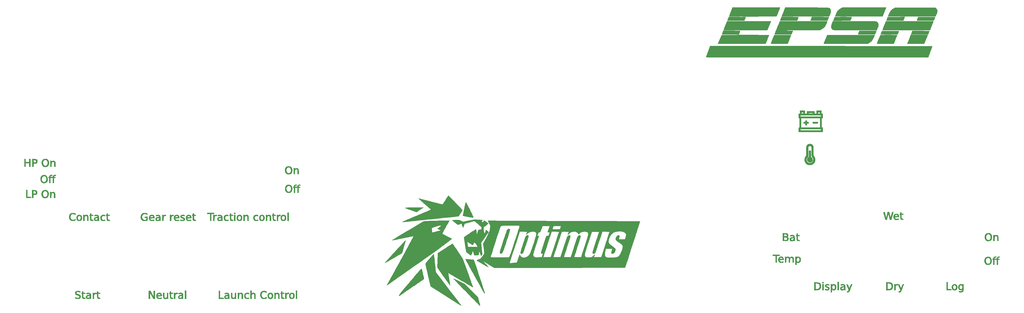
<source format=gbr>
G04 #@! TF.GenerationSoftware,KiCad,Pcbnew,(5.0.1)-3*
G04 #@! TF.CreationDate,2019-03-21T22:41:22+01:00*
G04 #@! TF.ProjectId,test2,74657374322E6B696361645F70636200,rev?*
G04 #@! TF.SameCoordinates,Original*
G04 #@! TF.FileFunction,Legend,Top*
G04 #@! TF.FilePolarity,Positive*
%FSLAX46Y46*%
G04 Gerber Fmt 4.6, Leading zero omitted, Abs format (unit mm)*
G04 Created by KiCad (PCBNEW (5.0.1)-3) date 21/03/2019 22:41:22*
%MOMM*%
%LPD*%
G01*
G04 APERTURE LIST*
%ADD10C,0.010000*%
G04 APERTURE END LIST*
D10*
G04 #@! TO.C,G\002A\002A\002A*
G36*
X258148667Y-87799333D02*
X256201334Y-87799333D01*
X256201334Y-87206666D01*
X258148667Y-87206666D01*
X258148667Y-87799333D01*
X258148667Y-87799333D01*
G37*
X258148667Y-87799333D02*
X256201334Y-87799333D01*
X256201334Y-87206666D01*
X258148667Y-87206666D01*
X258148667Y-87799333D01*
G36*
X253902279Y-86627106D02*
X253983731Y-86701052D01*
X253999963Y-86887777D01*
X254000000Y-86910333D01*
X254010253Y-87100065D01*
X254073558Y-87184382D01*
X254238734Y-87206004D01*
X254338667Y-87206666D01*
X254555503Y-87215637D01*
X254651866Y-87271029D01*
X254676576Y-87415559D01*
X254677334Y-87503000D01*
X254667081Y-87692731D01*
X254603776Y-87777049D01*
X254438599Y-87798670D01*
X254338667Y-87799333D01*
X254000000Y-87799333D01*
X254000000Y-88138000D01*
X253991029Y-88354836D01*
X253935637Y-88451199D01*
X253791108Y-88475909D01*
X253703667Y-88476666D01*
X253513935Y-88466413D01*
X253429617Y-88403109D01*
X253407996Y-88237932D01*
X253407334Y-88138000D01*
X253407334Y-87799333D01*
X253068667Y-87799333D01*
X252851831Y-87790362D01*
X252755467Y-87734970D01*
X252730757Y-87590440D01*
X252730000Y-87503000D01*
X252740253Y-87313268D01*
X252803558Y-87228950D01*
X252968734Y-87207329D01*
X253068667Y-87206666D01*
X253285503Y-87197695D01*
X253381866Y-87142303D01*
X253406576Y-86997774D01*
X253407334Y-86910333D01*
X253420440Y-86711721D01*
X253494386Y-86630269D01*
X253681111Y-86614036D01*
X253703667Y-86614000D01*
X253902279Y-86627106D01*
X253902279Y-86627106D01*
G37*
X253902279Y-86627106D02*
X253983731Y-86701052D01*
X253999963Y-86887777D01*
X254000000Y-86910333D01*
X254010253Y-87100065D01*
X254073558Y-87184382D01*
X254238734Y-87206004D01*
X254338667Y-87206666D01*
X254555503Y-87215637D01*
X254651866Y-87271029D01*
X254676576Y-87415559D01*
X254677334Y-87503000D01*
X254667081Y-87692731D01*
X254603776Y-87777049D01*
X254438599Y-87798670D01*
X254338667Y-87799333D01*
X254000000Y-87799333D01*
X254000000Y-88138000D01*
X253991029Y-88354836D01*
X253935637Y-88451199D01*
X253791108Y-88475909D01*
X253703667Y-88476666D01*
X253513935Y-88466413D01*
X253429617Y-88403109D01*
X253407996Y-88237932D01*
X253407334Y-88138000D01*
X253407334Y-87799333D01*
X253068667Y-87799333D01*
X252851831Y-87790362D01*
X252755467Y-87734970D01*
X252730757Y-87590440D01*
X252730000Y-87503000D01*
X252740253Y-87313268D01*
X252803558Y-87228950D01*
X252968734Y-87207329D01*
X253068667Y-87206666D01*
X253285503Y-87197695D01*
X253381866Y-87142303D01*
X253406576Y-86997774D01*
X253407334Y-86910333D01*
X253420440Y-86711721D01*
X253494386Y-86630269D01*
X253681111Y-86614036D01*
X253703667Y-86614000D01*
X253902279Y-86627106D01*
G36*
X255524000Y-100510704D02*
X255820334Y-100790182D01*
X256056230Y-101099539D01*
X256141498Y-101451864D01*
X256079224Y-101866979D01*
X256016271Y-102048492D01*
X255835310Y-102296673D01*
X255543378Y-102472771D01*
X255190472Y-102557267D01*
X254826589Y-102530642D01*
X254799668Y-102523458D01*
X254491799Y-102362149D01*
X254268458Y-102100699D01*
X254134670Y-101777473D01*
X254095461Y-101430835D01*
X254155858Y-101099149D01*
X254320888Y-100820780D01*
X254554406Y-100651405D01*
X254635636Y-100609553D01*
X254692316Y-100551982D01*
X254728862Y-100450843D01*
X254749692Y-100278290D01*
X254759224Y-100006474D01*
X254761875Y-99607547D01*
X254762000Y-99342743D01*
X254762000Y-98128666D01*
X255524000Y-98128666D01*
X255524000Y-100510704D01*
X255524000Y-100510704D01*
G37*
X255524000Y-100510704D02*
X255820334Y-100790182D01*
X256056230Y-101099539D01*
X256141498Y-101451864D01*
X256079224Y-101866979D01*
X256016271Y-102048492D01*
X255835310Y-102296673D01*
X255543378Y-102472771D01*
X255190472Y-102557267D01*
X254826589Y-102530642D01*
X254799668Y-102523458D01*
X254491799Y-102362149D01*
X254268458Y-102100699D01*
X254134670Y-101777473D01*
X254095461Y-101430835D01*
X254155858Y-101099149D01*
X254320888Y-100820780D01*
X254554406Y-100651405D01*
X254635636Y-100609553D01*
X254692316Y-100551982D01*
X254728862Y-100450843D01*
X254749692Y-100278290D01*
X254759224Y-100006474D01*
X254761875Y-99607547D01*
X254762000Y-99342743D01*
X254762000Y-98128666D01*
X255524000Y-98128666D01*
X255524000Y-100510704D01*
G36*
X141219153Y-127820867D02*
X141310566Y-127850895D01*
X141380947Y-127896776D01*
X141427413Y-127971416D01*
X141447078Y-128087720D01*
X141437056Y-128258593D01*
X141394464Y-128496941D01*
X141316414Y-128815667D01*
X141200024Y-129227679D01*
X141042406Y-129745880D01*
X140840676Y-130383176D01*
X140591950Y-131152472D01*
X140293341Y-132066674D01*
X140219637Y-132291666D01*
X139908872Y-133238960D01*
X139645355Y-134038859D01*
X139424111Y-134705046D01*
X139240159Y-135251205D01*
X139088524Y-135691019D01*
X138964225Y-136038171D01*
X138862286Y-136306344D01*
X138777727Y-136509221D01*
X138705571Y-136660485D01*
X138640841Y-136773820D01*
X138578557Y-136862908D01*
X138538494Y-136912552D01*
X138313002Y-137088187D01*
X138049411Y-137164157D01*
X137804728Y-137132339D01*
X137670663Y-137036208D01*
X137615725Y-136913343D01*
X137618590Y-136716068D01*
X137663674Y-136465959D01*
X137717179Y-136260978D01*
X137817245Y-135920627D01*
X137957170Y-135465228D01*
X138130256Y-134915101D01*
X138329803Y-134290567D01*
X138549109Y-133611948D01*
X138781476Y-132899565D01*
X139020204Y-132173738D01*
X139258591Y-131454789D01*
X139489939Y-130763039D01*
X139707548Y-130118809D01*
X139904717Y-129542420D01*
X140074747Y-129054193D01*
X140210937Y-128674450D01*
X140306588Y-128423510D01*
X140341869Y-128342955D01*
X140571670Y-128018419D01*
X140852228Y-127836221D01*
X141162773Y-127808722D01*
X141219153Y-127820867D01*
X141219153Y-127820867D01*
G37*
X141219153Y-127820867D02*
X141310566Y-127850895D01*
X141380947Y-127896776D01*
X141427413Y-127971416D01*
X141447078Y-128087720D01*
X141437056Y-128258593D01*
X141394464Y-128496941D01*
X141316414Y-128815667D01*
X141200024Y-129227679D01*
X141042406Y-129745880D01*
X140840676Y-130383176D01*
X140591950Y-131152472D01*
X140293341Y-132066674D01*
X140219637Y-132291666D01*
X139908872Y-133238960D01*
X139645355Y-134038859D01*
X139424111Y-134705046D01*
X139240159Y-135251205D01*
X139088524Y-135691019D01*
X138964225Y-136038171D01*
X138862286Y-136306344D01*
X138777727Y-136509221D01*
X138705571Y-136660485D01*
X138640841Y-136773820D01*
X138578557Y-136862908D01*
X138538494Y-136912552D01*
X138313002Y-137088187D01*
X138049411Y-137164157D01*
X137804728Y-137132339D01*
X137670663Y-137036208D01*
X137615725Y-136913343D01*
X137618590Y-136716068D01*
X137663674Y-136465959D01*
X137717179Y-136260978D01*
X137817245Y-135920627D01*
X137957170Y-135465228D01*
X138130256Y-134915101D01*
X138329803Y-134290567D01*
X138549109Y-133611948D01*
X138781476Y-132899565D01*
X139020204Y-132173738D01*
X139258591Y-131454789D01*
X139489939Y-130763039D01*
X139707548Y-130118809D01*
X139904717Y-129542420D01*
X140074747Y-129054193D01*
X140210937Y-128674450D01*
X140306588Y-128423510D01*
X140341869Y-128342955D01*
X140571670Y-128018419D01*
X140852228Y-127836221D01*
X141162773Y-127808722D01*
X141219153Y-127820867D01*
G36*
X148347242Y-130282148D02*
X148473854Y-130468504D01*
X148480305Y-130762099D01*
X148434818Y-130956830D01*
X148343327Y-131279777D01*
X148213319Y-131708593D01*
X148052279Y-132220932D01*
X147867696Y-132794447D01*
X147667056Y-133406791D01*
X147457845Y-134035617D01*
X147247551Y-134658580D01*
X147043661Y-135253331D01*
X146853662Y-135797525D01*
X146685039Y-136268814D01*
X146545281Y-136644852D01*
X146441874Y-136903293D01*
X146383655Y-137020141D01*
X146148465Y-137192704D01*
X145840795Y-137246545D01*
X145563167Y-137188593D01*
X145492095Y-137083319D01*
X145457880Y-136882116D01*
X145457334Y-136852022D01*
X145483263Y-136706368D01*
X145556172Y-136423313D01*
X145668740Y-136025845D01*
X145813647Y-135536954D01*
X145983573Y-134979629D01*
X146171199Y-134376861D01*
X146369204Y-133751638D01*
X146570268Y-133126949D01*
X146767072Y-132525785D01*
X146952296Y-131971135D01*
X147118618Y-131485988D01*
X147258721Y-131093334D01*
X147365283Y-130816162D01*
X147413806Y-130707419D01*
X147625597Y-130402577D01*
X147884934Y-130247161D01*
X148108400Y-130217333D01*
X148347242Y-130282148D01*
X148347242Y-130282148D01*
G37*
X148347242Y-130282148D02*
X148473854Y-130468504D01*
X148480305Y-130762099D01*
X148434818Y-130956830D01*
X148343327Y-131279777D01*
X148213319Y-131708593D01*
X148052279Y-132220932D01*
X147867696Y-132794447D01*
X147667056Y-133406791D01*
X147457845Y-134035617D01*
X147247551Y-134658580D01*
X147043661Y-135253331D01*
X146853662Y-135797525D01*
X146685039Y-136268814D01*
X146545281Y-136644852D01*
X146441874Y-136903293D01*
X146383655Y-137020141D01*
X146148465Y-137192704D01*
X145840795Y-137246545D01*
X145563167Y-137188593D01*
X145492095Y-137083319D01*
X145457880Y-136882116D01*
X145457334Y-136852022D01*
X145483263Y-136706368D01*
X145556172Y-136423313D01*
X145668740Y-136025845D01*
X145813647Y-135536954D01*
X145983573Y-134979629D01*
X146171199Y-134376861D01*
X146369204Y-133751638D01*
X146570268Y-133126949D01*
X146767072Y-132525785D01*
X146952296Y-131971135D01*
X147118618Y-131485988D01*
X147258721Y-131093334D01*
X147365283Y-130816162D01*
X147413806Y-130707419D01*
X147625597Y-130402577D01*
X147884934Y-130247161D01*
X148108400Y-130217333D01*
X148347242Y-130282148D01*
G36*
X302984009Y-44033837D02*
X303267892Y-44430177D01*
X303401625Y-44886671D01*
X303389694Y-45296666D01*
X303335203Y-45508798D01*
X303233514Y-45822476D01*
X303102828Y-46183049D01*
X303044265Y-46333833D01*
X302750229Y-47074666D01*
X284736471Y-47074666D01*
X284907092Y-46630166D01*
X285228840Y-45871763D01*
X285562830Y-45257811D01*
X285928181Y-44763568D01*
X286344014Y-44364293D01*
X286829450Y-44035243D01*
X286973849Y-43955801D01*
X287401000Y-43730333D01*
X302680498Y-43730333D01*
X302984009Y-44033837D01*
X302984009Y-44033837D01*
G37*
X302984009Y-44033837D02*
X303267892Y-44430177D01*
X303401625Y-44886671D01*
X303389694Y-45296666D01*
X303335203Y-45508798D01*
X303233514Y-45822476D01*
X303102828Y-46183049D01*
X303044265Y-46333833D01*
X302750229Y-47074666D01*
X284736471Y-47074666D01*
X284907092Y-46630166D01*
X285228840Y-45871763D01*
X285562830Y-45257811D01*
X285928181Y-44763568D01*
X286344014Y-44364293D01*
X286829450Y-44035243D01*
X286973849Y-43955801D01*
X287401000Y-43730333D01*
X302680498Y-43730333D01*
X302984009Y-44033837D01*
G36*
X282664341Y-47074666D02*
X273666171Y-47074666D01*
X272447307Y-47074394D01*
X271277069Y-47073603D01*
X270166450Y-47072328D01*
X269126448Y-47070605D01*
X268168057Y-47068471D01*
X267302272Y-47065962D01*
X266540089Y-47063113D01*
X265892503Y-47059961D01*
X265370510Y-47056542D01*
X264985105Y-47052893D01*
X264747284Y-47049048D01*
X264668000Y-47045133D01*
X264700086Y-46950556D01*
X264785149Y-46740368D01*
X264906395Y-46453252D01*
X265047030Y-46127890D01*
X265190261Y-45802964D01*
X265319294Y-45517155D01*
X265417335Y-45309145D01*
X265446632Y-45251668D01*
X265665269Y-44948438D01*
X265993537Y-44617818D01*
X266385490Y-44299274D01*
X266795182Y-44032274D01*
X266975604Y-43938264D01*
X267504334Y-43688133D01*
X275772176Y-43688066D01*
X284040019Y-43688000D01*
X282664341Y-47074666D01*
X282664341Y-47074666D01*
G37*
X282664341Y-47074666D02*
X273666171Y-47074666D01*
X272447307Y-47074394D01*
X271277069Y-47073603D01*
X270166450Y-47072328D01*
X269126448Y-47070605D01*
X268168057Y-47068471D01*
X267302272Y-47065962D01*
X266540089Y-47063113D01*
X265892503Y-47059961D01*
X265370510Y-47056542D01*
X264985105Y-47052893D01*
X264747284Y-47049048D01*
X264668000Y-47045133D01*
X264700086Y-46950556D01*
X264785149Y-46740368D01*
X264906395Y-46453252D01*
X265047030Y-46127890D01*
X265190261Y-45802964D01*
X265319294Y-45517155D01*
X265417335Y-45309145D01*
X265446632Y-45251668D01*
X265665269Y-44948438D01*
X265993537Y-44617818D01*
X266385490Y-44299274D01*
X266795182Y-44032274D01*
X266975604Y-43938264D01*
X267504334Y-43688133D01*
X275772176Y-43688066D01*
X284040019Y-43688000D01*
X282664341Y-47074666D01*
G36*
X256570317Y-43687925D02*
X257640325Y-43688590D01*
X258571650Y-43690401D01*
X259374510Y-43693862D01*
X260059122Y-43699482D01*
X260635703Y-43707767D01*
X261114470Y-43719222D01*
X261505640Y-43734356D01*
X261819429Y-43753674D01*
X262066055Y-43777684D01*
X262255735Y-43806891D01*
X262398685Y-43841803D01*
X262505123Y-43882927D01*
X262585266Y-43930768D01*
X262649330Y-43985834D01*
X262707533Y-44048632D01*
X262770091Y-44119668D01*
X262774436Y-44124455D01*
X262987139Y-44462518D01*
X263074839Y-44879048D01*
X263037447Y-45384259D01*
X262874877Y-45988366D01*
X262755743Y-46308012D01*
X262448896Y-47074666D01*
X244435138Y-47074666D01*
X244593904Y-46672500D01*
X244681072Y-46454672D01*
X244817256Y-46117921D01*
X244987139Y-45699963D01*
X245175408Y-45238512D01*
X245281519Y-44979166D01*
X245810368Y-43688000D01*
X253973389Y-43688000D01*
X255351411Y-43687897D01*
X256570317Y-43687925D01*
X256570317Y-43687925D01*
G37*
X256570317Y-43687925D02*
X257640325Y-43688590D01*
X258571650Y-43690401D01*
X259374510Y-43693862D01*
X260059122Y-43699482D01*
X260635703Y-43707767D01*
X261114470Y-43719222D01*
X261505640Y-43734356D01*
X261819429Y-43753674D01*
X262066055Y-43777684D01*
X262255735Y-43806891D01*
X262398685Y-43841803D01*
X262505123Y-43882927D01*
X262585266Y-43930768D01*
X262649330Y-43985834D01*
X262707533Y-44048632D01*
X262770091Y-44119668D01*
X262774436Y-44124455D01*
X262987139Y-44462518D01*
X263074839Y-44879048D01*
X263037447Y-45384259D01*
X262874877Y-45988366D01*
X262755743Y-46308012D01*
X262448896Y-47074666D01*
X244435138Y-47074666D01*
X244593904Y-46672500D01*
X244681072Y-46454672D01*
X244817256Y-46117921D01*
X244987139Y-45699963D01*
X245175408Y-45238512D01*
X245281519Y-44979166D01*
X245810368Y-43688000D01*
X253973389Y-43688000D01*
X255351411Y-43687897D01*
X256570317Y-43687925D01*
G36*
X243662570Y-44132500D02*
X243565332Y-44376441D01*
X243421493Y-44733380D01*
X243248718Y-45159649D01*
X243064671Y-45611582D01*
X243020381Y-45720000D01*
X242851195Y-46133933D01*
X242703182Y-46496152D01*
X242588994Y-46775689D01*
X242521284Y-46941575D01*
X242510184Y-46968833D01*
X242421297Y-46984827D01*
X242177036Y-46999663D01*
X241790820Y-47013326D01*
X241276068Y-47025804D01*
X240646199Y-47037083D01*
X239914631Y-47047149D01*
X239094783Y-47055990D01*
X238200075Y-47063590D01*
X237243926Y-47069938D01*
X236239753Y-47075019D01*
X235200977Y-47078821D01*
X234141015Y-47081329D01*
X233073288Y-47082530D01*
X232011213Y-47082411D01*
X230968210Y-47080958D01*
X229957697Y-47078158D01*
X228993094Y-47073997D01*
X228087820Y-47068462D01*
X227255292Y-47061539D01*
X226508931Y-47053216D01*
X225862155Y-47043478D01*
X225328382Y-47032311D01*
X224921033Y-47019703D01*
X224653525Y-47005641D01*
X224539278Y-46990110D01*
X224536000Y-46986871D01*
X224566404Y-46884915D01*
X224651269Y-46651089D01*
X224781072Y-46310304D01*
X224946292Y-45887471D01*
X225137406Y-45407502D01*
X225183261Y-45293538D01*
X225830523Y-43688000D01*
X243837529Y-43688000D01*
X243662570Y-44132500D01*
X243662570Y-44132500D01*
G37*
X243662570Y-44132500D02*
X243565332Y-44376441D01*
X243421493Y-44733380D01*
X243248718Y-45159649D01*
X243064671Y-45611582D01*
X243020381Y-45720000D01*
X242851195Y-46133933D01*
X242703182Y-46496152D01*
X242588994Y-46775689D01*
X242521284Y-46941575D01*
X242510184Y-46968833D01*
X242421297Y-46984827D01*
X242177036Y-46999663D01*
X241790820Y-47013326D01*
X241276068Y-47025804D01*
X240646199Y-47037083D01*
X239914631Y-47047149D01*
X239094783Y-47055990D01*
X238200075Y-47063590D01*
X237243926Y-47069938D01*
X236239753Y-47075019D01*
X235200977Y-47078821D01*
X234141015Y-47081329D01*
X233073288Y-47082530D01*
X232011213Y-47082411D01*
X230968210Y-47080958D01*
X229957697Y-47078158D01*
X228993094Y-47073997D01*
X228087820Y-47068462D01*
X227255292Y-47061539D01*
X226508931Y-47053216D01*
X225862155Y-47043478D01*
X225328382Y-47032311D01*
X224921033Y-47019703D01*
X224653525Y-47005641D01*
X224539278Y-46990110D01*
X224536000Y-46986871D01*
X224566404Y-46884915D01*
X224651269Y-46651089D01*
X224781072Y-46310304D01*
X224946292Y-45887471D01*
X225137406Y-45407502D01*
X225183261Y-45293538D01*
X225830523Y-43688000D01*
X243837529Y-43688000D01*
X243662570Y-44132500D01*
G36*
X301821486Y-47258890D02*
X302123848Y-47266274D01*
X302333955Y-47278370D01*
X302467221Y-47295794D01*
X302539060Y-47319163D01*
X302564885Y-47349092D01*
X302560112Y-47386198D01*
X302558219Y-47391151D01*
X302499739Y-47542711D01*
X302402794Y-47798354D01*
X302288081Y-48103499D01*
X302284962Y-48111833D01*
X302071048Y-48683333D01*
X298863524Y-48683333D01*
X298006957Y-48682192D01*
X297306716Y-48678484D01*
X296749806Y-48671778D01*
X296323233Y-48661646D01*
X296014002Y-48647659D01*
X295809119Y-48629386D01*
X295695589Y-48606398D01*
X295660418Y-48578267D01*
X295660430Y-48577500D01*
X295692772Y-48451693D01*
X295774054Y-48217263D01*
X295887656Y-47921712D01*
X295904853Y-47879000D01*
X296144846Y-47286333D01*
X299381204Y-47264151D01*
X300206728Y-47258849D01*
X300878340Y-47255794D01*
X301411455Y-47255602D01*
X301821486Y-47258890D01*
X301821486Y-47258890D01*
G37*
X301821486Y-47258890D02*
X302123848Y-47266274D01*
X302333955Y-47278370D01*
X302467221Y-47295794D01*
X302539060Y-47319163D01*
X302564885Y-47349092D01*
X302560112Y-47386198D01*
X302558219Y-47391151D01*
X302499739Y-47542711D01*
X302402794Y-47798354D01*
X302288081Y-48103499D01*
X302284962Y-48111833D01*
X302071048Y-48683333D01*
X298863524Y-48683333D01*
X298006957Y-48682192D01*
X297306716Y-48678484D01*
X296749806Y-48671778D01*
X296323233Y-48661646D01*
X296014002Y-48647659D01*
X295809119Y-48629386D01*
X295695589Y-48606398D01*
X295660418Y-48578267D01*
X295660430Y-48577500D01*
X295692772Y-48451693D01*
X295774054Y-48217263D01*
X295887656Y-47921712D01*
X295904853Y-47879000D01*
X296144846Y-47286333D01*
X299381204Y-47264151D01*
X300206728Y-47258849D01*
X300878340Y-47255794D01*
X301411455Y-47255602D01*
X301821486Y-47258890D01*
G36*
X290863013Y-47814494D02*
X290747534Y-48119396D01*
X290653442Y-48376504D01*
X290600452Y-48531901D01*
X290599487Y-48535166D01*
X290578820Y-48573210D01*
X290530588Y-48604151D01*
X290438822Y-48628717D01*
X290287550Y-48647637D01*
X290060802Y-48661637D01*
X289742608Y-48671446D01*
X289316997Y-48677791D01*
X288767998Y-48681402D01*
X288079642Y-48683005D01*
X287348792Y-48683333D01*
X286492093Y-48682190D01*
X285791720Y-48678477D01*
X285234679Y-48671763D01*
X284807976Y-48661620D01*
X284498619Y-48647619D01*
X284293613Y-48629329D01*
X284179965Y-48606323D01*
X284144680Y-48578171D01*
X284144686Y-48577500D01*
X284175606Y-48451223D01*
X284254092Y-48215899D01*
X284364040Y-47919386D01*
X284379742Y-47879000D01*
X284611446Y-47286333D01*
X287847374Y-47264160D01*
X291083302Y-47241988D01*
X290863013Y-47814494D01*
X290863013Y-47814494D01*
G37*
X290863013Y-47814494D02*
X290747534Y-48119396D01*
X290653442Y-48376504D01*
X290600452Y-48531901D01*
X290599487Y-48535166D01*
X290578820Y-48573210D01*
X290530588Y-48604151D01*
X290438822Y-48628717D01*
X290287550Y-48647637D01*
X290060802Y-48661637D01*
X289742608Y-48671446D01*
X289316997Y-48677791D01*
X288767998Y-48681402D01*
X288079642Y-48683005D01*
X287348792Y-48683333D01*
X286492093Y-48682190D01*
X285791720Y-48678477D01*
X285234679Y-48671763D01*
X284807976Y-48661620D01*
X284498619Y-48647619D01*
X284293613Y-48629329D01*
X284179965Y-48606323D01*
X284144680Y-48578171D01*
X284144686Y-48577500D01*
X284175606Y-48451223D01*
X284254092Y-48215899D01*
X284364040Y-47919386D01*
X284379742Y-47879000D01*
X284611446Y-47286333D01*
X287847374Y-47264160D01*
X291083302Y-47241988D01*
X290863013Y-47814494D01*
G36*
X268582574Y-47245142D02*
X269282947Y-47248855D01*
X269839988Y-47255569D01*
X270266691Y-47265712D01*
X270576048Y-47279714D01*
X270781054Y-47298003D01*
X270894702Y-47321009D01*
X270929987Y-47349162D01*
X270929981Y-47349833D01*
X270899061Y-47476109D01*
X270820575Y-47711433D01*
X270710627Y-48007946D01*
X270694925Y-48048333D01*
X270463221Y-48641000D01*
X263991365Y-48685344D01*
X264211654Y-48112839D01*
X264327133Y-47807936D01*
X264421225Y-47550828D01*
X264474215Y-47395431D01*
X264475180Y-47392166D01*
X264495847Y-47354122D01*
X264544079Y-47323181D01*
X264635845Y-47298615D01*
X264787117Y-47279696D01*
X265013865Y-47265696D01*
X265332059Y-47255887D01*
X265757670Y-47249541D01*
X266306669Y-47245931D01*
X266995025Y-47244328D01*
X267725875Y-47244000D01*
X268582574Y-47245142D01*
X268582574Y-47245142D01*
G37*
X268582574Y-47245142D02*
X269282947Y-47248855D01*
X269839988Y-47255569D01*
X270266691Y-47265712D01*
X270576048Y-47279714D01*
X270781054Y-47298003D01*
X270894702Y-47321009D01*
X270929987Y-47349162D01*
X270929981Y-47349833D01*
X270899061Y-47476109D01*
X270820575Y-47711433D01*
X270710627Y-48007946D01*
X270694925Y-48048333D01*
X270463221Y-48641000D01*
X263991365Y-48685344D01*
X264211654Y-48112839D01*
X264327133Y-47807936D01*
X264421225Y-47550828D01*
X264474215Y-47395431D01*
X264475180Y-47392166D01*
X264495847Y-47354122D01*
X264544079Y-47323181D01*
X264635845Y-47298615D01*
X264787117Y-47279696D01*
X265013865Y-47265696D01*
X265332059Y-47255887D01*
X265757670Y-47249541D01*
X266306669Y-47245931D01*
X266995025Y-47244328D01*
X267725875Y-47244000D01*
X268582574Y-47245142D01*
G36*
X259946376Y-47245140D02*
X260646617Y-47248849D01*
X261203527Y-47255554D01*
X261630101Y-47265686D01*
X261939332Y-47279674D01*
X262144215Y-47297947D01*
X262257745Y-47320934D01*
X262292916Y-47349065D01*
X262292903Y-47349833D01*
X262260562Y-47475639D01*
X262179280Y-47710069D01*
X262065678Y-48005621D01*
X262048480Y-48048333D01*
X261808488Y-48641000D01*
X258572129Y-48663181D01*
X257746606Y-48668484D01*
X257074994Y-48671539D01*
X256541879Y-48671730D01*
X256131848Y-48668442D01*
X255829486Y-48661058D01*
X255619379Y-48648962D01*
X255486113Y-48631538D01*
X255414274Y-48608170D01*
X255388448Y-48578241D01*
X255393222Y-48541135D01*
X255395114Y-48536181D01*
X255453595Y-48384621D01*
X255550539Y-48128978D01*
X255665252Y-47823833D01*
X255668372Y-47815500D01*
X255882286Y-47244000D01*
X259089810Y-47244000D01*
X259946376Y-47245140D01*
X259946376Y-47245140D01*
G37*
X259946376Y-47245140D02*
X260646617Y-47248849D01*
X261203527Y-47255554D01*
X261630101Y-47265686D01*
X261939332Y-47279674D01*
X262144215Y-47297947D01*
X262257745Y-47320934D01*
X262292916Y-47349065D01*
X262292903Y-47349833D01*
X262260562Y-47475639D01*
X262179280Y-47710069D01*
X262065678Y-48005621D01*
X262048480Y-48048333D01*
X261808488Y-48641000D01*
X258572129Y-48663181D01*
X257746606Y-48668484D01*
X257074994Y-48671539D01*
X256541879Y-48671730D01*
X256131848Y-48668442D01*
X255829486Y-48661058D01*
X255619379Y-48648962D01*
X255486113Y-48631538D01*
X255414274Y-48608170D01*
X255388448Y-48578241D01*
X255393222Y-48541135D01*
X255395114Y-48536181D01*
X255453595Y-48384621D01*
X255550539Y-48128978D01*
X255665252Y-47823833D01*
X255668372Y-47815500D01*
X255882286Y-47244000D01*
X259089810Y-47244000D01*
X259946376Y-47245140D01*
G36*
X248462040Y-47245489D02*
X249186261Y-47250165D01*
X249761571Y-47258337D01*
X250198171Y-47270315D01*
X250506260Y-47286409D01*
X250696037Y-47306930D01*
X250777701Y-47332186D01*
X250782667Y-47341381D01*
X250754505Y-47462819D01*
X250679942Y-47696171D01*
X250573859Y-47995494D01*
X250549834Y-48060130D01*
X250317000Y-48681498D01*
X247069442Y-48682415D01*
X246242061Y-48682274D01*
X245568616Y-48680864D01*
X245033711Y-48677474D01*
X244621949Y-48671394D01*
X244317933Y-48661915D01*
X244106267Y-48648327D01*
X243971555Y-48629919D01*
X243898400Y-48605982D01*
X243871406Y-48575804D01*
X243875175Y-48538678D01*
X243876426Y-48535166D01*
X243933341Y-48384744D01*
X244030964Y-48130554D01*
X244148546Y-47826614D01*
X244152860Y-47815500D01*
X244374753Y-47244000D01*
X247578710Y-47244000D01*
X248462040Y-47245489D01*
X248462040Y-47245489D01*
G37*
X248462040Y-47245489D02*
X249186261Y-47250165D01*
X249761571Y-47258337D01*
X250198171Y-47270315D01*
X250506260Y-47286409D01*
X250696037Y-47306930D01*
X250777701Y-47332186D01*
X250782667Y-47341381D01*
X250754505Y-47462819D01*
X250679942Y-47696171D01*
X250573859Y-47995494D01*
X250549834Y-48060130D01*
X250317000Y-48681498D01*
X247069442Y-48682415D01*
X246242061Y-48682274D01*
X245568616Y-48680864D01*
X245033711Y-48677474D01*
X244621949Y-48671394D01*
X244317933Y-48661915D01*
X244106267Y-48648327D01*
X243971555Y-48629919D01*
X243898400Y-48605982D01*
X243871406Y-48575804D01*
X243875175Y-48538678D01*
X243876426Y-48535166D01*
X243933341Y-48384744D01*
X244030964Y-48130554D01*
X244148546Y-47826614D01*
X244152860Y-47815500D01*
X244374753Y-47244000D01*
X247578710Y-47244000D01*
X248462040Y-47245489D01*
G36*
X228315121Y-47245652D02*
X228976809Y-47250360D01*
X229564016Y-47257750D01*
X230058315Y-47267450D01*
X230441280Y-47279087D01*
X230694483Y-47292286D01*
X230799501Y-47306676D01*
X230801334Y-47308877D01*
X230772830Y-47413468D01*
X230697181Y-47633204D01*
X230589176Y-47925632D01*
X230557986Y-48007377D01*
X230314638Y-48641000D01*
X227077205Y-48663181D01*
X226251468Y-48668481D01*
X225579625Y-48671530D01*
X225046240Y-48671712D01*
X224635881Y-48668412D01*
X224333114Y-48661013D01*
X224122507Y-48648900D01*
X223988626Y-48631457D01*
X223916038Y-48608067D01*
X223889309Y-48578115D01*
X223893007Y-48540986D01*
X223894703Y-48536181D01*
X223951829Y-48385209D01*
X224049621Y-48130579D01*
X224167288Y-47826419D01*
X224171527Y-47815500D01*
X224393419Y-47244000D01*
X227597376Y-47244000D01*
X228315121Y-47245652D01*
X228315121Y-47245652D01*
G37*
X228315121Y-47245652D02*
X228976809Y-47250360D01*
X229564016Y-47257750D01*
X230058315Y-47267450D01*
X230441280Y-47279087D01*
X230694483Y-47292286D01*
X230799501Y-47306676D01*
X230801334Y-47308877D01*
X230772830Y-47413468D01*
X230697181Y-47633204D01*
X230589176Y-47925632D01*
X230557986Y-48007377D01*
X230314638Y-48641000D01*
X227077205Y-48663181D01*
X226251468Y-48668481D01*
X225579625Y-48671530D01*
X225046240Y-48671712D01*
X224635881Y-48668412D01*
X224333114Y-48661013D01*
X224122507Y-48648900D01*
X223988626Y-48631457D01*
X223916038Y-48608067D01*
X223889309Y-48578115D01*
X223893007Y-48540986D01*
X223894703Y-48536181D01*
X223951829Y-48385209D01*
X224049621Y-48130579D01*
X224167288Y-47826419D01*
X224171527Y-47815500D01*
X224393419Y-47244000D01*
X227597376Y-47244000D01*
X228315121Y-47245652D01*
G36*
X297919301Y-48867994D02*
X298801355Y-48869930D01*
X299554600Y-48873337D01*
X300187142Y-48878294D01*
X300707084Y-48884876D01*
X301122531Y-48893159D01*
X301441588Y-48903221D01*
X301672357Y-48915137D01*
X301822945Y-48928984D01*
X301901455Y-48944839D01*
X301917911Y-48958115D01*
X301885945Y-49065600D01*
X301798689Y-49304291D01*
X301665871Y-49649040D01*
X301497217Y-50074700D01*
X301302454Y-50556121D01*
X301254616Y-50673000D01*
X300594743Y-52281666D01*
X291606038Y-52303218D01*
X290387848Y-52305550D01*
X289218299Y-52306640D01*
X288108391Y-52306540D01*
X287069124Y-52305302D01*
X286111498Y-52302977D01*
X285246512Y-52299618D01*
X284485168Y-52295276D01*
X283838464Y-52290003D01*
X283317401Y-52283851D01*
X282932979Y-52276871D01*
X282696198Y-52269116D01*
X282617988Y-52260884D01*
X282648728Y-52166700D01*
X282734266Y-51939871D01*
X282865185Y-51604439D01*
X283032071Y-51184444D01*
X283225509Y-50703929D01*
X283289573Y-50546000D01*
X283960503Y-48895000D01*
X292940918Y-48873448D01*
X294419248Y-48870258D01*
X295736352Y-48868235D01*
X296900335Y-48867455D01*
X297919301Y-48867994D01*
X297919301Y-48867994D01*
G37*
X297919301Y-48867994D02*
X298801355Y-48869930D01*
X299554600Y-48873337D01*
X300187142Y-48878294D01*
X300707084Y-48884876D01*
X301122531Y-48893159D01*
X301441588Y-48903221D01*
X301672357Y-48915137D01*
X301822945Y-48928984D01*
X301901455Y-48944839D01*
X301917911Y-48958115D01*
X301885945Y-49065600D01*
X301798689Y-49304291D01*
X301665871Y-49649040D01*
X301497217Y-50074700D01*
X301302454Y-50556121D01*
X301254616Y-50673000D01*
X300594743Y-52281666D01*
X291606038Y-52303218D01*
X290387848Y-52305550D01*
X289218299Y-52306640D01*
X288108391Y-52306540D01*
X287069124Y-52305302D01*
X286111498Y-52302977D01*
X285246512Y-52299618D01*
X284485168Y-52295276D01*
X283838464Y-52290003D01*
X283317401Y-52283851D01*
X282932979Y-52276871D01*
X282696198Y-52269116D01*
X282617988Y-52260884D01*
X282648728Y-52166700D01*
X282734266Y-51939871D01*
X282865185Y-51604439D01*
X283032071Y-51184444D01*
X283225509Y-50703929D01*
X283289573Y-50546000D01*
X283960503Y-48895000D01*
X292940918Y-48873448D01*
X294419248Y-48870258D01*
X295736352Y-48868235D01*
X296900335Y-48867455D01*
X297919301Y-48867994D01*
G36*
X273319772Y-48895068D02*
X274517972Y-48895412D01*
X275567471Y-48896237D01*
X276478585Y-48897752D01*
X277261630Y-48900162D01*
X277926922Y-48903674D01*
X278484777Y-48908496D01*
X278945512Y-48914834D01*
X279319442Y-48922896D01*
X279616884Y-48932887D01*
X279848154Y-48945015D01*
X280023567Y-48959487D01*
X280153440Y-48976509D01*
X280248090Y-48996289D01*
X280317831Y-49019033D01*
X280372981Y-49044948D01*
X280407150Y-49064333D01*
X280753075Y-49329711D01*
X280963157Y-49655308D01*
X281060457Y-50080190D01*
X281068681Y-50185028D01*
X281071735Y-50448511D01*
X281039394Y-50697993D01*
X280960050Y-50984620D01*
X280822096Y-51359535D01*
X280775376Y-51477333D01*
X280453421Y-52281666D01*
X272412544Y-52299340D01*
X271025448Y-52302033D01*
X269798058Y-52303572D01*
X268720748Y-52303844D01*
X267783893Y-52302736D01*
X266977870Y-52300134D01*
X266293051Y-52295925D01*
X265719814Y-52289995D01*
X265248533Y-52282230D01*
X264869582Y-52272518D01*
X264573338Y-52260745D01*
X264350175Y-52246798D01*
X264190469Y-52230562D01*
X264084594Y-52211926D01*
X264046139Y-52200724D01*
X263629665Y-51989591D01*
X263346501Y-51697499D01*
X263195353Y-51318178D01*
X263174928Y-50845355D01*
X263283932Y-50272758D01*
X263512679Y-49614666D01*
X263805443Y-48895000D01*
X271962555Y-48895000D01*
X273319772Y-48895068D01*
X273319772Y-48895068D01*
G37*
X273319772Y-48895068D02*
X274517972Y-48895412D01*
X275567471Y-48896237D01*
X276478585Y-48897752D01*
X277261630Y-48900162D01*
X277926922Y-48903674D01*
X278484777Y-48908496D01*
X278945512Y-48914834D01*
X279319442Y-48922896D01*
X279616884Y-48932887D01*
X279848154Y-48945015D01*
X280023567Y-48959487D01*
X280153440Y-48976509D01*
X280248090Y-48996289D01*
X280317831Y-49019033D01*
X280372981Y-49044948D01*
X280407150Y-49064333D01*
X280753075Y-49329711D01*
X280963157Y-49655308D01*
X281060457Y-50080190D01*
X281068681Y-50185028D01*
X281071735Y-50448511D01*
X281039394Y-50697993D01*
X280960050Y-50984620D01*
X280822096Y-51359535D01*
X280775376Y-51477333D01*
X280453421Y-52281666D01*
X272412544Y-52299340D01*
X271025448Y-52302033D01*
X269798058Y-52303572D01*
X268720748Y-52303844D01*
X267783893Y-52302736D01*
X266977870Y-52300134D01*
X266293051Y-52295925D01*
X265719814Y-52289995D01*
X265248533Y-52282230D01*
X264869582Y-52272518D01*
X264573338Y-52260745D01*
X264350175Y-52246798D01*
X264190469Y-52230562D01*
X264084594Y-52211926D01*
X264046139Y-52200724D01*
X263629665Y-51989591D01*
X263346501Y-51697499D01*
X263195353Y-51318178D01*
X263174928Y-50845355D01*
X263283932Y-50272758D01*
X263512679Y-49614666D01*
X263805443Y-48895000D01*
X271962555Y-48895000D01*
X273319772Y-48895068D01*
G36*
X257071092Y-48870026D02*
X258212794Y-48872706D01*
X259196494Y-48877277D01*
X260020449Y-48883725D01*
X260682916Y-48892040D01*
X261182152Y-48902209D01*
X261516413Y-48914219D01*
X261683957Y-48928060D01*
X261704667Y-48935585D01*
X261668680Y-49075120D01*
X261572693Y-49325800D01*
X261434668Y-49648452D01*
X261272565Y-50003903D01*
X261104348Y-50352979D01*
X260947976Y-50656506D01*
X260821412Y-50875312D01*
X260801852Y-50904601D01*
X260497500Y-51253799D01*
X260082325Y-51606142D01*
X259608947Y-51920492D01*
X259287808Y-52088271D01*
X258868334Y-52281666D01*
X250624812Y-52304863D01*
X242381290Y-52328061D01*
X242433335Y-52135530D01*
X242480693Y-51999010D01*
X242581481Y-51733807D01*
X242724757Y-51367857D01*
X242899577Y-50929096D01*
X243094996Y-50445459D01*
X243105764Y-50419000D01*
X243726147Y-48895000D01*
X252715407Y-48873448D01*
X254320655Y-48870385D01*
X255773131Y-48869248D01*
X257071092Y-48870026D01*
X257071092Y-48870026D01*
G37*
X257071092Y-48870026D02*
X258212794Y-48872706D01*
X259196494Y-48877277D01*
X260020449Y-48883725D01*
X260682916Y-48892040D01*
X261182152Y-48902209D01*
X261516413Y-48914219D01*
X261683957Y-48928060D01*
X261704667Y-48935585D01*
X261668680Y-49075120D01*
X261572693Y-49325800D01*
X261434668Y-49648452D01*
X261272565Y-50003903D01*
X261104348Y-50352979D01*
X260947976Y-50656506D01*
X260821412Y-50875312D01*
X260801852Y-50904601D01*
X260497500Y-51253799D01*
X260082325Y-51606142D01*
X259608947Y-51920492D01*
X259287808Y-52088271D01*
X258868334Y-52281666D01*
X250624812Y-52304863D01*
X242381290Y-52328061D01*
X242433335Y-52135530D01*
X242480693Y-51999010D01*
X242581481Y-51733807D01*
X242724757Y-51367857D01*
X242899577Y-50929096D01*
X243094996Y-50445459D01*
X243105764Y-50419000D01*
X243726147Y-48895000D01*
X252715407Y-48873448D01*
X254320655Y-48870385D01*
X255773131Y-48869248D01*
X257071092Y-48870026D01*
G36*
X235410048Y-48870175D02*
X236398895Y-48871622D01*
X237304324Y-48874236D01*
X238114899Y-48877958D01*
X238819182Y-48882730D01*
X239405739Y-48888494D01*
X239863131Y-48895192D01*
X240179923Y-48902765D01*
X240344678Y-48911156D01*
X240366477Y-48915751D01*
X240335382Y-49009998D01*
X240249732Y-49236967D01*
X240118934Y-49572593D01*
X239952396Y-49992811D01*
X239759527Y-50473555D01*
X239696043Y-50630666D01*
X239027800Y-52281666D01*
X230723567Y-52303248D01*
X229305044Y-52306546D01*
X228047429Y-52308577D01*
X226942300Y-52309256D01*
X225981235Y-52308496D01*
X225155814Y-52306211D01*
X224457613Y-52302316D01*
X223878211Y-52296725D01*
X223409188Y-52289351D01*
X223042121Y-52280109D01*
X222768588Y-52268913D01*
X222580168Y-52255677D01*
X222468440Y-52240315D01*
X222424982Y-52222741D01*
X222423746Y-52218581D01*
X222455976Y-52111064D01*
X222543395Y-51872312D01*
X222676272Y-51527481D01*
X222844874Y-51101732D01*
X223039470Y-50620221D01*
X223087112Y-50503666D01*
X223746066Y-48895000D01*
X232057366Y-48873418D01*
X233227847Y-48871015D01*
X234349220Y-48869953D01*
X235410048Y-48870175D01*
X235410048Y-48870175D01*
G37*
X235410048Y-48870175D02*
X236398895Y-48871622D01*
X237304324Y-48874236D01*
X238114899Y-48877958D01*
X238819182Y-48882730D01*
X239405739Y-48888494D01*
X239863131Y-48895192D01*
X240179923Y-48902765D01*
X240344678Y-48911156D01*
X240366477Y-48915751D01*
X240335382Y-49009998D01*
X240249732Y-49236967D01*
X240118934Y-49572593D01*
X239952396Y-49992811D01*
X239759527Y-50473555D01*
X239696043Y-50630666D01*
X239027800Y-52281666D01*
X230723567Y-52303248D01*
X229305044Y-52306546D01*
X228047429Y-52308577D01*
X226942300Y-52309256D01*
X225981235Y-52308496D01*
X225155814Y-52306211D01*
X224457613Y-52302316D01*
X223878211Y-52296725D01*
X223409188Y-52289351D01*
X223042121Y-52280109D01*
X222768588Y-52268913D01*
X222580168Y-52255677D01*
X222468440Y-52240315D01*
X222424982Y-52222741D01*
X222423746Y-52218581D01*
X222455976Y-52111064D01*
X222543395Y-51872312D01*
X222676272Y-51527481D01*
X222844874Y-51101732D01*
X223039470Y-50620221D01*
X223087112Y-50503666D01*
X223746066Y-48895000D01*
X232057366Y-48873418D01*
X233227847Y-48871015D01*
X234349220Y-48869953D01*
X235410048Y-48870175D01*
G36*
X297904673Y-52579439D02*
X298567228Y-52583541D01*
X299155343Y-52589981D01*
X299650613Y-52598435D01*
X300034631Y-52608577D01*
X300288993Y-52620082D01*
X300395294Y-52632627D01*
X300397334Y-52634652D01*
X300369706Y-52735737D01*
X300296500Y-52952544D01*
X300192228Y-53242487D01*
X300166514Y-53311985D01*
X299935695Y-53932666D01*
X293458858Y-53932666D01*
X293548962Y-53699833D01*
X293631049Y-53485778D01*
X293741498Y-53195420D01*
X293806950Y-53022500D01*
X293974833Y-52578000D01*
X297186083Y-52578000D01*
X297904673Y-52579439D01*
X297904673Y-52579439D01*
G37*
X297904673Y-52579439D02*
X298567228Y-52583541D01*
X299155343Y-52589981D01*
X299650613Y-52598435D01*
X300034631Y-52608577D01*
X300288993Y-52620082D01*
X300395294Y-52632627D01*
X300397334Y-52634652D01*
X300369706Y-52735737D01*
X300296500Y-52952544D01*
X300192228Y-53242487D01*
X300166514Y-53311985D01*
X299935695Y-53932666D01*
X293458858Y-53932666D01*
X293548962Y-53699833D01*
X293631049Y-53485778D01*
X293741498Y-53195420D01*
X293806950Y-53022500D01*
X293974833Y-52578000D01*
X297186083Y-52578000D01*
X297904673Y-52579439D01*
G36*
X284964982Y-52593837D02*
X285678175Y-52597807D01*
X285722244Y-52598115D01*
X288868887Y-52620333D01*
X288615524Y-53276500D01*
X288362161Y-53932666D01*
X285151080Y-53932666D01*
X284432509Y-53931713D01*
X283769973Y-53928999D01*
X283181878Y-53924737D01*
X282686631Y-53919143D01*
X282302637Y-53912431D01*
X282048303Y-53904817D01*
X281942035Y-53896515D01*
X281940000Y-53895177D01*
X281971172Y-53762715D01*
X282051413Y-53535893D01*
X282160815Y-53261847D01*
X282279468Y-52987716D01*
X282387463Y-52760638D01*
X282464892Y-52627750D01*
X282482052Y-52611795D01*
X282585356Y-52604237D01*
X282838648Y-52598396D01*
X283222594Y-52594353D01*
X283717855Y-52592192D01*
X284305097Y-52591993D01*
X284964982Y-52593837D01*
X284964982Y-52593837D01*
G37*
X284964982Y-52593837D02*
X285678175Y-52597807D01*
X285722244Y-52598115D01*
X288868887Y-52620333D01*
X288615524Y-53276500D01*
X288362161Y-53932666D01*
X285151080Y-53932666D01*
X284432509Y-53931713D01*
X283769973Y-53928999D01*
X283181878Y-53924737D01*
X282686631Y-53919143D01*
X282302637Y-53912431D01*
X282048303Y-53904817D01*
X281942035Y-53896515D01*
X281940000Y-53895177D01*
X281971172Y-53762715D01*
X282051413Y-53535893D01*
X282160815Y-53261847D01*
X282279468Y-52987716D01*
X282387463Y-52760638D01*
X282464892Y-52627750D01*
X282482052Y-52611795D01*
X282585356Y-52604237D01*
X282838648Y-52598396D01*
X283222594Y-52594353D01*
X283717855Y-52592192D01*
X284305097Y-52591993D01*
X284964982Y-52593837D01*
G36*
X279554120Y-52508254D02*
X279856886Y-52515652D01*
X280067493Y-52527766D01*
X280201374Y-52545209D01*
X280273963Y-52568599D01*
X280300691Y-52598550D01*
X280296993Y-52635680D01*
X280295297Y-52640484D01*
X280238171Y-52791457D01*
X280140379Y-53046087D01*
X280022713Y-53350247D01*
X280018473Y-53361166D01*
X279796581Y-53932666D01*
X276592624Y-53932666D01*
X275874880Y-53931014D01*
X275213191Y-53926306D01*
X274625984Y-53918915D01*
X274131685Y-53909215D01*
X273748721Y-53897579D01*
X273495517Y-53884379D01*
X273390500Y-53869990D01*
X273388667Y-53867788D01*
X273417170Y-53763197D01*
X273492820Y-53543461D01*
X273600825Y-53251034D01*
X273632015Y-53169288D01*
X273875362Y-52535666D01*
X277112796Y-52513484D01*
X277938532Y-52508185D01*
X278610376Y-52505135D01*
X279143761Y-52504953D01*
X279554120Y-52508254D01*
X279554120Y-52508254D01*
G37*
X279554120Y-52508254D02*
X279856886Y-52515652D01*
X280067493Y-52527766D01*
X280201374Y-52545209D01*
X280273963Y-52568599D01*
X280300691Y-52598550D01*
X280296993Y-52635680D01*
X280295297Y-52640484D01*
X280238171Y-52791457D01*
X280140379Y-53046087D01*
X280022713Y-53350247D01*
X280018473Y-53361166D01*
X279796581Y-53932666D01*
X276592624Y-53932666D01*
X275874880Y-53931014D01*
X275213191Y-53926306D01*
X274625984Y-53918915D01*
X274131685Y-53909215D01*
X273748721Y-53897579D01*
X273495517Y-53884379D01*
X273390500Y-53869990D01*
X273388667Y-53867788D01*
X273417170Y-53763197D01*
X273492820Y-53543461D01*
X273600825Y-53251034D01*
X273632015Y-53169288D01*
X273875362Y-52535666D01*
X277112796Y-52513484D01*
X277938532Y-52508185D01*
X278610376Y-52505135D01*
X279143761Y-52504953D01*
X279554120Y-52508254D01*
G36*
X246315043Y-52494474D02*
X247015284Y-52498182D01*
X247572194Y-52504888D01*
X247998767Y-52515019D01*
X248307998Y-52529007D01*
X248512882Y-52547280D01*
X248626411Y-52570267D01*
X248661582Y-52598398D01*
X248661570Y-52599166D01*
X248629229Y-52724973D01*
X248547946Y-52959403D01*
X248434345Y-53254954D01*
X248417147Y-53297666D01*
X248177154Y-53890333D01*
X244940796Y-53912515D01*
X244115273Y-53917817D01*
X243443661Y-53920872D01*
X242910546Y-53921064D01*
X242500514Y-53917776D01*
X242198152Y-53910392D01*
X241988045Y-53898296D01*
X241854780Y-53880872D01*
X241782941Y-53857503D01*
X241757115Y-53827574D01*
X241761888Y-53790468D01*
X241763781Y-53785515D01*
X241822262Y-53633955D01*
X241919206Y-53378312D01*
X242033919Y-53073166D01*
X242037039Y-53064833D01*
X242250953Y-52493333D01*
X245458476Y-52493333D01*
X246315043Y-52494474D01*
X246315043Y-52494474D01*
G37*
X246315043Y-52494474D02*
X247015284Y-52498182D01*
X247572194Y-52504888D01*
X247998767Y-52515019D01*
X248307998Y-52529007D01*
X248512882Y-52547280D01*
X248626411Y-52570267D01*
X248661582Y-52598398D01*
X248661570Y-52599166D01*
X248629229Y-52724973D01*
X248547946Y-52959403D01*
X248434345Y-53254954D01*
X248417147Y-53297666D01*
X248177154Y-53890333D01*
X244940796Y-53912515D01*
X244115273Y-53917817D01*
X243443661Y-53920872D01*
X242910546Y-53921064D01*
X242500514Y-53917776D01*
X242198152Y-53910392D01*
X241988045Y-53898296D01*
X241854780Y-53880872D01*
X241782941Y-53857503D01*
X241757115Y-53827574D01*
X241761888Y-53790468D01*
X241763781Y-53785515D01*
X241822262Y-53633955D01*
X241919206Y-53378312D01*
X242033919Y-53073166D01*
X242037039Y-53064833D01*
X242250953Y-52493333D01*
X245458476Y-52493333D01*
X246315043Y-52494474D01*
G36*
X226368969Y-52494826D02*
X227092349Y-52499511D01*
X227666833Y-52507700D01*
X228102625Y-52519704D01*
X228409933Y-52535833D01*
X228598962Y-52556397D01*
X228679918Y-52581708D01*
X228684667Y-52590714D01*
X228656505Y-52712153D01*
X228581942Y-52945504D01*
X228475859Y-53244827D01*
X228451834Y-53309463D01*
X228219000Y-53930831D01*
X225022834Y-53931749D01*
X224147200Y-53930586D01*
X223429934Y-53926323D01*
X222860091Y-53918625D01*
X222426728Y-53907155D01*
X222118902Y-53891577D01*
X221925668Y-53871557D01*
X221836084Y-53846758D01*
X221826667Y-53833680D01*
X221854656Y-53711316D01*
X221928747Y-53477138D01*
X222034129Y-53177329D01*
X222057486Y-53114014D01*
X222288306Y-52493333D01*
X225486486Y-52493333D01*
X226368969Y-52494826D01*
X226368969Y-52494826D01*
G37*
X226368969Y-52494826D02*
X227092349Y-52499511D01*
X227666833Y-52507700D01*
X228102625Y-52519704D01*
X228409933Y-52535833D01*
X228598962Y-52556397D01*
X228679918Y-52581708D01*
X228684667Y-52590714D01*
X228656505Y-52712153D01*
X228581942Y-52945504D01*
X228475859Y-53244827D01*
X228451834Y-53309463D01*
X228219000Y-53930831D01*
X225022834Y-53931749D01*
X224147200Y-53930586D01*
X223429934Y-53926323D01*
X222860091Y-53918625D01*
X222426728Y-53907155D01*
X222118902Y-53891577D01*
X221925668Y-53871557D01*
X221836084Y-53846758D01*
X221826667Y-53833680D01*
X221854656Y-53711316D01*
X221928747Y-53477138D01*
X222034129Y-53177329D01*
X222057486Y-53114014D01*
X222288306Y-52493333D01*
X225486486Y-52493333D01*
X226368969Y-52494826D01*
G36*
X299627296Y-54546500D02*
X299533011Y-54782806D01*
X299390668Y-55135446D01*
X299216599Y-55564141D01*
X299027134Y-56028611D01*
X298940684Y-56239833D01*
X298428973Y-57488666D01*
X292017804Y-57488666D01*
X292176570Y-57086500D01*
X292263739Y-56868672D01*
X292399923Y-56531921D01*
X292569806Y-56113963D01*
X292758074Y-55652512D01*
X292864186Y-55393166D01*
X293393035Y-54102000D01*
X299802196Y-54102000D01*
X299627296Y-54546500D01*
X299627296Y-54546500D01*
G37*
X299627296Y-54546500D02*
X299533011Y-54782806D01*
X299390668Y-55135446D01*
X299216599Y-55564141D01*
X299027134Y-56028611D01*
X298940684Y-56239833D01*
X298428973Y-57488666D01*
X292017804Y-57488666D01*
X292176570Y-57086500D01*
X292263739Y-56868672D01*
X292399923Y-56531921D01*
X292569806Y-56113963D01*
X292758074Y-55652512D01*
X292864186Y-55393166D01*
X293393035Y-54102000D01*
X299802196Y-54102000D01*
X299627296Y-54546500D01*
G36*
X286501294Y-54104279D02*
X287029510Y-54107362D01*
X287435199Y-54113155D01*
X287733963Y-54122436D01*
X287941404Y-54135985D01*
X288073123Y-54154579D01*
X288144724Y-54178998D01*
X288171807Y-54210020D01*
X288169974Y-54248424D01*
X288166467Y-54260409D01*
X288119644Y-54385928D01*
X288019320Y-54640763D01*
X287876423Y-54997632D01*
X287701880Y-55429253D01*
X287506619Y-55908343D01*
X287496704Y-55932576D01*
X286877217Y-57446333D01*
X283688942Y-57468518D01*
X282972987Y-57471848D01*
X282313085Y-57471736D01*
X281727714Y-57468425D01*
X281235354Y-57462162D01*
X280854480Y-57453191D01*
X280603572Y-57441758D01*
X280501106Y-57428108D01*
X280499652Y-57426184D01*
X280529700Y-57331622D01*
X280614207Y-57104498D01*
X280743769Y-56769081D01*
X280908984Y-56349637D01*
X281100445Y-55870434D01*
X281155819Y-55732962D01*
X281813000Y-54104259D01*
X285014872Y-54103129D01*
X285834948Y-54103128D01*
X286501294Y-54104279D01*
X286501294Y-54104279D01*
G37*
X286501294Y-54104279D02*
X287029510Y-54107362D01*
X287435199Y-54113155D01*
X287733963Y-54122436D01*
X287941404Y-54135985D01*
X288073123Y-54154579D01*
X288144724Y-54178998D01*
X288171807Y-54210020D01*
X288169974Y-54248424D01*
X288166467Y-54260409D01*
X288119644Y-54385928D01*
X288019320Y-54640763D01*
X287876423Y-54997632D01*
X287701880Y-55429253D01*
X287506619Y-55908343D01*
X287496704Y-55932576D01*
X286877217Y-57446333D01*
X283688942Y-57468518D01*
X282972987Y-57471848D01*
X282313085Y-57471736D01*
X281727714Y-57468425D01*
X281235354Y-57462162D01*
X280854480Y-57453191D01*
X280603572Y-57441758D01*
X280501106Y-57428108D01*
X280499652Y-57426184D01*
X280529700Y-57331622D01*
X280614207Y-57104498D01*
X280743769Y-56769081D01*
X280908984Y-56349637D01*
X281100445Y-55870434D01*
X281155819Y-55732962D01*
X281813000Y-54104259D01*
X285014872Y-54103129D01*
X285834948Y-54103128D01*
X286501294Y-54104279D01*
G36*
X274996740Y-54119376D02*
X276135998Y-54122021D01*
X277119618Y-54126532D01*
X277945504Y-54132894D01*
X278611563Y-54141093D01*
X279115701Y-54151115D01*
X279455824Y-54162945D01*
X279629837Y-54176569D01*
X279654000Y-54184587D01*
X279621729Y-54291384D01*
X279534102Y-54518352D01*
X279404897Y-54831084D01*
X279264023Y-55158412D01*
X278908672Y-55855704D01*
X278508371Y-56410560D01*
X278040946Y-56848339D01*
X277484222Y-57194398D01*
X277483229Y-57194901D01*
X276987000Y-57446333D01*
X268662406Y-57468723D01*
X267290995Y-57472339D01*
X266079129Y-57475254D01*
X265017019Y-57477307D01*
X264094878Y-57478334D01*
X263302919Y-57478174D01*
X262631353Y-57476664D01*
X262070393Y-57473642D01*
X261610251Y-57468946D01*
X261241139Y-57462412D01*
X260953269Y-57453879D01*
X260736853Y-57443185D01*
X260582105Y-57430167D01*
X260479235Y-57414662D01*
X260418456Y-57396509D01*
X260389981Y-57375544D01*
X260384021Y-57351606D01*
X260388478Y-57331480D01*
X260435430Y-57205562D01*
X260535877Y-56950357D01*
X260678883Y-56593173D01*
X260853509Y-56161321D01*
X261048821Y-55682109D01*
X261058649Y-55658090D01*
X261678154Y-54144333D01*
X270666077Y-54122781D01*
X272259685Y-54119742D01*
X273703938Y-54118612D01*
X274996740Y-54119376D01*
X274996740Y-54119376D01*
G37*
X274996740Y-54119376D02*
X276135998Y-54122021D01*
X277119618Y-54126532D01*
X277945504Y-54132894D01*
X278611563Y-54141093D01*
X279115701Y-54151115D01*
X279455824Y-54162945D01*
X279629837Y-54176569D01*
X279654000Y-54184587D01*
X279621729Y-54291384D01*
X279534102Y-54518352D01*
X279404897Y-54831084D01*
X279264023Y-55158412D01*
X278908672Y-55855704D01*
X278508371Y-56410560D01*
X278040946Y-56848339D01*
X277484222Y-57194398D01*
X277483229Y-57194901D01*
X276987000Y-57446333D01*
X268662406Y-57468723D01*
X267290995Y-57472339D01*
X266079129Y-57475254D01*
X265017019Y-57477307D01*
X264094878Y-57478334D01*
X263302919Y-57478174D01*
X262631353Y-57476664D01*
X262070393Y-57473642D01*
X261610251Y-57468946D01*
X261241139Y-57462412D01*
X260953269Y-57453879D01*
X260736853Y-57443185D01*
X260582105Y-57430167D01*
X260479235Y-57414662D01*
X260418456Y-57396509D01*
X260389981Y-57375544D01*
X260384021Y-57351606D01*
X260388478Y-57331480D01*
X260435430Y-57205562D01*
X260535877Y-56950357D01*
X260678883Y-56593173D01*
X260853509Y-56161321D01*
X261048821Y-55682109D01*
X261058649Y-55658090D01*
X261678154Y-54144333D01*
X270666077Y-54122781D01*
X272259685Y-54119742D01*
X273703938Y-54118612D01*
X274996740Y-54119376D01*
G36*
X246173947Y-54118842D02*
X246759540Y-54122046D01*
X247252121Y-54128170D01*
X247633227Y-54136972D01*
X247884397Y-54148214D01*
X247987168Y-54161654D01*
X247988667Y-54163600D01*
X247958610Y-54258015D01*
X247874657Y-54485223D01*
X247746139Y-54820931D01*
X247582383Y-55240846D01*
X247392719Y-55720672D01*
X247338036Y-55857952D01*
X246687404Y-57488666D01*
X243485702Y-57488666D01*
X242768216Y-57488052D01*
X242106793Y-57486301D01*
X241519866Y-57483553D01*
X241025866Y-57479946D01*
X240643229Y-57475620D01*
X240390386Y-57470712D01*
X240285771Y-57465362D01*
X240284000Y-57464558D01*
X240314073Y-57382431D01*
X240398122Y-57166624D01*
X240526891Y-56840543D01*
X240691126Y-56427594D01*
X240881570Y-55951182D01*
X240945236Y-55792391D01*
X241606471Y-54144333D01*
X244797569Y-54122148D01*
X245513802Y-54118796D01*
X246173947Y-54118842D01*
X246173947Y-54118842D01*
G37*
X246173947Y-54118842D02*
X246759540Y-54122046D01*
X247252121Y-54128170D01*
X247633227Y-54136972D01*
X247884397Y-54148214D01*
X247987168Y-54161654D01*
X247988667Y-54163600D01*
X247958610Y-54258015D01*
X247874657Y-54485223D01*
X247746139Y-54820931D01*
X247582383Y-55240846D01*
X247392719Y-55720672D01*
X247338036Y-55857952D01*
X246687404Y-57488666D01*
X243485702Y-57488666D01*
X242768216Y-57488052D01*
X242106793Y-57486301D01*
X241519866Y-57483553D01*
X241025866Y-57479946D01*
X240643229Y-57475620D01*
X240390386Y-57470712D01*
X240285771Y-57465362D01*
X240284000Y-57464558D01*
X240314073Y-57382431D01*
X240398122Y-57166624D01*
X240526891Y-56840543D01*
X240691126Y-56427594D01*
X240881570Y-55951182D01*
X240945236Y-55792391D01*
X241606471Y-54144333D01*
X244797569Y-54122148D01*
X245513802Y-54118796D01*
X246173947Y-54118842D01*
G36*
X232131454Y-54094255D02*
X233174457Y-54095708D01*
X234184970Y-54098508D01*
X235149573Y-54102669D01*
X236054847Y-54108204D01*
X236887375Y-54115126D01*
X237633736Y-54123450D01*
X238280512Y-54133188D01*
X238814285Y-54144354D01*
X239221634Y-54156962D01*
X239489142Y-54171025D01*
X239603389Y-54186556D01*
X239606667Y-54189795D01*
X239576263Y-54291751D01*
X239491398Y-54525577D01*
X239361595Y-54866362D01*
X239196375Y-55289194D01*
X239005261Y-55769164D01*
X238959406Y-55883128D01*
X238312144Y-57488666D01*
X220305138Y-57488666D01*
X220480097Y-57044166D01*
X220577335Y-56800225D01*
X220721174Y-56443286D01*
X220893949Y-56017017D01*
X221077996Y-55565084D01*
X221122286Y-55456666D01*
X221291472Y-55042733D01*
X221439485Y-54680514D01*
X221553673Y-54400977D01*
X221621383Y-54235091D01*
X221632483Y-54207833D01*
X221721370Y-54191838D01*
X221965631Y-54177003D01*
X222351847Y-54163339D01*
X222866599Y-54150861D01*
X223496468Y-54139583D01*
X224228036Y-54129516D01*
X225047884Y-54120676D01*
X225942592Y-54113075D01*
X226898741Y-54106728D01*
X227902914Y-54101646D01*
X228941690Y-54097845D01*
X230001652Y-54095337D01*
X231069379Y-54094136D01*
X232131454Y-54094255D01*
X232131454Y-54094255D01*
G37*
X232131454Y-54094255D02*
X233174457Y-54095708D01*
X234184970Y-54098508D01*
X235149573Y-54102669D01*
X236054847Y-54108204D01*
X236887375Y-54115126D01*
X237633736Y-54123450D01*
X238280512Y-54133188D01*
X238814285Y-54144354D01*
X239221634Y-54156962D01*
X239489142Y-54171025D01*
X239603389Y-54186556D01*
X239606667Y-54189795D01*
X239576263Y-54291751D01*
X239491398Y-54525577D01*
X239361595Y-54866362D01*
X239196375Y-55289194D01*
X239005261Y-55769164D01*
X238959406Y-55883128D01*
X238312144Y-57488666D01*
X220305138Y-57488666D01*
X220480097Y-57044166D01*
X220577335Y-56800225D01*
X220721174Y-56443286D01*
X220893949Y-56017017D01*
X221077996Y-55565084D01*
X221122286Y-55456666D01*
X221291472Y-55042733D01*
X221439485Y-54680514D01*
X221553673Y-54400977D01*
X221621383Y-54235091D01*
X221632483Y-54207833D01*
X221721370Y-54191838D01*
X221965631Y-54177003D01*
X222351847Y-54163339D01*
X222866599Y-54150861D01*
X223496468Y-54139583D01*
X224228036Y-54129516D01*
X225047884Y-54120676D01*
X225942592Y-54113075D01*
X226898741Y-54106728D01*
X227902914Y-54101646D01*
X228941690Y-54097845D01*
X230001652Y-54095337D01*
X231069379Y-54094136D01*
X232131454Y-54094255D01*
G36*
X262085352Y-58335459D02*
X264703243Y-58335834D01*
X267273337Y-58336448D01*
X269790550Y-58337296D01*
X272249797Y-58338368D01*
X274645992Y-58339657D01*
X276974051Y-58341156D01*
X279228888Y-58342856D01*
X281405418Y-58344751D01*
X283498557Y-58346832D01*
X285503218Y-58349092D01*
X287414318Y-58351524D01*
X289226771Y-58354118D01*
X290935491Y-58356869D01*
X292535395Y-58359768D01*
X294021396Y-58362807D01*
X295388410Y-58365979D01*
X296631352Y-58369276D01*
X297745137Y-58372690D01*
X298724679Y-58376214D01*
X299564893Y-58379841D01*
X300260695Y-58383561D01*
X300807000Y-58387369D01*
X301198721Y-58391255D01*
X301430775Y-58395213D01*
X301498905Y-58398833D01*
X301470580Y-58492075D01*
X301390302Y-58722286D01*
X301265864Y-59067993D01*
X301105064Y-59507725D01*
X300915694Y-60020007D01*
X300715738Y-60556171D01*
X299931667Y-62650008D01*
X257822108Y-62651671D01*
X254631482Y-62651778D01*
X251605830Y-62651832D01*
X248740794Y-62651816D01*
X246032014Y-62651717D01*
X243475132Y-62651518D01*
X241065788Y-62651204D01*
X238799624Y-62650761D01*
X236672282Y-62650173D01*
X234679401Y-62649425D01*
X232816624Y-62648501D01*
X231079590Y-62647387D01*
X229463942Y-62646067D01*
X227965320Y-62644527D01*
X226579366Y-62642750D01*
X225301720Y-62640722D01*
X224128024Y-62638428D01*
X223053918Y-62635852D01*
X222075045Y-62632979D01*
X221187044Y-62629795D01*
X220385557Y-62626283D01*
X219666225Y-62622429D01*
X219024689Y-62618217D01*
X218456591Y-62613632D01*
X217957571Y-62608660D01*
X217523270Y-62603285D01*
X217149329Y-62597491D01*
X216831390Y-62591264D01*
X216565094Y-62584588D01*
X216346082Y-62577448D01*
X216169994Y-62569829D01*
X216032472Y-62561716D01*
X215929157Y-62553094D01*
X215855691Y-62543947D01*
X215807713Y-62534260D01*
X215780866Y-62524019D01*
X215770790Y-62513207D01*
X215771430Y-62505166D01*
X215820083Y-62379145D01*
X215917849Y-62123213D01*
X216053926Y-61765836D01*
X216217513Y-61335481D01*
X216397807Y-60860617D01*
X216584007Y-60369709D01*
X216765310Y-59891226D01*
X216930915Y-59453635D01*
X217070019Y-59085403D01*
X217171822Y-58814997D01*
X217185006Y-58779833D01*
X217351500Y-58335333D01*
X259424750Y-58335333D01*
X262085352Y-58335459D01*
X262085352Y-58335459D01*
G37*
X262085352Y-58335459D02*
X264703243Y-58335834D01*
X267273337Y-58336448D01*
X269790550Y-58337296D01*
X272249797Y-58338368D01*
X274645992Y-58339657D01*
X276974051Y-58341156D01*
X279228888Y-58342856D01*
X281405418Y-58344751D01*
X283498557Y-58346832D01*
X285503218Y-58349092D01*
X287414318Y-58351524D01*
X289226771Y-58354118D01*
X290935491Y-58356869D01*
X292535395Y-58359768D01*
X294021396Y-58362807D01*
X295388410Y-58365979D01*
X296631352Y-58369276D01*
X297745137Y-58372690D01*
X298724679Y-58376214D01*
X299564893Y-58379841D01*
X300260695Y-58383561D01*
X300807000Y-58387369D01*
X301198721Y-58391255D01*
X301430775Y-58395213D01*
X301498905Y-58398833D01*
X301470580Y-58492075D01*
X301390302Y-58722286D01*
X301265864Y-59067993D01*
X301105064Y-59507725D01*
X300915694Y-60020007D01*
X300715738Y-60556171D01*
X299931667Y-62650008D01*
X257822108Y-62651671D01*
X254631482Y-62651778D01*
X251605830Y-62651832D01*
X248740794Y-62651816D01*
X246032014Y-62651717D01*
X243475132Y-62651518D01*
X241065788Y-62651204D01*
X238799624Y-62650761D01*
X236672282Y-62650173D01*
X234679401Y-62649425D01*
X232816624Y-62648501D01*
X231079590Y-62647387D01*
X229463942Y-62646067D01*
X227965320Y-62644527D01*
X226579366Y-62642750D01*
X225301720Y-62640722D01*
X224128024Y-62638428D01*
X223053918Y-62635852D01*
X222075045Y-62632979D01*
X221187044Y-62629795D01*
X220385557Y-62626283D01*
X219666225Y-62622429D01*
X219024689Y-62618217D01*
X218456591Y-62613632D01*
X217957571Y-62608660D01*
X217523270Y-62603285D01*
X217149329Y-62597491D01*
X216831390Y-62591264D01*
X216565094Y-62584588D01*
X216346082Y-62577448D01*
X216169994Y-62569829D01*
X216032472Y-62561716D01*
X215929157Y-62553094D01*
X215855691Y-62543947D01*
X215807713Y-62534260D01*
X215780866Y-62524019D01*
X215770790Y-62513207D01*
X215771430Y-62505166D01*
X215820083Y-62379145D01*
X215917849Y-62123213D01*
X216053926Y-61765836D01*
X216217513Y-61335481D01*
X216397807Y-60860617D01*
X216584007Y-60369709D01*
X216765310Y-59891226D01*
X216930915Y-59453635D01*
X217070019Y-59085403D01*
X217171822Y-58814997D01*
X217185006Y-58779833D01*
X217351500Y-58335333D01*
X259424750Y-58335333D01*
X262085352Y-58335459D01*
G36*
X253238000Y-84074000D02*
X254000000Y-84074000D01*
X254000000Y-83904666D01*
X254592667Y-83904666D01*
X254604287Y-83981736D01*
X254659580Y-84031073D01*
X254789196Y-84058807D01*
X255023783Y-84071068D01*
X255393989Y-84073986D01*
X255439334Y-84074000D01*
X255824683Y-84071675D01*
X256071369Y-84060617D01*
X256210040Y-84034694D01*
X256271344Y-83987776D01*
X256285931Y-83913735D01*
X256286000Y-83904666D01*
X256274380Y-83827596D01*
X256219087Y-83778259D01*
X256089471Y-83750525D01*
X255854884Y-83738264D01*
X255484678Y-83735347D01*
X255439334Y-83735333D01*
X255053984Y-83737657D01*
X254807298Y-83748716D01*
X254668627Y-83774639D01*
X254607323Y-83821556D01*
X254592736Y-83895597D01*
X254592667Y-83904666D01*
X254000000Y-83904666D01*
X254000000Y-83142666D01*
X256878667Y-83142666D01*
X256878667Y-84074000D01*
X257640667Y-84074000D01*
X257640667Y-83777666D01*
X258233334Y-83777666D01*
X258243586Y-83967398D01*
X258306891Y-84051716D01*
X258472068Y-84073337D01*
X258572000Y-84074000D01*
X258788836Y-84065028D01*
X258885200Y-84009637D01*
X258909910Y-83865107D01*
X258910667Y-83777666D01*
X258900414Y-83587934D01*
X258837109Y-83503617D01*
X258671933Y-83481995D01*
X258572000Y-83481333D01*
X258355164Y-83490304D01*
X258258801Y-83545696D01*
X258234091Y-83690225D01*
X258233334Y-83777666D01*
X257640667Y-83777666D01*
X257640667Y-82888666D01*
X259503334Y-82888666D01*
X259503334Y-84074000D01*
X260011334Y-84074000D01*
X260011334Y-85767333D01*
X259588000Y-85767333D01*
X259588000Y-89323333D01*
X260011334Y-89323333D01*
X260011334Y-91016666D01*
X250867334Y-91016666D01*
X250867334Y-90170000D01*
X250868865Y-89916000D01*
X251544667Y-89916000D01*
X251544667Y-90424000D01*
X259334000Y-90424000D01*
X259334000Y-89916000D01*
X251544667Y-89916000D01*
X250868865Y-89916000D01*
X250869658Y-89784650D01*
X250880716Y-89537964D01*
X250906639Y-89399293D01*
X250953557Y-89337989D01*
X251027598Y-89323402D01*
X251036667Y-89323333D01*
X251092978Y-89316913D01*
X251135190Y-89283456D01*
X251165332Y-89201662D01*
X251185433Y-89050235D01*
X251197519Y-88807876D01*
X251203621Y-88453288D01*
X251205766Y-87965173D01*
X251206000Y-87545333D01*
X251205389Y-86954069D01*
X251202202Y-86510839D01*
X251194412Y-86194347D01*
X251179991Y-85983293D01*
X251156909Y-85856380D01*
X251123139Y-85792311D01*
X251076652Y-85769786D01*
X251036667Y-85767333D01*
X251798667Y-85767333D01*
X251798667Y-89323333D01*
X258995334Y-89323333D01*
X258995334Y-85767333D01*
X251798667Y-85767333D01*
X251036667Y-85767333D01*
X250959597Y-85755713D01*
X250910260Y-85700419D01*
X250882526Y-85570804D01*
X250870265Y-85336217D01*
X250867347Y-84966010D01*
X250867334Y-84920666D01*
X250867334Y-84666666D01*
X251544667Y-84666666D01*
X251544667Y-85174666D01*
X259334000Y-85174666D01*
X259334000Y-84666666D01*
X251544667Y-84666666D01*
X250867334Y-84666666D01*
X250867334Y-84074000D01*
X251375334Y-84074000D01*
X251375334Y-83777666D01*
X251968000Y-83777666D01*
X251978253Y-83967398D01*
X252041558Y-84051716D01*
X252206734Y-84073337D01*
X252306667Y-84074000D01*
X252523503Y-84065028D01*
X252619866Y-84009637D01*
X252644576Y-83865107D01*
X252645334Y-83777666D01*
X252635081Y-83587934D01*
X252571776Y-83503617D01*
X252406599Y-83481995D01*
X252306667Y-83481333D01*
X252089831Y-83490304D01*
X251993467Y-83545696D01*
X251968757Y-83690225D01*
X251968000Y-83777666D01*
X251375334Y-83777666D01*
X251375334Y-82888666D01*
X253238000Y-82888666D01*
X253238000Y-84074000D01*
X253238000Y-84074000D01*
G37*
X253238000Y-84074000D02*
X254000000Y-84074000D01*
X254000000Y-83904666D01*
X254592667Y-83904666D01*
X254604287Y-83981736D01*
X254659580Y-84031073D01*
X254789196Y-84058807D01*
X255023783Y-84071068D01*
X255393989Y-84073986D01*
X255439334Y-84074000D01*
X255824683Y-84071675D01*
X256071369Y-84060617D01*
X256210040Y-84034694D01*
X256271344Y-83987776D01*
X256285931Y-83913735D01*
X256286000Y-83904666D01*
X256274380Y-83827596D01*
X256219087Y-83778259D01*
X256089471Y-83750525D01*
X255854884Y-83738264D01*
X255484678Y-83735347D01*
X255439334Y-83735333D01*
X255053984Y-83737657D01*
X254807298Y-83748716D01*
X254668627Y-83774639D01*
X254607323Y-83821556D01*
X254592736Y-83895597D01*
X254592667Y-83904666D01*
X254000000Y-83904666D01*
X254000000Y-83142666D01*
X256878667Y-83142666D01*
X256878667Y-84074000D01*
X257640667Y-84074000D01*
X257640667Y-83777666D01*
X258233334Y-83777666D01*
X258243586Y-83967398D01*
X258306891Y-84051716D01*
X258472068Y-84073337D01*
X258572000Y-84074000D01*
X258788836Y-84065028D01*
X258885200Y-84009637D01*
X258909910Y-83865107D01*
X258910667Y-83777666D01*
X258900414Y-83587934D01*
X258837109Y-83503617D01*
X258671933Y-83481995D01*
X258572000Y-83481333D01*
X258355164Y-83490304D01*
X258258801Y-83545696D01*
X258234091Y-83690225D01*
X258233334Y-83777666D01*
X257640667Y-83777666D01*
X257640667Y-82888666D01*
X259503334Y-82888666D01*
X259503334Y-84074000D01*
X260011334Y-84074000D01*
X260011334Y-85767333D01*
X259588000Y-85767333D01*
X259588000Y-89323333D01*
X260011334Y-89323333D01*
X260011334Y-91016666D01*
X250867334Y-91016666D01*
X250867334Y-90170000D01*
X250868865Y-89916000D01*
X251544667Y-89916000D01*
X251544667Y-90424000D01*
X259334000Y-90424000D01*
X259334000Y-89916000D01*
X251544667Y-89916000D01*
X250868865Y-89916000D01*
X250869658Y-89784650D01*
X250880716Y-89537964D01*
X250906639Y-89399293D01*
X250953557Y-89337989D01*
X251027598Y-89323402D01*
X251036667Y-89323333D01*
X251092978Y-89316913D01*
X251135190Y-89283456D01*
X251165332Y-89201662D01*
X251185433Y-89050235D01*
X251197519Y-88807876D01*
X251203621Y-88453288D01*
X251205766Y-87965173D01*
X251206000Y-87545333D01*
X251205389Y-86954069D01*
X251202202Y-86510839D01*
X251194412Y-86194347D01*
X251179991Y-85983293D01*
X251156909Y-85856380D01*
X251123139Y-85792311D01*
X251076652Y-85769786D01*
X251036667Y-85767333D01*
X251798667Y-85767333D01*
X251798667Y-89323333D01*
X258995334Y-89323333D01*
X258995334Y-85767333D01*
X251798667Y-85767333D01*
X251036667Y-85767333D01*
X250959597Y-85755713D01*
X250910260Y-85700419D01*
X250882526Y-85570804D01*
X250870265Y-85336217D01*
X250867347Y-84966010D01*
X250867334Y-84920666D01*
X250867334Y-84666666D01*
X251544667Y-84666666D01*
X251544667Y-85174666D01*
X259334000Y-85174666D01*
X259334000Y-84666666D01*
X251544667Y-84666666D01*
X250867334Y-84666666D01*
X250867334Y-84074000D01*
X251375334Y-84074000D01*
X251375334Y-83777666D01*
X251968000Y-83777666D01*
X251978253Y-83967398D01*
X252041558Y-84051716D01*
X252206734Y-84073337D01*
X252306667Y-84074000D01*
X252523503Y-84065028D01*
X252619866Y-84009637D01*
X252644576Y-83865107D01*
X252645334Y-83777666D01*
X252635081Y-83587934D01*
X252571776Y-83503617D01*
X252406599Y-83481995D01*
X252306667Y-83481333D01*
X252089831Y-83490304D01*
X251993467Y-83545696D01*
X251968757Y-83690225D01*
X251968000Y-83777666D01*
X251375334Y-83777666D01*
X251375334Y-82888666D01*
X253238000Y-82888666D01*
X253238000Y-84074000D01*
G36*
X255698469Y-95612932D02*
X256053769Y-95837988D01*
X256286458Y-96117059D01*
X256342894Y-96222087D01*
X256385172Y-96343126D01*
X256415314Y-96504944D01*
X256435342Y-96732313D01*
X256447278Y-97050001D01*
X256453144Y-97482778D01*
X256454962Y-98055415D01*
X256455017Y-98181799D01*
X256456531Y-98785779D01*
X256461923Y-99242574D01*
X256472826Y-99574319D01*
X256490879Y-99803148D01*
X256517715Y-99951195D01*
X256554972Y-100040594D01*
X256595807Y-100086799D01*
X256710323Y-100227581D01*
X256850739Y-100461670D01*
X256933647Y-100626333D01*
X257105507Y-101173547D01*
X257128862Y-101725597D01*
X257014016Y-102253872D01*
X256771273Y-102729764D01*
X256410937Y-103124661D01*
X255943313Y-103409956D01*
X255928886Y-103416042D01*
X255610034Y-103499459D01*
X255207930Y-103537546D01*
X254792643Y-103529714D01*
X254434240Y-103475376D01*
X254296334Y-103429744D01*
X253818978Y-103136189D01*
X253454196Y-102738616D01*
X253208847Y-102265290D01*
X253089790Y-101744475D01*
X253099246Y-101382146D01*
X253843747Y-101382146D01*
X253870087Y-101820492D01*
X253945981Y-102047219D01*
X254164481Y-102395884D01*
X254494369Y-102642829D01*
X254735229Y-102745317D01*
X255090236Y-102817820D01*
X255431795Y-102762932D01*
X255735379Y-102622485D01*
X256071737Y-102341857D01*
X256292488Y-101963727D01*
X256370667Y-101539579D01*
X256331456Y-101159643D01*
X256193610Y-100846060D01*
X255983963Y-100584000D01*
X255919907Y-100509401D01*
X255871129Y-100426228D01*
X255835156Y-100311285D01*
X255809515Y-100141373D01*
X255791732Y-99893295D01*
X255779334Y-99543854D01*
X255769847Y-99069851D01*
X255761474Y-98497192D01*
X255751889Y-97880736D01*
X255740946Y-97410902D01*
X255726578Y-97064981D01*
X255706715Y-96820264D01*
X255679287Y-96654041D01*
X255642225Y-96543604D01*
X255593460Y-96466243D01*
X255574378Y-96444026D01*
X255340828Y-96299645D01*
X255052232Y-96270539D01*
X254778205Y-96357385D01*
X254677334Y-96435333D01*
X254622267Y-96499634D01*
X254580605Y-96582828D01*
X254550487Y-96707515D01*
X254530058Y-96896298D01*
X254517457Y-97171774D01*
X254510827Y-97556547D01*
X254508311Y-98073214D01*
X254508000Y-98494908D01*
X254508000Y-100385149D01*
X254288289Y-100590408D01*
X253983656Y-100969955D01*
X253843747Y-101382146D01*
X253099246Y-101382146D01*
X253103885Y-101204433D01*
X253257992Y-100673429D01*
X253519705Y-100229704D01*
X253746000Y-99933016D01*
X253746000Y-98218137D01*
X253748219Y-97607399D01*
X253756016Y-97141209D01*
X253771108Y-96794825D01*
X253795206Y-96543505D01*
X253830026Y-96362509D01*
X253877281Y-96227095D01*
X253885101Y-96210125D01*
X254133217Y-95865654D01*
X254474455Y-95632310D01*
X254872970Y-95511482D01*
X255292923Y-95504560D01*
X255698469Y-95612932D01*
X255698469Y-95612932D01*
G37*
X255698469Y-95612932D02*
X256053769Y-95837988D01*
X256286458Y-96117059D01*
X256342894Y-96222087D01*
X256385172Y-96343126D01*
X256415314Y-96504944D01*
X256435342Y-96732313D01*
X256447278Y-97050001D01*
X256453144Y-97482778D01*
X256454962Y-98055415D01*
X256455017Y-98181799D01*
X256456531Y-98785779D01*
X256461923Y-99242574D01*
X256472826Y-99574319D01*
X256490879Y-99803148D01*
X256517715Y-99951195D01*
X256554972Y-100040594D01*
X256595807Y-100086799D01*
X256710323Y-100227581D01*
X256850739Y-100461670D01*
X256933647Y-100626333D01*
X257105507Y-101173547D01*
X257128862Y-101725597D01*
X257014016Y-102253872D01*
X256771273Y-102729764D01*
X256410937Y-103124661D01*
X255943313Y-103409956D01*
X255928886Y-103416042D01*
X255610034Y-103499459D01*
X255207930Y-103537546D01*
X254792643Y-103529714D01*
X254434240Y-103475376D01*
X254296334Y-103429744D01*
X253818978Y-103136189D01*
X253454196Y-102738616D01*
X253208847Y-102265290D01*
X253089790Y-101744475D01*
X253099246Y-101382146D01*
X253843747Y-101382146D01*
X253870087Y-101820492D01*
X253945981Y-102047219D01*
X254164481Y-102395884D01*
X254494369Y-102642829D01*
X254735229Y-102745317D01*
X255090236Y-102817820D01*
X255431795Y-102762932D01*
X255735379Y-102622485D01*
X256071737Y-102341857D01*
X256292488Y-101963727D01*
X256370667Y-101539579D01*
X256331456Y-101159643D01*
X256193610Y-100846060D01*
X255983963Y-100584000D01*
X255919907Y-100509401D01*
X255871129Y-100426228D01*
X255835156Y-100311285D01*
X255809515Y-100141373D01*
X255791732Y-99893295D01*
X255779334Y-99543854D01*
X255769847Y-99069851D01*
X255761474Y-98497192D01*
X255751889Y-97880736D01*
X255740946Y-97410902D01*
X255726578Y-97064981D01*
X255706715Y-96820264D01*
X255679287Y-96654041D01*
X255642225Y-96543604D01*
X255593460Y-96466243D01*
X255574378Y-96444026D01*
X255340828Y-96299645D01*
X255052232Y-96270539D01*
X254778205Y-96357385D01*
X254677334Y-96435333D01*
X254622267Y-96499634D01*
X254580605Y-96582828D01*
X254550487Y-96707515D01*
X254530058Y-96896298D01*
X254517457Y-97171774D01*
X254510827Y-97556547D01*
X254508311Y-98073214D01*
X254508000Y-98494908D01*
X254508000Y-100385149D01*
X254288289Y-100590408D01*
X253983656Y-100969955D01*
X253843747Y-101382146D01*
X253099246Y-101382146D01*
X253103885Y-101204433D01*
X253257992Y-100673429D01*
X253519705Y-100229704D01*
X253746000Y-99933016D01*
X253746000Y-98218137D01*
X253748219Y-97607399D01*
X253756016Y-97141209D01*
X253771108Y-96794825D01*
X253795206Y-96543505D01*
X253830026Y-96362509D01*
X253877281Y-96227095D01*
X253885101Y-96210125D01*
X254133217Y-95865654D01*
X254474455Y-95632310D01*
X254872970Y-95511482D01*
X255292923Y-95504560D01*
X255698469Y-95612932D01*
G36*
X-32296005Y-101985532D02*
X-32258000Y-102078788D01*
X-32245899Y-102171761D01*
X-32180733Y-102146334D01*
X-32103166Y-102078788D01*
X-31888583Y-101976443D01*
X-31569659Y-101938668D01*
X-31567592Y-101938666D01*
X-31281129Y-101965329D01*
X-31080409Y-102064598D01*
X-30982745Y-102155926D01*
X-30891320Y-102267824D01*
X-30829880Y-102396384D01*
X-30790724Y-102578938D01*
X-30766152Y-102852817D01*
X-30748463Y-103255349D01*
X-30746954Y-103298926D01*
X-30715268Y-104224666D01*
X-31242000Y-104224666D01*
X-31242000Y-103379951D01*
X-31244594Y-102992064D01*
X-31257314Y-102737405D01*
X-31287561Y-102579891D01*
X-31342741Y-102483438D01*
X-31430256Y-102411964D01*
X-31442238Y-102404035D01*
X-31694807Y-102326849D01*
X-31943956Y-102391691D01*
X-32134884Y-102579240D01*
X-32174851Y-102662326D01*
X-32214926Y-102851458D01*
X-32244412Y-103150189D01*
X-32257739Y-103498860D01*
X-32258000Y-103552845D01*
X-32260301Y-103887111D01*
X-32274490Y-104086736D01*
X-32311497Y-104186408D01*
X-32382250Y-104220817D01*
X-32469666Y-104224666D01*
X-32681333Y-104224666D01*
X-32681333Y-101938666D01*
X-32469666Y-101938666D01*
X-32296005Y-101985532D01*
X-32296005Y-101985532D01*
G37*
X-32296005Y-101985532D02*
X-32258000Y-102078788D01*
X-32245899Y-102171761D01*
X-32180733Y-102146334D01*
X-32103166Y-102078788D01*
X-31888583Y-101976443D01*
X-31569659Y-101938668D01*
X-31567592Y-101938666D01*
X-31281129Y-101965329D01*
X-31080409Y-102064598D01*
X-30982745Y-102155926D01*
X-30891320Y-102267824D01*
X-30829880Y-102396384D01*
X-30790724Y-102578938D01*
X-30766152Y-102852817D01*
X-30748463Y-103255349D01*
X-30746954Y-103298926D01*
X-30715268Y-104224666D01*
X-31242000Y-104224666D01*
X-31242000Y-103379951D01*
X-31244594Y-102992064D01*
X-31257314Y-102737405D01*
X-31287561Y-102579891D01*
X-31342741Y-102483438D01*
X-31430256Y-102411964D01*
X-31442238Y-102404035D01*
X-31694807Y-102326849D01*
X-31943956Y-102391691D01*
X-32134884Y-102579240D01*
X-32174851Y-102662326D01*
X-32214926Y-102851458D01*
X-32244412Y-103150189D01*
X-32257739Y-103498860D01*
X-32258000Y-103552845D01*
X-32260301Y-103887111D01*
X-32274490Y-104086736D01*
X-32311497Y-104186408D01*
X-32382250Y-104220817D01*
X-32469666Y-104224666D01*
X-32681333Y-104224666D01*
X-32681333Y-101938666D01*
X-32469666Y-101938666D01*
X-32296005Y-101985532D01*
G36*
X-38314732Y-101294057D02*
X-37927434Y-101392188D01*
X-37696102Y-101555660D01*
X-37644593Y-101646126D01*
X-37602720Y-101862266D01*
X-37595715Y-102148744D01*
X-37619908Y-102435869D01*
X-37671629Y-102653955D01*
X-37700526Y-102708003D01*
X-37948821Y-102915129D01*
X-38307796Y-103021111D01*
X-38602434Y-103039333D01*
X-39031333Y-103039333D01*
X-39031333Y-104224666D01*
X-39539333Y-104224666D01*
X-39539333Y-102616000D01*
X-39031333Y-102616000D01*
X-38660700Y-102616000D01*
X-38373276Y-102584494D01*
X-38194023Y-102499198D01*
X-38184450Y-102488739D01*
X-38091783Y-102267026D01*
X-38099196Y-102007220D01*
X-38204075Y-101798308D01*
X-38204768Y-101797612D01*
X-38366597Y-101706233D01*
X-38611853Y-101635973D01*
X-38681018Y-101624691D01*
X-39031333Y-101577704D01*
X-39031333Y-102616000D01*
X-39539333Y-102616000D01*
X-39539333Y-101261333D01*
X-38857795Y-101261333D01*
X-38314732Y-101294057D01*
X-38314732Y-101294057D01*
G37*
X-38314732Y-101294057D02*
X-37927434Y-101392188D01*
X-37696102Y-101555660D01*
X-37644593Y-101646126D01*
X-37602720Y-101862266D01*
X-37595715Y-102148744D01*
X-37619908Y-102435869D01*
X-37671629Y-102653955D01*
X-37700526Y-102708003D01*
X-37948821Y-102915129D01*
X-38307796Y-103021111D01*
X-38602434Y-103039333D01*
X-39031333Y-103039333D01*
X-39031333Y-104224666D01*
X-39539333Y-104224666D01*
X-39539333Y-102616000D01*
X-39031333Y-102616000D01*
X-38660700Y-102616000D01*
X-38373276Y-102584494D01*
X-38194023Y-102499198D01*
X-38184450Y-102488739D01*
X-38091783Y-102267026D01*
X-38099196Y-102007220D01*
X-38204075Y-101798308D01*
X-38204768Y-101797612D01*
X-38366597Y-101706233D01*
X-38611853Y-101635973D01*
X-38681018Y-101624691D01*
X-39031333Y-101577704D01*
X-39031333Y-102616000D01*
X-39539333Y-102616000D01*
X-39539333Y-101261333D01*
X-38857795Y-101261333D01*
X-38314732Y-101294057D01*
G36*
X-42180416Y-101270048D02*
X-42117126Y-101320793D01*
X-42087953Y-101450465D01*
X-42079719Y-101695964D01*
X-42079333Y-101854000D01*
X-42079333Y-102446666D01*
X-40724666Y-102446666D01*
X-40724666Y-101261333D01*
X-40216666Y-101261333D01*
X-40216666Y-104224666D01*
X-40724666Y-104224666D01*
X-40724666Y-102870000D01*
X-42079333Y-102870000D01*
X-42079333Y-103547333D01*
X-42081589Y-103883262D01*
X-42095553Y-104084410D01*
X-42132023Y-104185325D01*
X-42201795Y-104220556D01*
X-42291000Y-104224666D01*
X-42502666Y-104224666D01*
X-42502666Y-101261333D01*
X-42291000Y-101261333D01*
X-42180416Y-101270048D01*
X-42180416Y-101270048D01*
G37*
X-42180416Y-101270048D02*
X-42117126Y-101320793D01*
X-42087953Y-101450465D01*
X-42079719Y-101695964D01*
X-42079333Y-101854000D01*
X-42079333Y-102446666D01*
X-40724666Y-102446666D01*
X-40724666Y-101261333D01*
X-40216666Y-101261333D01*
X-40216666Y-104224666D01*
X-40724666Y-104224666D01*
X-40724666Y-102870000D01*
X-42079333Y-102870000D01*
X-42079333Y-103547333D01*
X-42081589Y-103883262D01*
X-42095553Y-104084410D01*
X-42132023Y-104185325D01*
X-42201795Y-104220556D01*
X-42291000Y-104224666D01*
X-42502666Y-104224666D01*
X-42502666Y-101261333D01*
X-42291000Y-101261333D01*
X-42180416Y-101270048D01*
G36*
X-34144965Y-101257752D02*
X-33816490Y-101390612D01*
X-33559254Y-101642487D01*
X-33379833Y-101940396D01*
X-33230931Y-102387535D01*
X-33203948Y-102867427D01*
X-33290580Y-103336160D01*
X-33482522Y-103749825D01*
X-33771469Y-104064512D01*
X-33783200Y-104073167D01*
X-34038552Y-104188035D01*
X-34386628Y-104258316D01*
X-34754692Y-104275441D01*
X-35070008Y-104230839D01*
X-35084232Y-104226470D01*
X-35454984Y-104024072D01*
X-35733746Y-103694882D01*
X-35909200Y-103260992D01*
X-35970030Y-102744490D01*
X-35967938Y-102699181D01*
X-35475333Y-102699181D01*
X-35418360Y-103149929D01*
X-35260561Y-103506723D01*
X-35021622Y-103752847D01*
X-34721225Y-103871585D01*
X-34379054Y-103846219D01*
X-34205333Y-103777740D01*
X-33959660Y-103567061D01*
X-33791513Y-103245524D01*
X-33711673Y-102857893D01*
X-33730921Y-102448935D01*
X-33815390Y-102158679D01*
X-34017939Y-101837170D01*
X-34278383Y-101652073D01*
X-34568282Y-101594127D01*
X-34859195Y-101654072D01*
X-35122685Y-101822647D01*
X-35330310Y-102090592D01*
X-35453632Y-102448647D01*
X-35475333Y-102699181D01*
X-35967938Y-102699181D01*
X-35959563Y-102517827D01*
X-35853842Y-102005151D01*
X-35639955Y-101622441D01*
X-35315473Y-101367397D01*
X-34877963Y-101237719D01*
X-34586333Y-101219000D01*
X-34144965Y-101257752D01*
X-34144965Y-101257752D01*
G37*
X-34144965Y-101257752D02*
X-33816490Y-101390612D01*
X-33559254Y-101642487D01*
X-33379833Y-101940396D01*
X-33230931Y-102387535D01*
X-33203948Y-102867427D01*
X-33290580Y-103336160D01*
X-33482522Y-103749825D01*
X-33771469Y-104064512D01*
X-33783200Y-104073167D01*
X-34038552Y-104188035D01*
X-34386628Y-104258316D01*
X-34754692Y-104275441D01*
X-35070008Y-104230839D01*
X-35084232Y-104226470D01*
X-35454984Y-104024072D01*
X-35733746Y-103694882D01*
X-35909200Y-103260992D01*
X-35970030Y-102744490D01*
X-35967938Y-102699181D01*
X-35475333Y-102699181D01*
X-35418360Y-103149929D01*
X-35260561Y-103506723D01*
X-35021622Y-103752847D01*
X-34721225Y-103871585D01*
X-34379054Y-103846219D01*
X-34205333Y-103777740D01*
X-33959660Y-103567061D01*
X-33791513Y-103245524D01*
X-33711673Y-102857893D01*
X-33730921Y-102448935D01*
X-33815390Y-102158679D01*
X-34017939Y-101837170D01*
X-34278383Y-101652073D01*
X-34568282Y-101594127D01*
X-34859195Y-101654072D01*
X-35122685Y-101822647D01*
X-35330310Y-102090592D01*
X-35453632Y-102448647D01*
X-35475333Y-102699181D01*
X-35967938Y-102699181D01*
X-35959563Y-102517827D01*
X-35853842Y-102005151D01*
X-35639955Y-101622441D01*
X-35315473Y-101367397D01*
X-34877963Y-101237719D01*
X-34586333Y-101219000D01*
X-34144965Y-101257752D01*
G36*
X59904263Y-104778110D02*
X59944000Y-104864467D01*
X59959305Y-104948938D01*
X60035189Y-104929056D01*
X60132172Y-104864467D01*
X60402959Y-104757919D01*
X60725971Y-104742697D01*
X61021003Y-104817476D01*
X61124132Y-104880833D01*
X61286232Y-105096962D01*
X61395228Y-105445795D01*
X61453722Y-105938605D01*
X61465980Y-106362500D01*
X61468000Y-107018666D01*
X60960000Y-107018666D01*
X60960000Y-106188933D01*
X60951877Y-105750905D01*
X60920332Y-105455248D01*
X60854605Y-105275472D01*
X60743934Y-105185088D01*
X60577559Y-105157607D01*
X60540900Y-105157296D01*
X60292736Y-105199353D01*
X60118812Y-105334844D01*
X60009412Y-105582948D01*
X59954823Y-105962846D01*
X59944000Y-106335767D01*
X59941789Y-106673369D01*
X59928046Y-106876050D01*
X59892106Y-106978218D01*
X59823303Y-107014283D01*
X59732334Y-107018666D01*
X59520667Y-107018666D01*
X59520667Y-104732666D01*
X59732334Y-104732666D01*
X59904263Y-104778110D01*
X59904263Y-104778110D01*
G37*
X59904263Y-104778110D02*
X59944000Y-104864467D01*
X59959305Y-104948938D01*
X60035189Y-104929056D01*
X60132172Y-104864467D01*
X60402959Y-104757919D01*
X60725971Y-104742697D01*
X61021003Y-104817476D01*
X61124132Y-104880833D01*
X61286232Y-105096962D01*
X61395228Y-105445795D01*
X61453722Y-105938605D01*
X61465980Y-106362500D01*
X61468000Y-107018666D01*
X60960000Y-107018666D01*
X60960000Y-106188933D01*
X60951877Y-105750905D01*
X60920332Y-105455248D01*
X60854605Y-105275472D01*
X60743934Y-105185088D01*
X60577559Y-105157607D01*
X60540900Y-105157296D01*
X60292736Y-105199353D01*
X60118812Y-105334844D01*
X60009412Y-105582948D01*
X59954823Y-105962846D01*
X59944000Y-106335767D01*
X59941789Y-106673369D01*
X59928046Y-106876050D01*
X59892106Y-106978218D01*
X59823303Y-107014283D01*
X59732334Y-107018666D01*
X59520667Y-107018666D01*
X59520667Y-104732666D01*
X59732334Y-104732666D01*
X59904263Y-104778110D01*
G36*
X58100083Y-104073026D02*
X58484009Y-104254291D01*
X58754991Y-104559713D01*
X58915528Y-104992080D01*
X58968099Y-105537000D01*
X58925605Y-106051391D01*
X58784689Y-106451338D01*
X58531788Y-106768929D01*
X58402345Y-106875559D01*
X58122600Y-107004672D01*
X57754976Y-107072380D01*
X57371575Y-107072777D01*
X57044500Y-106999953D01*
X57018803Y-106988933D01*
X56698687Y-106769753D01*
X56431898Y-106453584D01*
X56269134Y-106103440D01*
X56254210Y-106038583D01*
X56219720Y-105657802D01*
X56227698Y-105511391D01*
X56726667Y-105511391D01*
X56783971Y-105942019D01*
X56940199Y-106290608D01*
X57171823Y-106540242D01*
X57455313Y-106674004D01*
X57767142Y-106674979D01*
X58083781Y-106526249D01*
X58110211Y-106506124D01*
X58326863Y-106237072D01*
X58452750Y-105875345D01*
X58484946Y-105473035D01*
X58420525Y-105082236D01*
X58256559Y-104755041D01*
X58211572Y-104701829D01*
X57914776Y-104478737D01*
X57603285Y-104405540D01*
X57303479Y-104467856D01*
X57041737Y-104651303D01*
X56844438Y-104941500D01*
X56737961Y-105324065D01*
X56726667Y-105511391D01*
X56227698Y-105511391D01*
X56241781Y-105252955D01*
X56312525Y-104884629D01*
X56424085Y-104613408D01*
X56442822Y-104586220D01*
X56727457Y-104271623D01*
X57034471Y-104091526D01*
X57419270Y-104018508D01*
X57600709Y-104013131D01*
X58100083Y-104073026D01*
X58100083Y-104073026D01*
G37*
X58100083Y-104073026D02*
X58484009Y-104254291D01*
X58754991Y-104559713D01*
X58915528Y-104992080D01*
X58968099Y-105537000D01*
X58925605Y-106051391D01*
X58784689Y-106451338D01*
X58531788Y-106768929D01*
X58402345Y-106875559D01*
X58122600Y-107004672D01*
X57754976Y-107072380D01*
X57371575Y-107072777D01*
X57044500Y-106999953D01*
X57018803Y-106988933D01*
X56698687Y-106769753D01*
X56431898Y-106453584D01*
X56269134Y-106103440D01*
X56254210Y-106038583D01*
X56219720Y-105657802D01*
X56227698Y-105511391D01*
X56726667Y-105511391D01*
X56783971Y-105942019D01*
X56940199Y-106290608D01*
X57171823Y-106540242D01*
X57455313Y-106674004D01*
X57767142Y-106674979D01*
X58083781Y-106526249D01*
X58110211Y-106506124D01*
X58326863Y-106237072D01*
X58452750Y-105875345D01*
X58484946Y-105473035D01*
X58420525Y-105082236D01*
X58256559Y-104755041D01*
X58211572Y-104701829D01*
X57914776Y-104478737D01*
X57603285Y-104405540D01*
X57303479Y-104467856D01*
X57041737Y-104651303D01*
X56844438Y-104941500D01*
X56737961Y-105324065D01*
X56726667Y-105511391D01*
X56227698Y-105511391D01*
X56241781Y-105252955D01*
X56312525Y-104884629D01*
X56424085Y-104613408D01*
X56442822Y-104586220D01*
X56727457Y-104271623D01*
X57034471Y-104091526D01*
X57419270Y-104018508D01*
X57600709Y-104013131D01*
X58100083Y-104073026D01*
G36*
X-30708297Y-107284408D02*
X-30593881Y-107331057D01*
X-30564669Y-107429746D01*
X-30564666Y-107431178D01*
X-30612983Y-107548564D01*
X-30781031Y-107620566D01*
X-30894092Y-107642368D01*
X-31172946Y-107736853D01*
X-31309000Y-107913429D01*
X-31326666Y-108041591D01*
X-31252216Y-108092982D01*
X-31069155Y-108118664D01*
X-31030333Y-108119333D01*
X-30826094Y-108138275D01*
X-30743686Y-108212222D01*
X-30734000Y-108288666D01*
X-30767148Y-108405374D01*
X-30896555Y-108452464D01*
X-31030333Y-108458000D01*
X-31326666Y-108458000D01*
X-31326666Y-110405333D01*
X-31750000Y-110405333D01*
X-31750000Y-108458000D01*
X-32681333Y-108458000D01*
X-32681333Y-110405333D01*
X-33104666Y-110405333D01*
X-33104666Y-109431666D01*
X-33106462Y-109013320D01*
X-33115171Y-108735649D01*
X-33135776Y-108570004D01*
X-33173259Y-108487737D01*
X-33232601Y-108460200D01*
X-33274000Y-108458000D01*
X-33415504Y-108398131D01*
X-33443333Y-108288666D01*
X-33383465Y-108147162D01*
X-33274000Y-108119333D01*
X-33142076Y-108070729D01*
X-33104666Y-107903818D01*
X-33027563Y-107628441D01*
X-32818418Y-107416064D01*
X-32510480Y-107292901D01*
X-32304182Y-107272666D01*
X-32062964Y-107284408D01*
X-31948548Y-107331057D01*
X-31919336Y-107429746D01*
X-31919333Y-107431178D01*
X-31967649Y-107548564D01*
X-32135697Y-107620566D01*
X-32248758Y-107642368D01*
X-32527613Y-107736853D01*
X-32663667Y-107913429D01*
X-32681333Y-108041591D01*
X-32604772Y-108084167D01*
X-32407278Y-108112405D01*
X-32215666Y-108119333D01*
X-31949058Y-108113967D01*
X-31810244Y-108085072D01*
X-31757745Y-108013449D01*
X-31750000Y-107903818D01*
X-31672896Y-107628441D01*
X-31463752Y-107416064D01*
X-31155813Y-107292901D01*
X-30949515Y-107272666D01*
X-30708297Y-107284408D01*
X-30708297Y-107284408D01*
G37*
X-30708297Y-107284408D02*
X-30593881Y-107331057D01*
X-30564669Y-107429746D01*
X-30564666Y-107431178D01*
X-30612983Y-107548564D01*
X-30781031Y-107620566D01*
X-30894092Y-107642368D01*
X-31172946Y-107736853D01*
X-31309000Y-107913429D01*
X-31326666Y-108041591D01*
X-31252216Y-108092982D01*
X-31069155Y-108118664D01*
X-31030333Y-108119333D01*
X-30826094Y-108138275D01*
X-30743686Y-108212222D01*
X-30734000Y-108288666D01*
X-30767148Y-108405374D01*
X-30896555Y-108452464D01*
X-31030333Y-108458000D01*
X-31326666Y-108458000D01*
X-31326666Y-110405333D01*
X-31750000Y-110405333D01*
X-31750000Y-108458000D01*
X-32681333Y-108458000D01*
X-32681333Y-110405333D01*
X-33104666Y-110405333D01*
X-33104666Y-109431666D01*
X-33106462Y-109013320D01*
X-33115171Y-108735649D01*
X-33135776Y-108570004D01*
X-33173259Y-108487737D01*
X-33232601Y-108460200D01*
X-33274000Y-108458000D01*
X-33415504Y-108398131D01*
X-33443333Y-108288666D01*
X-33383465Y-108147162D01*
X-33274000Y-108119333D01*
X-33142076Y-108070729D01*
X-33104666Y-107903818D01*
X-33027563Y-107628441D01*
X-32818418Y-107416064D01*
X-32510480Y-107292901D01*
X-32304182Y-107272666D01*
X-32062964Y-107284408D01*
X-31948548Y-107331057D01*
X-31919336Y-107429746D01*
X-31919333Y-107431178D01*
X-31967649Y-107548564D01*
X-32135697Y-107620566D01*
X-32248758Y-107642368D01*
X-32527613Y-107736853D01*
X-32663667Y-107913429D01*
X-32681333Y-108041591D01*
X-32604772Y-108084167D01*
X-32407278Y-108112405D01*
X-32215666Y-108119333D01*
X-31949058Y-108113967D01*
X-31810244Y-108085072D01*
X-31757745Y-108013449D01*
X-31750000Y-107903818D01*
X-31672896Y-107628441D01*
X-31463752Y-107416064D01*
X-31155813Y-107292901D01*
X-30949515Y-107272666D01*
X-30708297Y-107284408D01*
G36*
X-34599785Y-107422529D02*
X-34206615Y-107615425D01*
X-33925915Y-107933216D01*
X-33760128Y-108372965D01*
X-33711699Y-108931737D01*
X-33714688Y-109025204D01*
X-33748740Y-109414983D01*
X-33816155Y-109685184D01*
X-33919278Y-109871871D01*
X-34254600Y-110188473D01*
X-34677194Y-110387889D01*
X-35137910Y-110452539D01*
X-35434771Y-110413908D01*
X-35863071Y-110235745D01*
X-36172147Y-109942725D01*
X-36364851Y-109530527D01*
X-36433707Y-109064705D01*
X-35963629Y-109064705D01*
X-35876327Y-109421303D01*
X-35680825Y-109730129D01*
X-35621043Y-109789439D01*
X-35335338Y-109995104D01*
X-35068114Y-110052281D01*
X-34772384Y-109968649D01*
X-34710562Y-109938233D01*
X-34429094Y-109700508D01*
X-34259689Y-109339605D01*
X-34205333Y-108881333D01*
X-34256605Y-108409141D01*
X-34411612Y-108069946D01*
X-34672138Y-107861540D01*
X-35039968Y-107781714D01*
X-35095280Y-107780666D01*
X-35412631Y-107855181D01*
X-35667232Y-108055572D01*
X-35849992Y-108347109D01*
X-35951821Y-108695063D01*
X-35963629Y-109064705D01*
X-36433707Y-109064705D01*
X-36444036Y-108994832D01*
X-36446472Y-108881333D01*
X-36385197Y-108346043D01*
X-36202651Y-107914875D01*
X-35908792Y-107599124D01*
X-35513577Y-107410085D01*
X-35102979Y-107357464D01*
X-34599785Y-107422529D01*
X-34599785Y-107422529D01*
G37*
X-34599785Y-107422529D02*
X-34206615Y-107615425D01*
X-33925915Y-107933216D01*
X-33760128Y-108372965D01*
X-33711699Y-108931737D01*
X-33714688Y-109025204D01*
X-33748740Y-109414983D01*
X-33816155Y-109685184D01*
X-33919278Y-109871871D01*
X-34254600Y-110188473D01*
X-34677194Y-110387889D01*
X-35137910Y-110452539D01*
X-35434771Y-110413908D01*
X-35863071Y-110235745D01*
X-36172147Y-109942725D01*
X-36364851Y-109530527D01*
X-36433707Y-109064705D01*
X-35963629Y-109064705D01*
X-35876327Y-109421303D01*
X-35680825Y-109730129D01*
X-35621043Y-109789439D01*
X-35335338Y-109995104D01*
X-35068114Y-110052281D01*
X-34772384Y-109968649D01*
X-34710562Y-109938233D01*
X-34429094Y-109700508D01*
X-34259689Y-109339605D01*
X-34205333Y-108881333D01*
X-34256605Y-108409141D01*
X-34411612Y-108069946D01*
X-34672138Y-107861540D01*
X-35039968Y-107781714D01*
X-35095280Y-107780666D01*
X-35412631Y-107855181D01*
X-35667232Y-108055572D01*
X-35849992Y-108347109D01*
X-35951821Y-108695063D01*
X-35963629Y-109064705D01*
X-36433707Y-109064705D01*
X-36444036Y-108994832D01*
X-36446472Y-108881333D01*
X-36385197Y-108346043D01*
X-36202651Y-107914875D01*
X-35908792Y-107599124D01*
X-35513577Y-107410085D01*
X-35102979Y-107357464D01*
X-34599785Y-107422529D01*
G36*
X61917762Y-111009079D02*
X62030350Y-111055085D01*
X62060521Y-111155168D01*
X62060667Y-111167333D01*
X62017256Y-111294627D01*
X61859792Y-111336055D01*
X61823600Y-111336666D01*
X61557745Y-111394801D01*
X61408108Y-111557232D01*
X61383334Y-111692266D01*
X61424536Y-111799100D01*
X61574722Y-111841291D01*
X61679667Y-111844666D01*
X61883906Y-111863608D01*
X61966314Y-111937555D01*
X61976000Y-112014000D01*
X61942852Y-112130708D01*
X61813445Y-112177798D01*
X61679667Y-112183333D01*
X61383334Y-112183333D01*
X61383334Y-114130666D01*
X60960000Y-114130666D01*
X60960000Y-112183333D01*
X60028667Y-112183333D01*
X60028667Y-114130666D01*
X59605334Y-114130666D01*
X59605334Y-113157000D01*
X59603538Y-112738654D01*
X59594829Y-112460982D01*
X59574224Y-112295337D01*
X59536741Y-112213070D01*
X59477399Y-112185533D01*
X59436000Y-112183333D01*
X59294496Y-112123464D01*
X59266667Y-112014000D01*
X59326535Y-111872495D01*
X59436000Y-111844666D01*
X59559947Y-111804750D01*
X59603587Y-111656233D01*
X59605334Y-111590666D01*
X59675551Y-111293932D01*
X59878927Y-111095163D01*
X60204549Y-111003346D01*
X60325000Y-110998000D01*
X60563095Y-111009079D01*
X60675683Y-111055085D01*
X60705855Y-111155168D01*
X60706000Y-111167333D01*
X60662589Y-111294627D01*
X60505126Y-111336055D01*
X60468933Y-111336666D01*
X60203078Y-111394801D01*
X60053441Y-111557232D01*
X60028667Y-111692266D01*
X60054644Y-111781175D01*
X60158297Y-111827451D01*
X60378209Y-111843722D01*
X60494334Y-111844666D01*
X60760548Y-111840401D01*
X60899110Y-111812450D01*
X60951701Y-111738077D01*
X60960000Y-111594550D01*
X60960000Y-111590666D01*
X61030217Y-111293932D01*
X61233594Y-111095163D01*
X61559216Y-111003346D01*
X61679667Y-110998000D01*
X61917762Y-111009079D01*
X61917762Y-111009079D01*
G37*
X61917762Y-111009079D02*
X62030350Y-111055085D01*
X62060521Y-111155168D01*
X62060667Y-111167333D01*
X62017256Y-111294627D01*
X61859792Y-111336055D01*
X61823600Y-111336666D01*
X61557745Y-111394801D01*
X61408108Y-111557232D01*
X61383334Y-111692266D01*
X61424536Y-111799100D01*
X61574722Y-111841291D01*
X61679667Y-111844666D01*
X61883906Y-111863608D01*
X61966314Y-111937555D01*
X61976000Y-112014000D01*
X61942852Y-112130708D01*
X61813445Y-112177798D01*
X61679667Y-112183333D01*
X61383334Y-112183333D01*
X61383334Y-114130666D01*
X60960000Y-114130666D01*
X60960000Y-112183333D01*
X60028667Y-112183333D01*
X60028667Y-114130666D01*
X59605334Y-114130666D01*
X59605334Y-113157000D01*
X59603538Y-112738654D01*
X59594829Y-112460982D01*
X59574224Y-112295337D01*
X59536741Y-112213070D01*
X59477399Y-112185533D01*
X59436000Y-112183333D01*
X59294496Y-112123464D01*
X59266667Y-112014000D01*
X59326535Y-111872495D01*
X59436000Y-111844666D01*
X59559947Y-111804750D01*
X59603587Y-111656233D01*
X59605334Y-111590666D01*
X59675551Y-111293932D01*
X59878927Y-111095163D01*
X60204549Y-111003346D01*
X60325000Y-110998000D01*
X60563095Y-111009079D01*
X60675683Y-111055085D01*
X60705855Y-111155168D01*
X60706000Y-111167333D01*
X60662589Y-111294627D01*
X60505126Y-111336055D01*
X60468933Y-111336666D01*
X60203078Y-111394801D01*
X60053441Y-111557232D01*
X60028667Y-111692266D01*
X60054644Y-111781175D01*
X60158297Y-111827451D01*
X60378209Y-111843722D01*
X60494334Y-111844666D01*
X60760548Y-111840401D01*
X60899110Y-111812450D01*
X60951701Y-111738077D01*
X60960000Y-111594550D01*
X60960000Y-111590666D01*
X61030217Y-111293932D01*
X61233594Y-111095163D01*
X61559216Y-111003346D01*
X61679667Y-110998000D01*
X61917762Y-111009079D01*
G36*
X58133638Y-111124511D02*
X58338780Y-111214627D01*
X58651152Y-111483504D01*
X58866275Y-111850814D01*
X58984205Y-112279722D01*
X59004999Y-112733395D01*
X58928714Y-113174997D01*
X58755406Y-113567696D01*
X58485131Y-113874655D01*
X58334544Y-113973581D01*
X57950002Y-114103752D01*
X57523359Y-114129186D01*
X57121121Y-114051427D01*
X56895139Y-113940166D01*
X56589161Y-113698590D01*
X56397066Y-113446230D01*
X56295656Y-113134851D01*
X56261731Y-112716217D01*
X56261000Y-112621624D01*
X56270817Y-112482357D01*
X56735697Y-112482357D01*
X56768363Y-112886270D01*
X56907140Y-113267442D01*
X57085732Y-113516833D01*
X57345507Y-113681159D01*
X57659902Y-113716477D01*
X57977176Y-113625539D01*
X58204541Y-113457291D01*
X58401073Y-113147409D01*
X58494479Y-112769708D01*
X58488606Y-112371226D01*
X58387298Y-111999003D01*
X58194401Y-111700079D01*
X58051438Y-111584430D01*
X57760760Y-111448624D01*
X57503227Y-111442565D01*
X57241879Y-111544603D01*
X56975705Y-111770479D01*
X56805895Y-112096745D01*
X56735697Y-112482357D01*
X56270817Y-112482357D01*
X56297546Y-112103185D01*
X56415970Y-111710312D01*
X56629454Y-111413800D01*
X56895550Y-111215686D01*
X57273980Y-111079131D01*
X57711105Y-111048722D01*
X58133638Y-111124511D01*
X58133638Y-111124511D01*
G37*
X58133638Y-111124511D02*
X58338780Y-111214627D01*
X58651152Y-111483504D01*
X58866275Y-111850814D01*
X58984205Y-112279722D01*
X59004999Y-112733395D01*
X58928714Y-113174997D01*
X58755406Y-113567696D01*
X58485131Y-113874655D01*
X58334544Y-113973581D01*
X57950002Y-114103752D01*
X57523359Y-114129186D01*
X57121121Y-114051427D01*
X56895139Y-113940166D01*
X56589161Y-113698590D01*
X56397066Y-113446230D01*
X56295656Y-113134851D01*
X56261731Y-112716217D01*
X56261000Y-112621624D01*
X56270817Y-112482357D01*
X56735697Y-112482357D01*
X56768363Y-112886270D01*
X56907140Y-113267442D01*
X57085732Y-113516833D01*
X57345507Y-113681159D01*
X57659902Y-113716477D01*
X57977176Y-113625539D01*
X58204541Y-113457291D01*
X58401073Y-113147409D01*
X58494479Y-112769708D01*
X58488606Y-112371226D01*
X58387298Y-111999003D01*
X58194401Y-111700079D01*
X58051438Y-111584430D01*
X57760760Y-111448624D01*
X57503227Y-111442565D01*
X57241879Y-111544603D01*
X56975705Y-111770479D01*
X56805895Y-112096745D01*
X56735697Y-112482357D01*
X56270817Y-112482357D01*
X56297546Y-112103185D01*
X56415970Y-111710312D01*
X56629454Y-111413800D01*
X56895550Y-111215686D01*
X57273980Y-111079131D01*
X57711105Y-111048722D01*
X58133638Y-111124511D01*
G36*
X-31319793Y-113849598D02*
X-31077509Y-113998595D01*
X-31072585Y-114003753D01*
X-30983195Y-114115006D01*
X-30922476Y-114247135D01*
X-30882758Y-114437093D01*
X-30856367Y-114721834D01*
X-30835633Y-115138312D01*
X-30835284Y-115146753D01*
X-30796915Y-116078000D01*
X-31326666Y-116078000D01*
X-31326666Y-115244455D01*
X-31330716Y-114850864D01*
X-31347183Y-114589223D01*
X-31382548Y-114422249D01*
X-31443288Y-114312664D01*
X-31498564Y-114255346D01*
X-31673329Y-114149696D01*
X-31873655Y-114171563D01*
X-31898931Y-114180130D01*
X-32098543Y-114296574D01*
X-32232422Y-114496997D01*
X-32309857Y-114806576D01*
X-32340137Y-115250489D01*
X-32341418Y-115379500D01*
X-32344135Y-115721761D01*
X-32357693Y-115928715D01*
X-32392464Y-116034388D01*
X-32458820Y-116072806D01*
X-32554333Y-116078000D01*
X-32766000Y-116078000D01*
X-32766000Y-113792000D01*
X-32554333Y-113792000D01*
X-32380671Y-113838866D01*
X-32342666Y-113932122D01*
X-32330566Y-114025094D01*
X-32265399Y-113999667D01*
X-32187833Y-113932122D01*
X-31944038Y-113811924D01*
X-31631663Y-113785895D01*
X-31319793Y-113849598D01*
X-31319793Y-113849598D01*
G37*
X-31319793Y-113849598D02*
X-31077509Y-113998595D01*
X-31072585Y-114003753D01*
X-30983195Y-114115006D01*
X-30922476Y-114247135D01*
X-30882758Y-114437093D01*
X-30856367Y-114721834D01*
X-30835633Y-115138312D01*
X-30835284Y-115146753D01*
X-30796915Y-116078000D01*
X-31326666Y-116078000D01*
X-31326666Y-115244455D01*
X-31330716Y-114850864D01*
X-31347183Y-114589223D01*
X-31382548Y-114422249D01*
X-31443288Y-114312664D01*
X-31498564Y-114255346D01*
X-31673329Y-114149696D01*
X-31873655Y-114171563D01*
X-31898931Y-114180130D01*
X-32098543Y-114296574D01*
X-32232422Y-114496997D01*
X-32309857Y-114806576D01*
X-32340137Y-115250489D01*
X-32341418Y-115379500D01*
X-32344135Y-115721761D01*
X-32357693Y-115928715D01*
X-32392464Y-116034388D01*
X-32458820Y-116072806D01*
X-32554333Y-116078000D01*
X-32766000Y-116078000D01*
X-32766000Y-113792000D01*
X-32554333Y-113792000D01*
X-32380671Y-113838866D01*
X-32342666Y-113932122D01*
X-32330566Y-114025094D01*
X-32265399Y-113999667D01*
X-32187833Y-113932122D01*
X-31944038Y-113811924D01*
X-31631663Y-113785895D01*
X-31319793Y-113849598D01*
G36*
X-39179500Y-113033687D02*
X-38622811Y-113061705D01*
X-38212637Y-113142799D01*
X-37931375Y-113288355D01*
X-37761418Y-113509757D01*
X-37685161Y-113818389D01*
X-37676666Y-114005520D01*
X-37688979Y-114285457D01*
X-37743647Y-114464994D01*
X-37867267Y-114612327D01*
X-37937163Y-114673473D01*
X-38142510Y-114812651D01*
X-38372082Y-114877995D01*
X-38656829Y-114892666D01*
X-39116000Y-114892666D01*
X-39116000Y-116078000D01*
X-39624000Y-116078000D01*
X-39624000Y-113453333D01*
X-39116000Y-113453333D01*
X-39116000Y-114469333D01*
X-38751933Y-114469333D01*
X-38502445Y-114446987D01*
X-38319432Y-114391109D01*
X-38286266Y-114367733D01*
X-38214749Y-114216191D01*
X-38184669Y-113993479D01*
X-38184666Y-113991534D01*
X-38257170Y-113715970D01*
X-38462285Y-113531940D01*
X-38781415Y-113454750D01*
X-38838505Y-113453333D01*
X-39116000Y-113453333D01*
X-39624000Y-113453333D01*
X-39624000Y-113030000D01*
X-39179500Y-113033687D01*
X-39179500Y-113033687D01*
G37*
X-39179500Y-113033687D02*
X-38622811Y-113061705D01*
X-38212637Y-113142799D01*
X-37931375Y-113288355D01*
X-37761418Y-113509757D01*
X-37685161Y-113818389D01*
X-37676666Y-114005520D01*
X-37688979Y-114285457D01*
X-37743647Y-114464994D01*
X-37867267Y-114612327D01*
X-37937163Y-114673473D01*
X-38142510Y-114812651D01*
X-38372082Y-114877995D01*
X-38656829Y-114892666D01*
X-39116000Y-114892666D01*
X-39116000Y-116078000D01*
X-39624000Y-116078000D01*
X-39624000Y-113453333D01*
X-39116000Y-113453333D01*
X-39116000Y-114469333D01*
X-38751933Y-114469333D01*
X-38502445Y-114446987D01*
X-38319432Y-114391109D01*
X-38286266Y-114367733D01*
X-38214749Y-114216191D01*
X-38184669Y-113993479D01*
X-38184666Y-113991534D01*
X-38257170Y-113715970D01*
X-38462285Y-113531940D01*
X-38781415Y-113454750D01*
X-38838505Y-113453333D01*
X-39116000Y-113453333D01*
X-39624000Y-113453333D01*
X-39624000Y-113030000D01*
X-39179500Y-113033687D01*
G36*
X-41402000Y-115654666D02*
X-40682333Y-115654666D01*
X-40333837Y-115656610D01*
X-40121148Y-115669013D01*
X-40010740Y-115701738D01*
X-39969088Y-115764644D01*
X-39962666Y-115866333D01*
X-39962666Y-116078000D01*
X-41825333Y-116078000D01*
X-41825333Y-113030000D01*
X-41402000Y-113030000D01*
X-41402000Y-115654666D01*
X-41402000Y-115654666D01*
G37*
X-41402000Y-115654666D02*
X-40682333Y-115654666D01*
X-40333837Y-115656610D01*
X-40121148Y-115669013D01*
X-40010740Y-115701738D01*
X-39969088Y-115764644D01*
X-39962666Y-115866333D01*
X-39962666Y-116078000D01*
X-41825333Y-116078000D01*
X-41825333Y-113030000D01*
X-41402000Y-113030000D01*
X-41402000Y-115654666D01*
G36*
X-34205535Y-113098965D02*
X-33827638Y-113310063D01*
X-33527291Y-113669592D01*
X-33458322Y-113792683D01*
X-33313767Y-114220966D01*
X-33285057Y-114682733D01*
X-33363043Y-115135644D01*
X-33538579Y-115537359D01*
X-33802515Y-115845536D01*
X-33919349Y-115926563D01*
X-34207594Y-116041137D01*
X-34566651Y-116113520D01*
X-34913052Y-116130957D01*
X-35094333Y-116106134D01*
X-35469364Y-115922448D01*
X-35763783Y-115608496D01*
X-35963393Y-115189779D01*
X-36053999Y-114691796D01*
X-36051736Y-114386449D01*
X-36048472Y-114370837D01*
X-35539538Y-114370837D01*
X-35530184Y-114857331D01*
X-35405647Y-115250592D01*
X-35173003Y-115530916D01*
X-35106771Y-115576236D01*
X-34822698Y-115711057D01*
X-34572917Y-115722204D01*
X-34337504Y-115641617D01*
X-34074394Y-115435902D01*
X-33896473Y-115125065D01*
X-33807095Y-114752229D01*
X-33809616Y-114360519D01*
X-33907389Y-113993057D01*
X-34103771Y-113692967D01*
X-34180547Y-113623990D01*
X-34497597Y-113463855D01*
X-34817569Y-113453967D01*
X-35111308Y-113578303D01*
X-35349663Y-113820843D01*
X-35503480Y-114165565D01*
X-35539538Y-114370837D01*
X-36048472Y-114370837D01*
X-35946021Y-113880952D01*
X-35717555Y-113481679D01*
X-35379041Y-113201111D01*
X-34943182Y-113051727D01*
X-34671000Y-113030000D01*
X-34205535Y-113098965D01*
X-34205535Y-113098965D01*
G37*
X-34205535Y-113098965D02*
X-33827638Y-113310063D01*
X-33527291Y-113669592D01*
X-33458322Y-113792683D01*
X-33313767Y-114220966D01*
X-33285057Y-114682733D01*
X-33363043Y-115135644D01*
X-33538579Y-115537359D01*
X-33802515Y-115845536D01*
X-33919349Y-115926563D01*
X-34207594Y-116041137D01*
X-34566651Y-116113520D01*
X-34913052Y-116130957D01*
X-35094333Y-116106134D01*
X-35469364Y-115922448D01*
X-35763783Y-115608496D01*
X-35963393Y-115189779D01*
X-36053999Y-114691796D01*
X-36051736Y-114386449D01*
X-36048472Y-114370837D01*
X-35539538Y-114370837D01*
X-35530184Y-114857331D01*
X-35405647Y-115250592D01*
X-35173003Y-115530916D01*
X-35106771Y-115576236D01*
X-34822698Y-115711057D01*
X-34572917Y-115722204D01*
X-34337504Y-115641617D01*
X-34074394Y-115435902D01*
X-33896473Y-115125065D01*
X-33807095Y-114752229D01*
X-33809616Y-114360519D01*
X-33907389Y-113993057D01*
X-34103771Y-113692967D01*
X-34180547Y-113623990D01*
X-34497597Y-113463855D01*
X-34817569Y-113453967D01*
X-35111308Y-113578303D01*
X-35349663Y-113820843D01*
X-35503480Y-114165565D01*
X-35539538Y-114370837D01*
X-36048472Y-114370837D01*
X-35946021Y-113880952D01*
X-35717555Y-113481679D01*
X-35379041Y-113201111D01*
X-34943182Y-113051727D01*
X-34671000Y-113030000D01*
X-34205535Y-113098965D01*
G36*
X107967030Y-119644350D02*
X108104761Y-119648108D01*
X108725188Y-119676333D01*
X107453354Y-120544166D01*
X107044035Y-120820516D01*
X106681858Y-121059456D01*
X106390215Y-121246006D01*
X106192496Y-121365184D01*
X106113260Y-121402407D01*
X106017523Y-121373202D01*
X105784222Y-121296119D01*
X105435787Y-121178746D01*
X104994644Y-121028674D01*
X104483221Y-120853489D01*
X104048832Y-120703907D01*
X103487855Y-120507681D01*
X102971070Y-120321953D01*
X102523058Y-120155954D01*
X102168399Y-120018913D01*
X101931674Y-119920060D01*
X101847498Y-119877341D01*
X101801600Y-119840419D01*
X101795023Y-119810076D01*
X101843007Y-119785204D01*
X101960789Y-119764693D01*
X102163607Y-119747436D01*
X102466699Y-119732324D01*
X102885303Y-119718248D01*
X103434657Y-119704100D01*
X104129998Y-119688773D01*
X104563334Y-119679783D01*
X105281667Y-119666249D01*
X105973110Y-119655467D01*
X106612514Y-119647661D01*
X107174733Y-119643056D01*
X107634621Y-119641878D01*
X107967030Y-119644350D01*
X107967030Y-119644350D01*
G37*
X107967030Y-119644350D02*
X108104761Y-119648108D01*
X108725188Y-119676333D01*
X107453354Y-120544166D01*
X107044035Y-120820516D01*
X106681858Y-121059456D01*
X106390215Y-121246006D01*
X106192496Y-121365184D01*
X106113260Y-121402407D01*
X106017523Y-121373202D01*
X105784222Y-121296119D01*
X105435787Y-121178746D01*
X104994644Y-121028674D01*
X104483221Y-120853489D01*
X104048832Y-120703907D01*
X103487855Y-120507681D01*
X102971070Y-120321953D01*
X102523058Y-120155954D01*
X102168399Y-120018913D01*
X101931674Y-119920060D01*
X101847498Y-119877341D01*
X101801600Y-119840419D01*
X101795023Y-119810076D01*
X101843007Y-119785204D01*
X101960789Y-119764693D01*
X102163607Y-119747436D01*
X102466699Y-119732324D01*
X102885303Y-119718248D01*
X103434657Y-119704100D01*
X104129998Y-119688773D01*
X104563334Y-119679783D01*
X105281667Y-119666249D01*
X105973110Y-119655467D01*
X106612514Y-119647661D01*
X107174733Y-119643056D01*
X107634621Y-119641878D01*
X107967030Y-119644350D01*
G36*
X37348575Y-121686979D02*
X37414885Y-121785939D01*
X37422667Y-121920000D01*
X37401688Y-122099908D01*
X37302727Y-122166218D01*
X37168667Y-122174000D01*
X36988759Y-122153020D01*
X36922448Y-122054060D01*
X36914667Y-121920000D01*
X36935646Y-121740091D01*
X37034607Y-121673781D01*
X37168667Y-121666000D01*
X37348575Y-121686979D01*
X37348575Y-121686979D01*
G37*
X37348575Y-121686979D02*
X37414885Y-121785939D01*
X37422667Y-121920000D01*
X37401688Y-122099908D01*
X37302727Y-122166218D01*
X37168667Y-122174000D01*
X36988759Y-122153020D01*
X36922448Y-122054060D01*
X36914667Y-121920000D01*
X36935646Y-121740091D01*
X37034607Y-121673781D01*
X37168667Y-121666000D01*
X37348575Y-121686979D01*
G36*
X124797256Y-117763752D02*
X124891289Y-117898293D01*
X125025761Y-118126080D01*
X125207019Y-118458466D01*
X125441410Y-118906802D01*
X125735279Y-119482442D01*
X126094973Y-120196737D01*
X126183930Y-120374335D01*
X126503425Y-121015887D01*
X126797528Y-121612618D01*
X127057823Y-122146974D01*
X127275890Y-122601406D01*
X127443311Y-122958360D01*
X127551668Y-123200287D01*
X127592544Y-123309633D01*
X127592667Y-123311505D01*
X127581305Y-123397289D01*
X127527435Y-123448936D01*
X127401377Y-123470357D01*
X127173453Y-123465459D01*
X126813982Y-123438153D01*
X126703667Y-123428597D01*
X126429716Y-123395342D01*
X126062744Y-123337861D01*
X125635341Y-123262716D01*
X125180097Y-123176472D01*
X124729602Y-123085690D01*
X124316448Y-122996934D01*
X123973225Y-122916766D01*
X123732522Y-122851752D01*
X123627574Y-122809129D01*
X123636320Y-122721854D01*
X123676515Y-122493879D01*
X123742940Y-122149817D01*
X123830373Y-121714283D01*
X123933593Y-121211892D01*
X124047380Y-120667257D01*
X124166511Y-120104994D01*
X124285767Y-119549716D01*
X124399927Y-119026038D01*
X124503768Y-118558574D01*
X124592071Y-118171938D01*
X124659615Y-117890745D01*
X124701178Y-117739609D01*
X124705127Y-117729000D01*
X124737318Y-117711105D01*
X124797256Y-117763752D01*
X124797256Y-117763752D01*
G37*
X124797256Y-117763752D02*
X124891289Y-117898293D01*
X125025761Y-118126080D01*
X125207019Y-118458466D01*
X125441410Y-118906802D01*
X125735279Y-119482442D01*
X126094973Y-120196737D01*
X126183930Y-120374335D01*
X126503425Y-121015887D01*
X126797528Y-121612618D01*
X127057823Y-122146974D01*
X127275890Y-122601406D01*
X127443311Y-122958360D01*
X127551668Y-123200287D01*
X127592544Y-123309633D01*
X127592667Y-123311505D01*
X127581305Y-123397289D01*
X127527435Y-123448936D01*
X127401377Y-123470357D01*
X127173453Y-123465459D01*
X126813982Y-123438153D01*
X126703667Y-123428597D01*
X126429716Y-123395342D01*
X126062744Y-123337861D01*
X125635341Y-123262716D01*
X125180097Y-123176472D01*
X124729602Y-123085690D01*
X124316448Y-122996934D01*
X123973225Y-122916766D01*
X123732522Y-122851752D01*
X123627574Y-122809129D01*
X123636320Y-122721854D01*
X123676515Y-122493879D01*
X123742940Y-122149817D01*
X123830373Y-121714283D01*
X123933593Y-121211892D01*
X124047380Y-120667257D01*
X124166511Y-120104994D01*
X124285767Y-119549716D01*
X124399927Y-119026038D01*
X124503768Y-118558574D01*
X124592071Y-118171938D01*
X124659615Y-117890745D01*
X124701178Y-117739609D01*
X124705127Y-117729000D01*
X124737318Y-117711105D01*
X124797256Y-117763752D01*
G36*
X289745475Y-121518806D02*
X289804074Y-121618438D01*
X289814000Y-121793000D01*
X289822134Y-121975080D01*
X289877257Y-122061300D01*
X290025454Y-122087505D01*
X290195000Y-122089333D01*
X290433095Y-122100412D01*
X290545683Y-122146418D01*
X290575855Y-122246502D01*
X290576000Y-122258666D01*
X290551071Y-122364486D01*
X290447558Y-122414525D01*
X290222371Y-122427935D01*
X290195000Y-122428000D01*
X289814000Y-122428000D01*
X289815156Y-122999500D01*
X289823162Y-123413133D01*
X289854119Y-123688901D01*
X289921427Y-123858000D01*
X290038486Y-123951627D01*
X290218696Y-124000982D01*
X290247366Y-124005758D01*
X290474965Y-124065518D01*
X290568423Y-124161685D01*
X290576000Y-124216821D01*
X290549076Y-124313971D01*
X290440972Y-124361439D01*
X290210686Y-124375190D01*
X290168849Y-124375333D01*
X289889894Y-124350891D01*
X289660493Y-124289220D01*
X289597349Y-124255274D01*
X289519957Y-124175886D01*
X289468040Y-124049698D01*
X289434729Y-123842138D01*
X289413154Y-123518631D01*
X289403900Y-123281608D01*
X289384748Y-122876107D01*
X289357574Y-122615193D01*
X289318088Y-122474160D01*
X289262002Y-122428303D01*
X289255733Y-122428000D01*
X289159186Y-122357467D01*
X289136667Y-122258666D01*
X289189606Y-122120762D01*
X289263667Y-122089333D01*
X289357598Y-122025073D01*
X289390437Y-121819988D01*
X289390667Y-121793000D01*
X289406481Y-121592601D01*
X289477646Y-121510562D01*
X289602334Y-121496666D01*
X289745475Y-121518806D01*
X289745475Y-121518806D01*
G37*
X289745475Y-121518806D02*
X289804074Y-121618438D01*
X289814000Y-121793000D01*
X289822134Y-121975080D01*
X289877257Y-122061300D01*
X290025454Y-122087505D01*
X290195000Y-122089333D01*
X290433095Y-122100412D01*
X290545683Y-122146418D01*
X290575855Y-122246502D01*
X290576000Y-122258666D01*
X290551071Y-122364486D01*
X290447558Y-122414525D01*
X290222371Y-122427935D01*
X290195000Y-122428000D01*
X289814000Y-122428000D01*
X289815156Y-122999500D01*
X289823162Y-123413133D01*
X289854119Y-123688901D01*
X289921427Y-123858000D01*
X290038486Y-123951627D01*
X290218696Y-124000982D01*
X290247366Y-124005758D01*
X290474965Y-124065518D01*
X290568423Y-124161685D01*
X290576000Y-124216821D01*
X290549076Y-124313971D01*
X290440972Y-124361439D01*
X290210686Y-124375190D01*
X290168849Y-124375333D01*
X289889894Y-124350891D01*
X289660493Y-124289220D01*
X289597349Y-124255274D01*
X289519957Y-124175886D01*
X289468040Y-124049698D01*
X289434729Y-123842138D01*
X289413154Y-123518631D01*
X289403900Y-123281608D01*
X289384748Y-122876107D01*
X289357574Y-122615193D01*
X289318088Y-122474160D01*
X289262002Y-122428303D01*
X289255733Y-122428000D01*
X289159186Y-122357467D01*
X289136667Y-122258666D01*
X289189606Y-122120762D01*
X289263667Y-122089333D01*
X289357598Y-122025073D01*
X289390437Y-121819988D01*
X289390667Y-121793000D01*
X289406481Y-121592601D01*
X289477646Y-121510562D01*
X289602334Y-121496666D01*
X289745475Y-121518806D01*
G36*
X286506527Y-121412000D02*
X286747094Y-121412000D01*
X286455747Y-122576166D01*
X286308917Y-123165297D01*
X286197124Y-123610638D01*
X286112138Y-123932111D01*
X286045726Y-124149639D01*
X285989658Y-124283143D01*
X285935702Y-124352547D01*
X285875627Y-124377772D01*
X285801202Y-124378740D01*
X285712393Y-124375333D01*
X285427313Y-124375333D01*
X285139160Y-123193114D01*
X284851007Y-122010894D01*
X284563911Y-123193114D01*
X284276814Y-124375333D01*
X283994750Y-124375333D01*
X283792584Y-124346773D01*
X283679332Y-124277240D01*
X283675889Y-124269500D01*
X283643452Y-124153295D01*
X283578868Y-123904479D01*
X283490256Y-123554915D01*
X283385733Y-123136467D01*
X283336119Y-122936000D01*
X283226230Y-122492749D01*
X283127909Y-122099914D01*
X283049548Y-121790755D01*
X282999543Y-121598528D01*
X282988868Y-121560166D01*
X282991499Y-121453796D01*
X283111617Y-121414567D01*
X283195607Y-121412000D01*
X283446626Y-121412000D01*
X284011738Y-123713284D01*
X284298154Y-122562642D01*
X284584569Y-121412000D01*
X285122448Y-121412000D01*
X285362454Y-122406833D01*
X285460417Y-122802726D01*
X285549133Y-123142793D01*
X285618773Y-123390536D01*
X285659224Y-123508919D01*
X285700762Y-123478572D01*
X285768186Y-123312024D01*
X285851112Y-123038478D01*
X285915168Y-122789252D01*
X286036944Y-122284468D01*
X286127982Y-121920919D01*
X286198219Y-121675466D01*
X286257589Y-121524970D01*
X286316030Y-121446288D01*
X286383476Y-121416283D01*
X286469864Y-121411813D01*
X286506527Y-121412000D01*
X286506527Y-121412000D01*
G37*
X286506527Y-121412000D02*
X286747094Y-121412000D01*
X286455747Y-122576166D01*
X286308917Y-123165297D01*
X286197124Y-123610638D01*
X286112138Y-123932111D01*
X286045726Y-124149639D01*
X285989658Y-124283143D01*
X285935702Y-124352547D01*
X285875627Y-124377772D01*
X285801202Y-124378740D01*
X285712393Y-124375333D01*
X285427313Y-124375333D01*
X285139160Y-123193114D01*
X284851007Y-122010894D01*
X284563911Y-123193114D01*
X284276814Y-124375333D01*
X283994750Y-124375333D01*
X283792584Y-124346773D01*
X283679332Y-124277240D01*
X283675889Y-124269500D01*
X283643452Y-124153295D01*
X283578868Y-123904479D01*
X283490256Y-123554915D01*
X283385733Y-123136467D01*
X283336119Y-122936000D01*
X283226230Y-122492749D01*
X283127909Y-122099914D01*
X283049548Y-121790755D01*
X282999543Y-121598528D01*
X282988868Y-121560166D01*
X282991499Y-121453796D01*
X283111617Y-121414567D01*
X283195607Y-121412000D01*
X283446626Y-121412000D01*
X284011738Y-123713284D01*
X284298154Y-122562642D01*
X284584569Y-121412000D01*
X285122448Y-121412000D01*
X285362454Y-122406833D01*
X285460417Y-122802726D01*
X285549133Y-123142793D01*
X285618773Y-123390536D01*
X285659224Y-123508919D01*
X285700762Y-123478572D01*
X285768186Y-123312024D01*
X285851112Y-123038478D01*
X285915168Y-122789252D01*
X286036944Y-122284468D01*
X286127982Y-121920919D01*
X286198219Y-121675466D01*
X286257589Y-121524970D01*
X286316030Y-121446288D01*
X286383476Y-121416283D01*
X286469864Y-121411813D01*
X286506527Y-121412000D01*
G36*
X288213012Y-122107803D02*
X288460297Y-122174546D01*
X288464023Y-122176509D01*
X288663038Y-122364976D01*
X288811769Y-122659745D01*
X288880928Y-122999095D01*
X288882667Y-123058795D01*
X288882667Y-123359333D01*
X288078334Y-123359333D01*
X287657340Y-123368806D01*
X287392829Y-123403840D01*
X287272675Y-123474355D01*
X287284751Y-123590272D01*
X287416930Y-123761511D01*
X287491983Y-123839013D01*
X287654653Y-123974248D01*
X287825182Y-124026550D01*
X288079070Y-124017534D01*
X288105817Y-124014750D01*
X288377301Y-123976264D01*
X288595097Y-123929072D01*
X288649834Y-123910859D01*
X288759790Y-123897715D01*
X288796637Y-124009876D01*
X288798000Y-124065961D01*
X288767307Y-124220194D01*
X288645021Y-124315666D01*
X288480500Y-124370881D01*
X287958411Y-124446791D01*
X287573863Y-124398240D01*
X287216818Y-124225679D01*
X286948803Y-123930389D01*
X286794202Y-123546149D01*
X286766000Y-123279099D01*
X286816742Y-122929382D01*
X286828403Y-122899811D01*
X287274000Y-122899811D01*
X287314431Y-122966292D01*
X287454944Y-123004249D01*
X287724371Y-123019562D01*
X287866667Y-123020666D01*
X288187416Y-123008777D01*
X288394345Y-122975994D01*
X288459334Y-122932151D01*
X288393657Y-122790890D01*
X288236239Y-122625193D01*
X288046500Y-122486941D01*
X287883859Y-122428014D01*
X287881933Y-122428000D01*
X287695596Y-122481605D01*
X287492034Y-122611190D01*
X287331610Y-122769905D01*
X287274000Y-122899811D01*
X286828403Y-122899811D01*
X286950034Y-122591389D01*
X287137474Y-122323991D01*
X287280290Y-122213080D01*
X287546930Y-122129420D01*
X287883197Y-122093544D01*
X288213012Y-122107803D01*
X288213012Y-122107803D01*
G37*
X288213012Y-122107803D02*
X288460297Y-122174546D01*
X288464023Y-122176509D01*
X288663038Y-122364976D01*
X288811769Y-122659745D01*
X288880928Y-122999095D01*
X288882667Y-123058795D01*
X288882667Y-123359333D01*
X288078334Y-123359333D01*
X287657340Y-123368806D01*
X287392829Y-123403840D01*
X287272675Y-123474355D01*
X287284751Y-123590272D01*
X287416930Y-123761511D01*
X287491983Y-123839013D01*
X287654653Y-123974248D01*
X287825182Y-124026550D01*
X288079070Y-124017534D01*
X288105817Y-124014750D01*
X288377301Y-123976264D01*
X288595097Y-123929072D01*
X288649834Y-123910859D01*
X288759790Y-123897715D01*
X288796637Y-124009876D01*
X288798000Y-124065961D01*
X288767307Y-124220194D01*
X288645021Y-124315666D01*
X288480500Y-124370881D01*
X287958411Y-124446791D01*
X287573863Y-124398240D01*
X287216818Y-124225679D01*
X286948803Y-123930389D01*
X286794202Y-123546149D01*
X286766000Y-123279099D01*
X286816742Y-122929382D01*
X286828403Y-122899811D01*
X287274000Y-122899811D01*
X287314431Y-122966292D01*
X287454944Y-123004249D01*
X287724371Y-123019562D01*
X287866667Y-123020666D01*
X288187416Y-123008777D01*
X288394345Y-122975994D01*
X288459334Y-122932151D01*
X288393657Y-122790890D01*
X288236239Y-122625193D01*
X288046500Y-122486941D01*
X287883859Y-122428014D01*
X287881933Y-122428000D01*
X287695596Y-122481605D01*
X287492034Y-122611190D01*
X287331610Y-122769905D01*
X287274000Y-122899811D01*
X286828403Y-122899811D01*
X286950034Y-122591389D01*
X287137474Y-122323991D01*
X287280290Y-122213080D01*
X287546930Y-122129420D01*
X287883197Y-122093544D01*
X288213012Y-122107803D01*
G36*
X57658000Y-124798666D02*
X57150000Y-124798666D01*
X57150000Y-121666000D01*
X57658000Y-121666000D01*
X57658000Y-124798666D01*
X57658000Y-124798666D01*
G37*
X57658000Y-124798666D02*
X57150000Y-124798666D01*
X57150000Y-121666000D01*
X57658000Y-121666000D01*
X57658000Y-124798666D01*
G36*
X55920181Y-122489027D02*
X56059939Y-122536286D01*
X56365379Y-122750013D01*
X56555832Y-123086421D01*
X56630082Y-123542771D01*
X56623876Y-123806596D01*
X56590041Y-124112626D01*
X56526015Y-124313516D01*
X56405563Y-124473411D01*
X56316851Y-124557252D01*
X56114218Y-124708975D01*
X55903490Y-124779744D01*
X55605394Y-124796102D01*
X55603498Y-124796092D01*
X55319821Y-124778610D01*
X55089787Y-124736914D01*
X55012165Y-124707217D01*
X54817458Y-124506394D01*
X54676309Y-124190640D01*
X54598137Y-123808504D01*
X54593485Y-123486189D01*
X55044892Y-123486189D01*
X55056428Y-123734951D01*
X55143320Y-124098494D01*
X55311705Y-124341228D01*
X55542706Y-124448437D01*
X55817445Y-124405407D01*
X55878786Y-124375983D01*
X56052181Y-124196754D01*
X56158097Y-123913425D01*
X56182028Y-123582728D01*
X56141164Y-123349858D01*
X55991043Y-123050785D01*
X55778842Y-122884208D01*
X55536119Y-122859042D01*
X55294432Y-122984200D01*
X55200485Y-123084166D01*
X55085098Y-123272493D01*
X55044892Y-123486189D01*
X54593485Y-123486189D01*
X54592363Y-123408535D01*
X54668408Y-123039282D01*
X54681657Y-123003927D01*
X54874926Y-122727699D01*
X55175897Y-122539584D01*
X55539379Y-122454916D01*
X55920181Y-122489027D01*
X55920181Y-122489027D01*
G37*
X55920181Y-122489027D02*
X56059939Y-122536286D01*
X56365379Y-122750013D01*
X56555832Y-123086421D01*
X56630082Y-123542771D01*
X56623876Y-123806596D01*
X56590041Y-124112626D01*
X56526015Y-124313516D01*
X56405563Y-124473411D01*
X56316851Y-124557252D01*
X56114218Y-124708975D01*
X55903490Y-124779744D01*
X55605394Y-124796102D01*
X55603498Y-124796092D01*
X55319821Y-124778610D01*
X55089787Y-124736914D01*
X55012165Y-124707217D01*
X54817458Y-124506394D01*
X54676309Y-124190640D01*
X54598137Y-123808504D01*
X54593485Y-123486189D01*
X55044892Y-123486189D01*
X55056428Y-123734951D01*
X55143320Y-124098494D01*
X55311705Y-124341228D01*
X55542706Y-124448437D01*
X55817445Y-124405407D01*
X55878786Y-124375983D01*
X56052181Y-124196754D01*
X56158097Y-123913425D01*
X56182028Y-123582728D01*
X56141164Y-123349858D01*
X55991043Y-123050785D01*
X55778842Y-122884208D01*
X55536119Y-122859042D01*
X55294432Y-122984200D01*
X55200485Y-123084166D01*
X55085098Y-123272493D01*
X55044892Y-123486189D01*
X54593485Y-123486189D01*
X54592363Y-123408535D01*
X54668408Y-123039282D01*
X54681657Y-123003927D01*
X54874926Y-122727699D01*
X55175897Y-122539584D01*
X55539379Y-122454916D01*
X55920181Y-122489027D01*
G36*
X54458438Y-122452068D02*
X54519081Y-122559057D01*
X54525334Y-122679883D01*
X54509485Y-122853688D01*
X54426455Y-122902978D01*
X54276946Y-122882089D01*
X54063083Y-122878954D01*
X53874883Y-122989674D01*
X53811279Y-123049690D01*
X53707238Y-123166811D01*
X53642967Y-123292566D01*
X53608999Y-123469789D01*
X53595868Y-123741312D01*
X53594000Y-124032818D01*
X53592336Y-124394630D01*
X53581354Y-124619612D01*
X53552072Y-124740269D01*
X53495505Y-124789104D01*
X53402671Y-124798620D01*
X53382334Y-124798666D01*
X53170667Y-124798666D01*
X53170667Y-122512666D01*
X53382334Y-122512666D01*
X53541475Y-122539941D01*
X53594000Y-122592312D01*
X53657616Y-122613693D01*
X53812223Y-122557965D01*
X53826834Y-122550500D01*
X54078083Y-122459876D01*
X54292500Y-122428521D01*
X54458438Y-122452068D01*
X54458438Y-122452068D01*
G37*
X54458438Y-122452068D02*
X54519081Y-122559057D01*
X54525334Y-122679883D01*
X54509485Y-122853688D01*
X54426455Y-122902978D01*
X54276946Y-122882089D01*
X54063083Y-122878954D01*
X53874883Y-122989674D01*
X53811279Y-123049690D01*
X53707238Y-123166811D01*
X53642967Y-123292566D01*
X53608999Y-123469789D01*
X53595868Y-123741312D01*
X53594000Y-124032818D01*
X53592336Y-124394630D01*
X53581354Y-124619612D01*
X53552072Y-124740269D01*
X53495505Y-124789104D01*
X53402671Y-124798620D01*
X53382334Y-124798666D01*
X53170667Y-124798666D01*
X53170667Y-122512666D01*
X53382334Y-122512666D01*
X53541475Y-122539941D01*
X53594000Y-122592312D01*
X53657616Y-122613693D01*
X53812223Y-122557965D01*
X53826834Y-122550500D01*
X54078083Y-122459876D01*
X54292500Y-122428521D01*
X54458438Y-122452068D01*
G36*
X51916808Y-121942140D02*
X51975408Y-122041771D01*
X51985334Y-122216333D01*
X51993467Y-122398413D01*
X52048590Y-122484634D01*
X52196787Y-122510838D01*
X52366334Y-122512666D01*
X52604428Y-122523746D01*
X52717016Y-122569751D01*
X52747188Y-122669835D01*
X52747334Y-122682000D01*
X52722405Y-122787819D01*
X52618892Y-122837859D01*
X52393704Y-122851268D01*
X52366334Y-122851333D01*
X51985334Y-122851333D01*
X51986490Y-123422833D01*
X51993809Y-123837173D01*
X52022410Y-124110955D01*
X52085250Y-124272751D01*
X52195291Y-124351132D01*
X52365492Y-124374670D01*
X52418542Y-124375333D01*
X52632671Y-124387716D01*
X52726218Y-124445523D01*
X52747316Y-124579742D01*
X52747334Y-124587000D01*
X52727797Y-124726106D01*
X52636663Y-124784279D01*
X52429834Y-124793299D01*
X52164357Y-124769657D01*
X51942755Y-124719236D01*
X51927368Y-124713409D01*
X51762114Y-124610561D01*
X51652803Y-124440614D01*
X51589959Y-124174082D01*
X51564107Y-123781481D01*
X51562000Y-123576566D01*
X51556645Y-123215182D01*
X51537143Y-122993466D01*
X51498343Y-122881992D01*
X51435090Y-122851333D01*
X51435000Y-122851333D01*
X51331572Y-122780747D01*
X51308000Y-122682000D01*
X51360940Y-122544095D01*
X51435000Y-122512666D01*
X51528932Y-122448407D01*
X51561771Y-122243322D01*
X51562000Y-122216333D01*
X51577814Y-122015935D01*
X51648980Y-121933895D01*
X51773667Y-121920000D01*
X51916808Y-121942140D01*
X51916808Y-121942140D01*
G37*
X51916808Y-121942140D02*
X51975408Y-122041771D01*
X51985334Y-122216333D01*
X51993467Y-122398413D01*
X52048590Y-122484634D01*
X52196787Y-122510838D01*
X52366334Y-122512666D01*
X52604428Y-122523746D01*
X52717016Y-122569751D01*
X52747188Y-122669835D01*
X52747334Y-122682000D01*
X52722405Y-122787819D01*
X52618892Y-122837859D01*
X52393704Y-122851268D01*
X52366334Y-122851333D01*
X51985334Y-122851333D01*
X51986490Y-123422833D01*
X51993809Y-123837173D01*
X52022410Y-124110955D01*
X52085250Y-124272751D01*
X52195291Y-124351132D01*
X52365492Y-124374670D01*
X52418542Y-124375333D01*
X52632671Y-124387716D01*
X52726218Y-124445523D01*
X52747316Y-124579742D01*
X52747334Y-124587000D01*
X52727797Y-124726106D01*
X52636663Y-124784279D01*
X52429834Y-124793299D01*
X52164357Y-124769657D01*
X51942755Y-124719236D01*
X51927368Y-124713409D01*
X51762114Y-124610561D01*
X51652803Y-124440614D01*
X51589959Y-124174082D01*
X51564107Y-123781481D01*
X51562000Y-123576566D01*
X51556645Y-123215182D01*
X51537143Y-122993466D01*
X51498343Y-122881992D01*
X51435090Y-122851333D01*
X51435000Y-122851333D01*
X51331572Y-122780747D01*
X51308000Y-122682000D01*
X51360940Y-122544095D01*
X51435000Y-122512666D01*
X51528932Y-122448407D01*
X51561771Y-122243322D01*
X51562000Y-122216333D01*
X51577814Y-122015935D01*
X51648980Y-121933895D01*
X51773667Y-121920000D01*
X51916808Y-121942140D01*
G36*
X50353364Y-122472435D02*
X50539945Y-122551868D01*
X50684372Y-122639777D01*
X50786054Y-122749428D01*
X50854476Y-122911833D01*
X50899124Y-123158001D01*
X50929483Y-123518942D01*
X50948809Y-123888500D01*
X50991085Y-124798666D01*
X50461334Y-124798666D01*
X50461334Y-123958047D01*
X50454758Y-123538461D01*
X50432159Y-123256276D01*
X50389228Y-123079966D01*
X50328286Y-122984380D01*
X50103755Y-122862987D01*
X49856211Y-122890641D01*
X49631180Y-123061550D01*
X49620812Y-123074418D01*
X49533054Y-123212828D01*
X49479844Y-123383586D01*
X49453265Y-123630628D01*
X49445397Y-123997890D01*
X49445334Y-124048084D01*
X49443583Y-124405538D01*
X49432160Y-124626489D01*
X49401804Y-124743771D01*
X49343259Y-124790214D01*
X49247265Y-124798649D01*
X49233667Y-124798666D01*
X49022000Y-124798666D01*
X49022000Y-122512666D01*
X49233667Y-122512666D01*
X49392770Y-122542387D01*
X49445334Y-122599507D01*
X49509371Y-122625876D01*
X49671915Y-122568848D01*
X49695129Y-122557174D01*
X50034235Y-122440558D01*
X50353364Y-122472435D01*
X50353364Y-122472435D01*
G37*
X50353364Y-122472435D02*
X50539945Y-122551868D01*
X50684372Y-122639777D01*
X50786054Y-122749428D01*
X50854476Y-122911833D01*
X50899124Y-123158001D01*
X50929483Y-123518942D01*
X50948809Y-123888500D01*
X50991085Y-124798666D01*
X50461334Y-124798666D01*
X50461334Y-123958047D01*
X50454758Y-123538461D01*
X50432159Y-123256276D01*
X50389228Y-123079966D01*
X50328286Y-122984380D01*
X50103755Y-122862987D01*
X49856211Y-122890641D01*
X49631180Y-123061550D01*
X49620812Y-123074418D01*
X49533054Y-123212828D01*
X49479844Y-123383586D01*
X49453265Y-123630628D01*
X49445397Y-123997890D01*
X49445334Y-124048084D01*
X49443583Y-124405538D01*
X49432160Y-124626489D01*
X49401804Y-124743771D01*
X49343259Y-124790214D01*
X49247265Y-124798649D01*
X49233667Y-124798666D01*
X49022000Y-124798666D01*
X49022000Y-122512666D01*
X49233667Y-122512666D01*
X49392770Y-122542387D01*
X49445334Y-122599507D01*
X49509371Y-122625876D01*
X49671915Y-122568848D01*
X49695129Y-122557174D01*
X50034235Y-122440558D01*
X50353364Y-122472435D01*
G36*
X47816252Y-122508667D02*
X48081161Y-122629778D01*
X48100248Y-122645806D01*
X48347406Y-122972197D01*
X48483337Y-123384119D01*
X48498840Y-123831956D01*
X48395944Y-124239987D01*
X48211455Y-124541565D01*
X47946476Y-124720866D01*
X47572095Y-124794619D01*
X47430315Y-124798666D01*
X47137453Y-124783687D01*
X46940663Y-124722152D01*
X46768078Y-124589170D01*
X46736739Y-124558431D01*
X46524458Y-124238170D01*
X46422962Y-123846746D01*
X46425254Y-123700065D01*
X46902843Y-123700065D01*
X46956754Y-123999313D01*
X47108881Y-124247867D01*
X47113152Y-124252181D01*
X47291574Y-124394089D01*
X47445828Y-124459501D01*
X47455667Y-124460000D01*
X47603980Y-124403663D01*
X47783448Y-124266592D01*
X47798182Y-124252181D01*
X47959539Y-123998991D01*
X48020116Y-123697698D01*
X47990096Y-123390292D01*
X47879661Y-123118768D01*
X47698992Y-122925117D01*
X47458514Y-122851333D01*
X47224982Y-122925758D01*
X47047499Y-123120529D01*
X46936605Y-123392884D01*
X46902843Y-123700065D01*
X46425254Y-123700065D01*
X46429439Y-123432365D01*
X46541077Y-123043237D01*
X46755065Y-122727567D01*
X46848199Y-122647336D01*
X47132684Y-122517528D01*
X47477731Y-122471278D01*
X47816252Y-122508667D01*
X47816252Y-122508667D01*
G37*
X47816252Y-122508667D02*
X48081161Y-122629778D01*
X48100248Y-122645806D01*
X48347406Y-122972197D01*
X48483337Y-123384119D01*
X48498840Y-123831956D01*
X48395944Y-124239987D01*
X48211455Y-124541565D01*
X47946476Y-124720866D01*
X47572095Y-124794619D01*
X47430315Y-124798666D01*
X47137453Y-124783687D01*
X46940663Y-124722152D01*
X46768078Y-124589170D01*
X46736739Y-124558431D01*
X46524458Y-124238170D01*
X46422962Y-123846746D01*
X46425254Y-123700065D01*
X46902843Y-123700065D01*
X46956754Y-123999313D01*
X47108881Y-124247867D01*
X47113152Y-124252181D01*
X47291574Y-124394089D01*
X47445828Y-124459501D01*
X47455667Y-124460000D01*
X47603980Y-124403663D01*
X47783448Y-124266592D01*
X47798182Y-124252181D01*
X47959539Y-123998991D01*
X48020116Y-123697698D01*
X47990096Y-123390292D01*
X47879661Y-123118768D01*
X47698992Y-122925117D01*
X47458514Y-122851333D01*
X47224982Y-122925758D01*
X47047499Y-123120529D01*
X46936605Y-123392884D01*
X46902843Y-123700065D01*
X46425254Y-123700065D01*
X46429439Y-123432365D01*
X46541077Y-123043237D01*
X46755065Y-122727567D01*
X46848199Y-122647336D01*
X47132684Y-122517528D01*
X47477731Y-122471278D01*
X47816252Y-122508667D01*
G36*
X45673942Y-122486135D02*
X45753169Y-122509642D01*
X45963485Y-122604195D01*
X46048981Y-122728308D01*
X46058667Y-122824624D01*
X46035490Y-122974992D01*
X45945712Y-122991602D01*
X45910500Y-122979049D01*
X45727674Y-122926874D01*
X45478864Y-122879112D01*
X45451270Y-122875039D01*
X45205147Y-122869125D01*
X45019382Y-122960115D01*
X44922103Y-123048866D01*
X44744588Y-123335797D01*
X44690536Y-123678338D01*
X44760023Y-124016771D01*
X44920515Y-124260878D01*
X45112990Y-124399256D01*
X45344398Y-124442455D01*
X45656774Y-124393627D01*
X45868167Y-124331953D01*
X46009222Y-124311390D01*
X46055885Y-124405343D01*
X46058667Y-124483400D01*
X46031652Y-124636577D01*
X45930928Y-124731912D01*
X45726972Y-124781706D01*
X45390265Y-124798261D01*
X45302105Y-124798666D01*
X44990800Y-124784223D01*
X44782492Y-124728272D01*
X44612361Y-124611880D01*
X44588501Y-124590243D01*
X44325597Y-124237388D01*
X44202758Y-123814472D01*
X44225948Y-123354830D01*
X44315928Y-123066866D01*
X44533683Y-122749783D01*
X44857359Y-122537703D01*
X45249823Y-122445021D01*
X45673942Y-122486135D01*
X45673942Y-122486135D01*
G37*
X45673942Y-122486135D02*
X45753169Y-122509642D01*
X45963485Y-122604195D01*
X46048981Y-122728308D01*
X46058667Y-122824624D01*
X46035490Y-122974992D01*
X45945712Y-122991602D01*
X45910500Y-122979049D01*
X45727674Y-122926874D01*
X45478864Y-122879112D01*
X45451270Y-122875039D01*
X45205147Y-122869125D01*
X45019382Y-122960115D01*
X44922103Y-123048866D01*
X44744588Y-123335797D01*
X44690536Y-123678338D01*
X44760023Y-124016771D01*
X44920515Y-124260878D01*
X45112990Y-124399256D01*
X45344398Y-124442455D01*
X45656774Y-124393627D01*
X45868167Y-124331953D01*
X46009222Y-124311390D01*
X46055885Y-124405343D01*
X46058667Y-124483400D01*
X46031652Y-124636577D01*
X45930928Y-124731912D01*
X45726972Y-124781706D01*
X45390265Y-124798261D01*
X45302105Y-124798666D01*
X44990800Y-124784223D01*
X44782492Y-124728272D01*
X44612361Y-124611880D01*
X44588501Y-124590243D01*
X44325597Y-124237388D01*
X44202758Y-123814472D01*
X44225948Y-123354830D01*
X44315928Y-123066866D01*
X44533683Y-122749783D01*
X44857359Y-122537703D01*
X45249823Y-122445021D01*
X45673942Y-122486135D01*
G36*
X41914558Y-122504350D02*
X42195962Y-122683155D01*
X42244998Y-122738899D01*
X42323316Y-122859414D01*
X42374070Y-123006967D01*
X42402953Y-123219066D01*
X42415659Y-123533216D01*
X42418000Y-123878751D01*
X42418000Y-124798666D01*
X42206334Y-124798666D01*
X42107341Y-124792873D01*
X42045330Y-124754095D01*
X42011651Y-124650237D01*
X41997656Y-124449204D01*
X41994696Y-124118899D01*
X41994667Y-124013172D01*
X41984400Y-123575787D01*
X41950869Y-123276390D01*
X41889978Y-123084723D01*
X41862866Y-123039505D01*
X41664917Y-122884072D01*
X41419693Y-122867947D01*
X41178099Y-122992471D01*
X41148000Y-123020666D01*
X41066998Y-123124216D01*
X41016398Y-123263801D01*
X40989461Y-123478173D01*
X40979448Y-123806084D01*
X40978667Y-123994333D01*
X40978667Y-124798666D01*
X40470667Y-124798666D01*
X40470667Y-122512666D01*
X40724667Y-122512666D01*
X40903036Y-122535319D01*
X40978648Y-122589897D01*
X40978667Y-122590844D01*
X41043575Y-122610113D01*
X41203200Y-122556325D01*
X41237360Y-122539968D01*
X41576328Y-122452930D01*
X41914558Y-122504350D01*
X41914558Y-122504350D01*
G37*
X41914558Y-122504350D02*
X42195962Y-122683155D01*
X42244998Y-122738899D01*
X42323316Y-122859414D01*
X42374070Y-123006967D01*
X42402953Y-123219066D01*
X42415659Y-123533216D01*
X42418000Y-123878751D01*
X42418000Y-124798666D01*
X42206334Y-124798666D01*
X42107341Y-124792873D01*
X42045330Y-124754095D01*
X42011651Y-124650237D01*
X41997656Y-124449204D01*
X41994696Y-124118899D01*
X41994667Y-124013172D01*
X41984400Y-123575787D01*
X41950869Y-123276390D01*
X41889978Y-123084723D01*
X41862866Y-123039505D01*
X41664917Y-122884072D01*
X41419693Y-122867947D01*
X41178099Y-122992471D01*
X41148000Y-123020666D01*
X41066998Y-123124216D01*
X41016398Y-123263801D01*
X40989461Y-123478173D01*
X40979448Y-123806084D01*
X40978667Y-123994333D01*
X40978667Y-124798666D01*
X40470667Y-124798666D01*
X40470667Y-122512666D01*
X40724667Y-122512666D01*
X40903036Y-122535319D01*
X40978648Y-122589897D01*
X40978667Y-122590844D01*
X41043575Y-122610113D01*
X41203200Y-122556325D01*
X41237360Y-122539968D01*
X41576328Y-122452930D01*
X41914558Y-122504350D01*
G36*
X39237019Y-122485585D02*
X39570096Y-122627344D01*
X39818185Y-122866073D01*
X39891010Y-123003927D01*
X39965519Y-123332265D01*
X39977970Y-123725225D01*
X39930949Y-124103737D01*
X39846886Y-124353638D01*
X39682331Y-124594936D01*
X39468803Y-124733590D01*
X39160835Y-124792253D01*
X38953569Y-124798666D01*
X38653611Y-124777773D01*
X38436662Y-124695893D01*
X38255816Y-124557252D01*
X38097669Y-124393898D01*
X38008953Y-124221346D01*
X37963433Y-123975449D01*
X37948791Y-123806596D01*
X37951229Y-123730106D01*
X38376111Y-123730106D01*
X38398291Y-123876247D01*
X38526788Y-124195558D01*
X38727899Y-124388671D01*
X38974104Y-124442259D01*
X39237882Y-124343000D01*
X39286866Y-124306451D01*
X39447813Y-124079330D01*
X39525223Y-123766620D01*
X39514618Y-123432473D01*
X39411519Y-123141046D01*
X39372182Y-123084166D01*
X39151992Y-122903335D01*
X38918781Y-122866114D01*
X38698569Y-122951342D01*
X38517374Y-123137858D01*
X38401215Y-123404500D01*
X38376111Y-123730106D01*
X37951229Y-123730106D01*
X37964925Y-123300407D01*
X38097383Y-122913418D01*
X38349007Y-122639148D01*
X38498701Y-122552275D01*
X38864654Y-122455620D01*
X39237019Y-122485585D01*
X39237019Y-122485585D01*
G37*
X39237019Y-122485585D02*
X39570096Y-122627344D01*
X39818185Y-122866073D01*
X39891010Y-123003927D01*
X39965519Y-123332265D01*
X39977970Y-123725225D01*
X39930949Y-124103737D01*
X39846886Y-124353638D01*
X39682331Y-124594936D01*
X39468803Y-124733590D01*
X39160835Y-124792253D01*
X38953569Y-124798666D01*
X38653611Y-124777773D01*
X38436662Y-124695893D01*
X38255816Y-124557252D01*
X38097669Y-124393898D01*
X38008953Y-124221346D01*
X37963433Y-123975449D01*
X37948791Y-123806596D01*
X37951229Y-123730106D01*
X38376111Y-123730106D01*
X38398291Y-123876247D01*
X38526788Y-124195558D01*
X38727899Y-124388671D01*
X38974104Y-124442259D01*
X39237882Y-124343000D01*
X39286866Y-124306451D01*
X39447813Y-124079330D01*
X39525223Y-123766620D01*
X39514618Y-123432473D01*
X39411519Y-123141046D01*
X39372182Y-123084166D01*
X39151992Y-122903335D01*
X38918781Y-122866114D01*
X38698569Y-122951342D01*
X38517374Y-123137858D01*
X38401215Y-123404500D01*
X38376111Y-123730106D01*
X37951229Y-123730106D01*
X37964925Y-123300407D01*
X38097383Y-122913418D01*
X38349007Y-122639148D01*
X38498701Y-122552275D01*
X38864654Y-122455620D01*
X39237019Y-122485585D01*
G36*
X37422667Y-124798666D02*
X36914667Y-124798666D01*
X36914667Y-122512666D01*
X37422667Y-122512666D01*
X37422667Y-124798666D01*
X37422667Y-124798666D01*
G37*
X37422667Y-124798666D02*
X36914667Y-124798666D01*
X36914667Y-122512666D01*
X37422667Y-122512666D01*
X37422667Y-124798666D01*
G36*
X35745475Y-121942140D02*
X35804074Y-122041771D01*
X35814000Y-122216333D01*
X35822134Y-122398413D01*
X35877257Y-122484634D01*
X36025454Y-122510838D01*
X36195000Y-122512666D01*
X36433095Y-122523746D01*
X36545683Y-122569751D01*
X36575855Y-122669835D01*
X36576000Y-122682000D01*
X36551303Y-122787465D01*
X36448558Y-122837566D01*
X36224788Y-122851239D01*
X36191704Y-122851333D01*
X35807408Y-122851333D01*
X35831871Y-123592166D01*
X35856334Y-124333000D01*
X36216167Y-124359034D01*
X36444116Y-124387293D01*
X36548676Y-124447752D01*
X36575772Y-124570127D01*
X36576000Y-124591868D01*
X36558837Y-124721829D01*
X36476445Y-124780235D01*
X36282470Y-124792862D01*
X36216167Y-124791982D01*
X35959976Y-124777476D01*
X35763846Y-124749546D01*
X35729334Y-124739909D01*
X35577420Y-124653544D01*
X35476920Y-124503803D01*
X35418702Y-124261016D01*
X35393634Y-123895513D01*
X35390667Y-123639484D01*
X35385974Y-123260493D01*
X35368825Y-123022058D01*
X35334611Y-122895583D01*
X35278725Y-122852471D01*
X35263667Y-122851333D01*
X35160239Y-122780747D01*
X35136667Y-122682000D01*
X35189606Y-122544095D01*
X35263667Y-122512666D01*
X35357598Y-122448407D01*
X35390437Y-122243322D01*
X35390667Y-122216333D01*
X35406481Y-122015935D01*
X35477646Y-121933895D01*
X35602334Y-121920000D01*
X35745475Y-121942140D01*
X35745475Y-121942140D01*
G37*
X35745475Y-121942140D02*
X35804074Y-122041771D01*
X35814000Y-122216333D01*
X35822134Y-122398413D01*
X35877257Y-122484634D01*
X36025454Y-122510838D01*
X36195000Y-122512666D01*
X36433095Y-122523746D01*
X36545683Y-122569751D01*
X36575855Y-122669835D01*
X36576000Y-122682000D01*
X36551303Y-122787465D01*
X36448558Y-122837566D01*
X36224788Y-122851239D01*
X36191704Y-122851333D01*
X35807408Y-122851333D01*
X35831871Y-123592166D01*
X35856334Y-124333000D01*
X36216167Y-124359034D01*
X36444116Y-124387293D01*
X36548676Y-124447752D01*
X36575772Y-124570127D01*
X36576000Y-124591868D01*
X36558837Y-124721829D01*
X36476445Y-124780235D01*
X36282470Y-124792862D01*
X36216167Y-124791982D01*
X35959976Y-124777476D01*
X35763846Y-124749546D01*
X35729334Y-124739909D01*
X35577420Y-124653544D01*
X35476920Y-124503803D01*
X35418702Y-124261016D01*
X35393634Y-123895513D01*
X35390667Y-123639484D01*
X35385974Y-123260493D01*
X35368825Y-123022058D01*
X35334611Y-122895583D01*
X35278725Y-122852471D01*
X35263667Y-122851333D01*
X35160239Y-122780747D01*
X35136667Y-122682000D01*
X35189606Y-122544095D01*
X35263667Y-122512666D01*
X35357598Y-122448407D01*
X35390437Y-122243322D01*
X35390667Y-122216333D01*
X35406481Y-122015935D01*
X35477646Y-121933895D01*
X35602334Y-121920000D01*
X35745475Y-121942140D01*
G36*
X34374667Y-122481383D02*
X34614407Y-122541259D01*
X34733278Y-122622702D01*
X34779132Y-122761675D01*
X34782462Y-122787877D01*
X34787891Y-122948642D01*
X34719299Y-122979527D01*
X34586450Y-122936044D01*
X34196143Y-122854065D01*
X33876484Y-122919627D01*
X33644758Y-123121080D01*
X33518254Y-123446774D01*
X33499778Y-123668377D01*
X33519532Y-123942044D01*
X33599158Y-124125375D01*
X33740363Y-124270408D01*
X33998754Y-124416045D01*
X34303615Y-124430379D01*
X34656581Y-124328555D01*
X34763428Y-124310103D01*
X34792253Y-124400417D01*
X34783581Y-124511852D01*
X34760088Y-124643621D01*
X34700697Y-124718992D01*
X34565107Y-124756666D01*
X34313020Y-124775342D01*
X34205334Y-124780180D01*
X33839168Y-124779172D01*
X33592245Y-124733160D01*
X33455557Y-124663282D01*
X33224725Y-124405576D01*
X33078264Y-124048612D01*
X33024180Y-123644265D01*
X33070476Y-123244411D01*
X33191504Y-122952071D01*
X33464640Y-122656839D01*
X33830304Y-122490032D01*
X34257908Y-122463820D01*
X34374667Y-122481383D01*
X34374667Y-122481383D01*
G37*
X34374667Y-122481383D02*
X34614407Y-122541259D01*
X34733278Y-122622702D01*
X34779132Y-122761675D01*
X34782462Y-122787877D01*
X34787891Y-122948642D01*
X34719299Y-122979527D01*
X34586450Y-122936044D01*
X34196143Y-122854065D01*
X33876484Y-122919627D01*
X33644758Y-123121080D01*
X33518254Y-123446774D01*
X33499778Y-123668377D01*
X33519532Y-123942044D01*
X33599158Y-124125375D01*
X33740363Y-124270408D01*
X33998754Y-124416045D01*
X34303615Y-124430379D01*
X34656581Y-124328555D01*
X34763428Y-124310103D01*
X34792253Y-124400417D01*
X34783581Y-124511852D01*
X34760088Y-124643621D01*
X34700697Y-124718992D01*
X34565107Y-124756666D01*
X34313020Y-124775342D01*
X34205334Y-124780180D01*
X33839168Y-124779172D01*
X33592245Y-124733160D01*
X33455557Y-124663282D01*
X33224725Y-124405576D01*
X33078264Y-124048612D01*
X33024180Y-123644265D01*
X33070476Y-123244411D01*
X33191504Y-122952071D01*
X33464640Y-122656839D01*
X33830304Y-122490032D01*
X34257908Y-122463820D01*
X34374667Y-122481383D01*
G36*
X31910465Y-122518014D02*
X32222910Y-122691338D01*
X32269934Y-122736804D01*
X32359506Y-122847208D01*
X32419575Y-122976060D01*
X32457606Y-123160530D01*
X32481066Y-123437793D01*
X32497421Y-123845020D01*
X32498324Y-123873921D01*
X32526982Y-124798666D01*
X32307824Y-124798666D01*
X32129801Y-124754392D01*
X32088667Y-124658544D01*
X32076566Y-124565572D01*
X32011400Y-124590999D01*
X31933833Y-124658544D01*
X31704358Y-124764041D01*
X31347312Y-124798666D01*
X31068963Y-124784151D01*
X30893790Y-124724725D01*
X30756952Y-124596562D01*
X30740145Y-124575581D01*
X30596483Y-124275483D01*
X30586032Y-124064288D01*
X30988000Y-124064288D01*
X31058158Y-124226208D01*
X31223427Y-124376475D01*
X31416001Y-124457267D01*
X31452031Y-124460000D01*
X31640531Y-124400000D01*
X31810177Y-124269500D01*
X31958982Y-124064540D01*
X32042308Y-123888500D01*
X32063983Y-123773705D01*
X32012308Y-123717629D01*
X31849702Y-123699423D01*
X31698872Y-123698000D01*
X31378255Y-123737999D01*
X31132256Y-123844502D01*
X31000161Y-123997265D01*
X30988000Y-124064288D01*
X30586032Y-124064288D01*
X30580096Y-123944353D01*
X30692269Y-123646968D01*
X30720923Y-123608457D01*
X30857703Y-123491694D01*
X31072958Y-123405982D01*
X31407589Y-123336290D01*
X31501728Y-123321549D01*
X32126276Y-123227609D01*
X31928243Y-123029575D01*
X31759376Y-122899637D01*
X31565046Y-122860850D01*
X31380271Y-122874417D01*
X31120521Y-122916266D01*
X30914780Y-122966330D01*
X30882167Y-122978038D01*
X30772250Y-122990287D01*
X30735361Y-122877388D01*
X30734000Y-122821321D01*
X30760830Y-122673583D01*
X30870850Y-122580720D01*
X31082202Y-122510099D01*
X31515150Y-122454723D01*
X31910465Y-122518014D01*
X31910465Y-122518014D01*
G37*
X31910465Y-122518014D02*
X32222910Y-122691338D01*
X32269934Y-122736804D01*
X32359506Y-122847208D01*
X32419575Y-122976060D01*
X32457606Y-123160530D01*
X32481066Y-123437793D01*
X32497421Y-123845020D01*
X32498324Y-123873921D01*
X32526982Y-124798666D01*
X32307824Y-124798666D01*
X32129801Y-124754392D01*
X32088667Y-124658544D01*
X32076566Y-124565572D01*
X32011400Y-124590999D01*
X31933833Y-124658544D01*
X31704358Y-124764041D01*
X31347312Y-124798666D01*
X31068963Y-124784151D01*
X30893790Y-124724725D01*
X30756952Y-124596562D01*
X30740145Y-124575581D01*
X30596483Y-124275483D01*
X30586032Y-124064288D01*
X30988000Y-124064288D01*
X31058158Y-124226208D01*
X31223427Y-124376475D01*
X31416001Y-124457267D01*
X31452031Y-124460000D01*
X31640531Y-124400000D01*
X31810177Y-124269500D01*
X31958982Y-124064540D01*
X32042308Y-123888500D01*
X32063983Y-123773705D01*
X32012308Y-123717629D01*
X31849702Y-123699423D01*
X31698872Y-123698000D01*
X31378255Y-123737999D01*
X31132256Y-123844502D01*
X31000161Y-123997265D01*
X30988000Y-124064288D01*
X30586032Y-124064288D01*
X30580096Y-123944353D01*
X30692269Y-123646968D01*
X30720923Y-123608457D01*
X30857703Y-123491694D01*
X31072958Y-123405982D01*
X31407589Y-123336290D01*
X31501728Y-123321549D01*
X32126276Y-123227609D01*
X31928243Y-123029575D01*
X31759376Y-122899637D01*
X31565046Y-122860850D01*
X31380271Y-122874417D01*
X31120521Y-122916266D01*
X30914780Y-122966330D01*
X30882167Y-122978038D01*
X30772250Y-122990287D01*
X30735361Y-122877388D01*
X30734000Y-122821321D01*
X30760830Y-122673583D01*
X30870850Y-122580720D01*
X31082202Y-122510099D01*
X31515150Y-122454723D01*
X31910465Y-122518014D01*
G36*
X30376752Y-122540978D02*
X30395334Y-122679883D01*
X30378967Y-122853970D01*
X30296194Y-122903279D01*
X30159337Y-122884567D01*
X29887532Y-122903277D01*
X29714837Y-123006109D01*
X29616766Y-123099297D01*
X29553076Y-123213090D01*
X29514355Y-123386288D01*
X29491194Y-123657688D01*
X29476994Y-123986758D01*
X29461609Y-124361533D01*
X29442251Y-124598572D01*
X29409880Y-124729395D01*
X29355458Y-124785524D01*
X29269944Y-124798479D01*
X29244161Y-124798666D01*
X29040667Y-124798666D01*
X29040667Y-122512666D01*
X29252334Y-122512666D01*
X29411471Y-122540180D01*
X29464000Y-122593013D01*
X29531679Y-122615903D01*
X29699952Y-122573206D01*
X29757614Y-122550679D01*
X30076700Y-122441461D01*
X30277339Y-122437064D01*
X30376752Y-122540978D01*
X30376752Y-122540978D01*
G37*
X30376752Y-122540978D02*
X30395334Y-122679883D01*
X30378967Y-122853970D01*
X30296194Y-122903279D01*
X30159337Y-122884567D01*
X29887532Y-122903277D01*
X29714837Y-123006109D01*
X29616766Y-123099297D01*
X29553076Y-123213090D01*
X29514355Y-123386288D01*
X29491194Y-123657688D01*
X29476994Y-123986758D01*
X29461609Y-124361533D01*
X29442251Y-124598572D01*
X29409880Y-124729395D01*
X29355458Y-124785524D01*
X29269944Y-124798479D01*
X29244161Y-124798666D01*
X29040667Y-124798666D01*
X29040667Y-122512666D01*
X29252334Y-122512666D01*
X29411471Y-122540180D01*
X29464000Y-122593013D01*
X29531679Y-122615903D01*
X29699952Y-122573206D01*
X29757614Y-122550679D01*
X30076700Y-122441461D01*
X30277339Y-122437064D01*
X30376752Y-122540978D01*
G36*
X29379334Y-121962333D02*
X29369683Y-122076116D01*
X29315229Y-122139491D01*
X29177714Y-122167174D01*
X28918883Y-122173877D01*
X28829000Y-122174000D01*
X28278667Y-122174000D01*
X28278667Y-124798666D01*
X27855334Y-124798666D01*
X27855334Y-122174000D01*
X27305000Y-122174000D01*
X27009165Y-122170288D01*
X26844388Y-122149344D01*
X26772413Y-122096454D01*
X26754984Y-121996903D01*
X26754667Y-121962333D01*
X26754667Y-121750666D01*
X29379334Y-121750666D01*
X29379334Y-121962333D01*
X29379334Y-121962333D01*
G37*
X29379334Y-121962333D02*
X29369683Y-122076116D01*
X29315229Y-122139491D01*
X29177714Y-122167174D01*
X28918883Y-122173877D01*
X28829000Y-122174000D01*
X28278667Y-122174000D01*
X28278667Y-124798666D01*
X27855334Y-124798666D01*
X27855334Y-122174000D01*
X27305000Y-122174000D01*
X27009165Y-122170288D01*
X26844388Y-122149344D01*
X26772413Y-122096454D01*
X26754984Y-121996903D01*
X26754667Y-121962333D01*
X26754667Y-121750666D01*
X29379334Y-121750666D01*
X29379334Y-121962333D01*
G36*
X21675986Y-121936519D02*
X21745981Y-122020309D01*
X21759334Y-122216333D01*
X21769586Y-122406065D01*
X21832891Y-122490382D01*
X21998068Y-122512004D01*
X22098000Y-122512666D01*
X22319568Y-122526866D01*
X22417493Y-122584261D01*
X22436667Y-122682000D01*
X22408575Y-122792366D01*
X22294770Y-122841435D01*
X22094704Y-122851333D01*
X21752741Y-122851333D01*
X21777204Y-123592166D01*
X21801667Y-124333000D01*
X22119167Y-124359277D01*
X22330258Y-124392670D01*
X22420023Y-124468615D01*
X22436667Y-124592110D01*
X22416279Y-124727981D01*
X22322749Y-124784719D01*
X22119167Y-124793299D01*
X21851161Y-124768874D01*
X21624956Y-124716608D01*
X21609935Y-124710906D01*
X21446094Y-124595573D01*
X21336576Y-124389075D01*
X21274180Y-124067562D01*
X21251706Y-123607185D01*
X21251334Y-123523154D01*
X21245271Y-123177240D01*
X21223286Y-122970211D01*
X21179681Y-122871925D01*
X21124334Y-122851333D01*
X21020905Y-122780747D01*
X20997334Y-122682000D01*
X21050273Y-122544095D01*
X21124334Y-122512666D01*
X21218265Y-122448407D01*
X21251104Y-122243322D01*
X21251334Y-122216333D01*
X21265493Y-122017238D01*
X21337313Y-121935577D01*
X21505334Y-121920000D01*
X21675986Y-121936519D01*
X21675986Y-121936519D01*
G37*
X21675986Y-121936519D02*
X21745981Y-122020309D01*
X21759334Y-122216333D01*
X21769586Y-122406065D01*
X21832891Y-122490382D01*
X21998068Y-122512004D01*
X22098000Y-122512666D01*
X22319568Y-122526866D01*
X22417493Y-122584261D01*
X22436667Y-122682000D01*
X22408575Y-122792366D01*
X22294770Y-122841435D01*
X22094704Y-122851333D01*
X21752741Y-122851333D01*
X21777204Y-123592166D01*
X21801667Y-124333000D01*
X22119167Y-124359277D01*
X22330258Y-124392670D01*
X22420023Y-124468615D01*
X22436667Y-124592110D01*
X22416279Y-124727981D01*
X22322749Y-124784719D01*
X22119167Y-124793299D01*
X21851161Y-124768874D01*
X21624956Y-124716608D01*
X21609935Y-124710906D01*
X21446094Y-124595573D01*
X21336576Y-124389075D01*
X21274180Y-124067562D01*
X21251706Y-123607185D01*
X21251334Y-123523154D01*
X21245271Y-123177240D01*
X21223286Y-122970211D01*
X21179681Y-122871925D01*
X21124334Y-122851333D01*
X21020905Y-122780747D01*
X20997334Y-122682000D01*
X21050273Y-122544095D01*
X21124334Y-122512666D01*
X21218265Y-122448407D01*
X21251104Y-122243322D01*
X21251334Y-122216333D01*
X21265493Y-122017238D01*
X21337313Y-121935577D01*
X21505334Y-121920000D01*
X21675986Y-121936519D01*
G36*
X20171471Y-122531226D02*
X20475959Y-122710810D01*
X20530229Y-122765077D01*
X20633770Y-122957712D01*
X20708483Y-123241759D01*
X20724118Y-123358475D01*
X20764878Y-123782666D01*
X19949772Y-123782666D01*
X19535259Y-123789831D01*
X19273270Y-123818573D01*
X19147336Y-123879766D01*
X19140987Y-123984281D01*
X19237753Y-124142993D01*
X19294475Y-124215261D01*
X19455507Y-124352254D01*
X19681987Y-124407617D01*
X19823642Y-124412591D01*
X20115970Y-124396053D01*
X20377814Y-124355078D01*
X20425834Y-124342438D01*
X20591341Y-124308802D01*
X20651577Y-124370390D01*
X20658667Y-124483279D01*
X20627349Y-124628628D01*
X20515771Y-124722774D01*
X20297491Y-124775365D01*
X19946071Y-124796046D01*
X19797330Y-124797510D01*
X19482350Y-124782032D01*
X19263331Y-124719781D01*
X19068880Y-124589828D01*
X19058025Y-124580760D01*
X18792588Y-124253942D01*
X18662032Y-123854718D01*
X18670037Y-123417732D01*
X18686075Y-123370751D01*
X19134667Y-123370751D01*
X19212165Y-123406853D01*
X19416114Y-123433014D01*
X19703694Y-123443942D01*
X19727334Y-123444000D01*
X20049339Y-123436531D01*
X20233633Y-123409675D01*
X20311359Y-123356759D01*
X20320000Y-123317000D01*
X20245883Y-123127319D01*
X20062347Y-122959999D01*
X19827618Y-122861267D01*
X19733479Y-122851333D01*
X19525043Y-122912697D01*
X19317276Y-123062250D01*
X19169909Y-123248181D01*
X19134667Y-123370751D01*
X18686075Y-123370751D01*
X18820283Y-122977627D01*
X18877052Y-122876803D01*
X19114251Y-122637436D01*
X19441679Y-122497846D01*
X19810399Y-122461340D01*
X20171471Y-122531226D01*
X20171471Y-122531226D01*
G37*
X20171471Y-122531226D02*
X20475959Y-122710810D01*
X20530229Y-122765077D01*
X20633770Y-122957712D01*
X20708483Y-123241759D01*
X20724118Y-123358475D01*
X20764878Y-123782666D01*
X19949772Y-123782666D01*
X19535259Y-123789831D01*
X19273270Y-123818573D01*
X19147336Y-123879766D01*
X19140987Y-123984281D01*
X19237753Y-124142993D01*
X19294475Y-124215261D01*
X19455507Y-124352254D01*
X19681987Y-124407617D01*
X19823642Y-124412591D01*
X20115970Y-124396053D01*
X20377814Y-124355078D01*
X20425834Y-124342438D01*
X20591341Y-124308802D01*
X20651577Y-124370390D01*
X20658667Y-124483279D01*
X20627349Y-124628628D01*
X20515771Y-124722774D01*
X20297491Y-124775365D01*
X19946071Y-124796046D01*
X19797330Y-124797510D01*
X19482350Y-124782032D01*
X19263331Y-124719781D01*
X19068880Y-124589828D01*
X19058025Y-124580760D01*
X18792588Y-124253942D01*
X18662032Y-123854718D01*
X18670037Y-123417732D01*
X18686075Y-123370751D01*
X19134667Y-123370751D01*
X19212165Y-123406853D01*
X19416114Y-123433014D01*
X19703694Y-123443942D01*
X19727334Y-123444000D01*
X20049339Y-123436531D01*
X20233633Y-123409675D01*
X20311359Y-123356759D01*
X20320000Y-123317000D01*
X20245883Y-123127319D01*
X20062347Y-122959999D01*
X19827618Y-122861267D01*
X19733479Y-122851333D01*
X19525043Y-122912697D01*
X19317276Y-123062250D01*
X19169909Y-123248181D01*
X19134667Y-123370751D01*
X18686075Y-123370751D01*
X18820283Y-122977627D01*
X18877052Y-122876803D01*
X19114251Y-122637436D01*
X19441679Y-122497846D01*
X19810399Y-122461340D01*
X20171471Y-122531226D01*
G36*
X17865290Y-122488648D02*
X18077710Y-122572342D01*
X18171340Y-122706542D01*
X18187795Y-122792770D01*
X18192945Y-122949919D01*
X18123630Y-122979316D01*
X17991783Y-122936044D01*
X17706075Y-122867113D01*
X17416050Y-122858336D01*
X17187766Y-122908432D01*
X17119600Y-122952933D01*
X17025533Y-123103266D01*
X17080364Y-123229929D01*
X17292289Y-123343774D01*
X17455776Y-123398111D01*
X17845811Y-123530083D01*
X18095615Y-123663119D01*
X18232752Y-123821034D01*
X18284790Y-124027646D01*
X18288000Y-124117140D01*
X18232566Y-124430127D01*
X18059227Y-124641479D01*
X17757429Y-124758550D01*
X17324082Y-124788845D01*
X17021888Y-124777426D01*
X16773191Y-124757989D01*
X16658167Y-124740303D01*
X16536643Y-124628954D01*
X16510000Y-124486255D01*
X16530005Y-124336676D01*
X16624848Y-124303320D01*
X16742834Y-124324814D01*
X17153959Y-124408133D01*
X17439706Y-124434187D01*
X17633720Y-124403890D01*
X17730257Y-124351692D01*
X17847771Y-124201555D01*
X17799301Y-124055858D01*
X17588196Y-123918902D01*
X17318402Y-123822540D01*
X16958157Y-123696666D01*
X16737148Y-123555070D01*
X16625835Y-123368311D01*
X16594675Y-123106947D01*
X16594667Y-123101237D01*
X16624490Y-122845906D01*
X16733585Y-122685098D01*
X16797378Y-122637748D01*
X17162425Y-122487035D01*
X17587408Y-122447862D01*
X17865290Y-122488648D01*
X17865290Y-122488648D01*
G37*
X17865290Y-122488648D02*
X18077710Y-122572342D01*
X18171340Y-122706542D01*
X18187795Y-122792770D01*
X18192945Y-122949919D01*
X18123630Y-122979316D01*
X17991783Y-122936044D01*
X17706075Y-122867113D01*
X17416050Y-122858336D01*
X17187766Y-122908432D01*
X17119600Y-122952933D01*
X17025533Y-123103266D01*
X17080364Y-123229929D01*
X17292289Y-123343774D01*
X17455776Y-123398111D01*
X17845811Y-123530083D01*
X18095615Y-123663119D01*
X18232752Y-123821034D01*
X18284790Y-124027646D01*
X18288000Y-124117140D01*
X18232566Y-124430127D01*
X18059227Y-124641479D01*
X17757429Y-124758550D01*
X17324082Y-124788845D01*
X17021888Y-124777426D01*
X16773191Y-124757989D01*
X16658167Y-124740303D01*
X16536643Y-124628954D01*
X16510000Y-124486255D01*
X16530005Y-124336676D01*
X16624848Y-124303320D01*
X16742834Y-124324814D01*
X17153959Y-124408133D01*
X17439706Y-124434187D01*
X17633720Y-124403890D01*
X17730257Y-124351692D01*
X17847771Y-124201555D01*
X17799301Y-124055858D01*
X17588196Y-123918902D01*
X17318402Y-123822540D01*
X16958157Y-123696666D01*
X16737148Y-123555070D01*
X16625835Y-123368311D01*
X16594675Y-123106947D01*
X16594667Y-123101237D01*
X16624490Y-122845906D01*
X16733585Y-122685098D01*
X16797378Y-122637748D01*
X17162425Y-122487035D01*
X17587408Y-122447862D01*
X17865290Y-122488648D01*
G36*
X15727746Y-122594951D02*
X15994817Y-122840080D01*
X16146498Y-123181701D01*
X16171334Y-123413084D01*
X16171334Y-123782666D01*
X15367000Y-123782666D01*
X14946193Y-123792338D01*
X14681114Y-123826994D01*
X14558968Y-123895091D01*
X14566958Y-124005090D01*
X14692288Y-124165448D01*
X14729847Y-124203846D01*
X15035051Y-124396228D01*
X15407567Y-124436539D01*
X15659660Y-124386436D01*
X15907614Y-124316126D01*
X16034260Y-124305004D01*
X16080358Y-124363193D01*
X16086667Y-124492458D01*
X16054199Y-124632915D01*
X15939547Y-124724332D01*
X15716837Y-124775714D01*
X15360195Y-124796070D01*
X15210367Y-124797510D01*
X14914449Y-124787988D01*
X14719322Y-124741551D01*
X14556919Y-124633977D01*
X14440357Y-124523500D01*
X14203135Y-124185296D01*
X14093399Y-123802874D01*
X14102386Y-123411346D01*
X14120564Y-123355484D01*
X14562667Y-123355484D01*
X14642270Y-123403388D01*
X14861778Y-123434293D01*
X15155334Y-123444000D01*
X15477339Y-123436531D01*
X15661633Y-123409675D01*
X15739359Y-123356759D01*
X15748000Y-123317000D01*
X15675362Y-123131539D01*
X15498244Y-122962500D01*
X15277846Y-122861305D01*
X15193818Y-122851333D01*
X15004414Y-122906486D01*
X14796811Y-123040569D01*
X14629928Y-123206519D01*
X14562667Y-123355484D01*
X14120564Y-123355484D01*
X14221334Y-123045825D01*
X14441483Y-122741422D01*
X14754068Y-122533251D01*
X14951693Y-122474413D01*
X15371350Y-122466375D01*
X15727746Y-122594951D01*
X15727746Y-122594951D01*
G37*
X15727746Y-122594951D02*
X15994817Y-122840080D01*
X16146498Y-123181701D01*
X16171334Y-123413084D01*
X16171334Y-123782666D01*
X15367000Y-123782666D01*
X14946193Y-123792338D01*
X14681114Y-123826994D01*
X14558968Y-123895091D01*
X14566958Y-124005090D01*
X14692288Y-124165448D01*
X14729847Y-124203846D01*
X15035051Y-124396228D01*
X15407567Y-124436539D01*
X15659660Y-124386436D01*
X15907614Y-124316126D01*
X16034260Y-124305004D01*
X16080358Y-124363193D01*
X16086667Y-124492458D01*
X16054199Y-124632915D01*
X15939547Y-124724332D01*
X15716837Y-124775714D01*
X15360195Y-124796070D01*
X15210367Y-124797510D01*
X14914449Y-124787988D01*
X14719322Y-124741551D01*
X14556919Y-124633977D01*
X14440357Y-124523500D01*
X14203135Y-124185296D01*
X14093399Y-123802874D01*
X14102386Y-123411346D01*
X14120564Y-123355484D01*
X14562667Y-123355484D01*
X14642270Y-123403388D01*
X14861778Y-123434293D01*
X15155334Y-123444000D01*
X15477339Y-123436531D01*
X15661633Y-123409675D01*
X15739359Y-123356759D01*
X15748000Y-123317000D01*
X15675362Y-123131539D01*
X15498244Y-122962500D01*
X15277846Y-122861305D01*
X15193818Y-122851333D01*
X15004414Y-122906486D01*
X14796811Y-123040569D01*
X14629928Y-123206519D01*
X14562667Y-123355484D01*
X14120564Y-123355484D01*
X14221334Y-123045825D01*
X14441483Y-122741422D01*
X14754068Y-122533251D01*
X14951693Y-122474413D01*
X15371350Y-122466375D01*
X15727746Y-122594951D01*
G36*
X13897315Y-122469598D02*
X14021771Y-122619879D01*
X14038692Y-122698686D01*
X14042937Y-122849716D01*
X13976126Y-122900452D01*
X13792277Y-122882758D01*
X13776702Y-122880246D01*
X13554187Y-122871331D01*
X13397424Y-122960535D01*
X13305844Y-123065478D01*
X13215098Y-123205292D01*
X13159992Y-123371439D01*
X13132231Y-123608580D01*
X13123520Y-123961377D01*
X13123334Y-124048084D01*
X13123334Y-124798666D01*
X12615334Y-124798666D01*
X12615334Y-122512666D01*
X12869334Y-122512666D01*
X13047703Y-122535319D01*
X13123315Y-122589897D01*
X13123334Y-122590844D01*
X13188116Y-122610584D01*
X13347041Y-122556880D01*
X13376837Y-122542557D01*
X13675987Y-122442326D01*
X13897315Y-122469598D01*
X13897315Y-122469598D01*
G37*
X13897315Y-122469598D02*
X14021771Y-122619879D01*
X14038692Y-122698686D01*
X14042937Y-122849716D01*
X13976126Y-122900452D01*
X13792277Y-122882758D01*
X13776702Y-122880246D01*
X13554187Y-122871331D01*
X13397424Y-122960535D01*
X13305844Y-123065478D01*
X13215098Y-123205292D01*
X13159992Y-123371439D01*
X13132231Y-123608580D01*
X13123520Y-123961377D01*
X13123334Y-124048084D01*
X13123334Y-124798666D01*
X12615334Y-124798666D01*
X12615334Y-122512666D01*
X12869334Y-122512666D01*
X13047703Y-122535319D01*
X13123315Y-122589897D01*
X13123334Y-122590844D01*
X13188116Y-122610584D01*
X13347041Y-122556880D01*
X13376837Y-122542557D01*
X13675987Y-122442326D01*
X13897315Y-122469598D01*
G36*
X11072752Y-122540978D02*
X11091334Y-122679883D01*
X11074967Y-122853970D01*
X10992194Y-122903279D01*
X10855337Y-122884567D01*
X10583532Y-122903277D01*
X10410837Y-123006109D01*
X10312766Y-123099297D01*
X10249076Y-123213090D01*
X10210355Y-123386288D01*
X10187194Y-123657688D01*
X10172994Y-123986758D01*
X10157609Y-124361533D01*
X10138251Y-124598572D01*
X10105880Y-124729395D01*
X10051458Y-124785524D01*
X9965944Y-124798479D01*
X9940161Y-124798666D01*
X9736667Y-124798666D01*
X9736667Y-122512666D01*
X9948334Y-122512666D01*
X10107471Y-122540180D01*
X10160000Y-122593013D01*
X10227679Y-122615903D01*
X10395952Y-122573206D01*
X10453614Y-122550679D01*
X10772700Y-122441461D01*
X10973339Y-122437064D01*
X11072752Y-122540978D01*
X11072752Y-122540978D01*
G37*
X11072752Y-122540978D02*
X11091334Y-122679883D01*
X11074967Y-122853970D01*
X10992194Y-122903279D01*
X10855337Y-122884567D01*
X10583532Y-122903277D01*
X10410837Y-123006109D01*
X10312766Y-123099297D01*
X10249076Y-123213090D01*
X10210355Y-123386288D01*
X10187194Y-123657688D01*
X10172994Y-123986758D01*
X10157609Y-124361533D01*
X10138251Y-124598572D01*
X10105880Y-124729395D01*
X10051458Y-124785524D01*
X9965944Y-124798479D01*
X9940161Y-124798666D01*
X9736667Y-124798666D01*
X9736667Y-122512666D01*
X9948334Y-122512666D01*
X10107471Y-122540180D01*
X10160000Y-122593013D01*
X10227679Y-122615903D01*
X10395952Y-122573206D01*
X10453614Y-122550679D01*
X10772700Y-122441461D01*
X10973339Y-122437064D01*
X11072752Y-122540978D01*
G36*
X8263907Y-122447650D02*
X8541272Y-122521845D01*
X8753918Y-122631719D01*
X8902593Y-122805927D01*
X8996748Y-123070488D01*
X9045835Y-123451417D01*
X9059334Y-123947795D01*
X9059334Y-124798666D01*
X8847667Y-124798666D01*
X8688568Y-124768672D01*
X8636000Y-124711021D01*
X8584172Y-124666621D01*
X8472233Y-124711021D01*
X8226780Y-124780521D01*
X7910769Y-124794206D01*
X7603299Y-124754964D01*
X7391543Y-124671561D01*
X7214054Y-124456015D01*
X7142318Y-124170859D01*
X7151429Y-124079000D01*
X7620000Y-124079000D01*
X7686673Y-124311871D01*
X7866081Y-124439000D01*
X8127311Y-124444303D01*
X8251207Y-124407406D01*
X8383481Y-124295404D01*
X8520962Y-124096912D01*
X8617271Y-123886728D01*
X8636000Y-123786871D01*
X8562154Y-123731433D01*
X8379091Y-123703620D01*
X8144524Y-123702628D01*
X7916165Y-123727655D01*
X7751729Y-123777896D01*
X7721600Y-123799600D01*
X7636775Y-123964664D01*
X7620000Y-124079000D01*
X7151429Y-124079000D01*
X7172036Y-123871243D01*
X7298908Y-123612316D01*
X7485789Y-123462691D01*
X7677909Y-123402773D01*
X7962113Y-123344112D01*
X8157399Y-123314952D01*
X8461214Y-123263811D01*
X8604566Y-123199391D01*
X8596320Y-123110140D01*
X8445339Y-122984507D01*
X8422547Y-122969376D01*
X8154666Y-122879531D01*
X7807240Y-122881197D01*
X7442807Y-122973762D01*
X7429500Y-122979049D01*
X7319396Y-122990220D01*
X7282608Y-122876004D01*
X7281334Y-122822038D01*
X7312027Y-122667805D01*
X7434313Y-122572333D01*
X7598834Y-122517118D01*
X7962912Y-122440826D01*
X8263907Y-122447650D01*
X8263907Y-122447650D01*
G37*
X8263907Y-122447650D02*
X8541272Y-122521845D01*
X8753918Y-122631719D01*
X8902593Y-122805927D01*
X8996748Y-123070488D01*
X9045835Y-123451417D01*
X9059334Y-123947795D01*
X9059334Y-124798666D01*
X8847667Y-124798666D01*
X8688568Y-124768672D01*
X8636000Y-124711021D01*
X8584172Y-124666621D01*
X8472233Y-124711021D01*
X8226780Y-124780521D01*
X7910769Y-124794206D01*
X7603299Y-124754964D01*
X7391543Y-124671561D01*
X7214054Y-124456015D01*
X7142318Y-124170859D01*
X7151429Y-124079000D01*
X7620000Y-124079000D01*
X7686673Y-124311871D01*
X7866081Y-124439000D01*
X8127311Y-124444303D01*
X8251207Y-124407406D01*
X8383481Y-124295404D01*
X8520962Y-124096912D01*
X8617271Y-123886728D01*
X8636000Y-123786871D01*
X8562154Y-123731433D01*
X8379091Y-123703620D01*
X8144524Y-123702628D01*
X7916165Y-123727655D01*
X7751729Y-123777896D01*
X7721600Y-123799600D01*
X7636775Y-123964664D01*
X7620000Y-124079000D01*
X7151429Y-124079000D01*
X7172036Y-123871243D01*
X7298908Y-123612316D01*
X7485789Y-123462691D01*
X7677909Y-123402773D01*
X7962113Y-123344112D01*
X8157399Y-123314952D01*
X8461214Y-123263811D01*
X8604566Y-123199391D01*
X8596320Y-123110140D01*
X8445339Y-122984507D01*
X8422547Y-122969376D01*
X8154666Y-122879531D01*
X7807240Y-122881197D01*
X7442807Y-122973762D01*
X7429500Y-122979049D01*
X7319396Y-122990220D01*
X7282608Y-122876004D01*
X7281334Y-122822038D01*
X7312027Y-122667805D01*
X7434313Y-122572333D01*
X7598834Y-122517118D01*
X7962912Y-122440826D01*
X8263907Y-122447650D01*
G36*
X5990615Y-122474496D02*
X6078653Y-122497466D01*
X6414366Y-122672221D01*
X6636237Y-122965541D01*
X6750378Y-123385752D01*
X6754167Y-123417239D01*
X6795356Y-123782666D01*
X5945604Y-123782666D01*
X5560949Y-123784539D01*
X5316606Y-123794277D01*
X5183564Y-123818056D01*
X5132811Y-123862053D01*
X5135336Y-123932446D01*
X5140669Y-123954042D01*
X5237029Y-124125823D01*
X5406320Y-124299696D01*
X5407909Y-124300953D01*
X5636646Y-124413598D01*
X5940195Y-124434363D01*
X6348210Y-124363883D01*
X6498167Y-124324272D01*
X6639763Y-124310906D01*
X6686249Y-124411253D01*
X6688667Y-124482583D01*
X6631208Y-124671111D01*
X6498167Y-124745302D01*
X6205028Y-124788267D01*
X5848303Y-124791952D01*
X5496304Y-124760355D01*
X5217341Y-124697469D01*
X5144564Y-124666130D01*
X4873087Y-124425247D01*
X4708060Y-124062834D01*
X4656667Y-123630058D01*
X4704439Y-123333176D01*
X5164000Y-123333176D01*
X5293004Y-123408287D01*
X5576185Y-123440886D01*
X5754676Y-123444000D01*
X6062973Y-123439583D01*
X6234229Y-123420416D01*
X6300638Y-123377625D01*
X6294390Y-123302335D01*
X6292140Y-123295833D01*
X6126684Y-123026169D01*
X5889450Y-122877302D01*
X5622239Y-122861239D01*
X5366853Y-122989982D01*
X5334000Y-123020666D01*
X5180543Y-123206864D01*
X5164000Y-123333176D01*
X4704439Y-123333176D01*
X4727082Y-123192465D01*
X4921270Y-122837734D01*
X5213646Y-122586243D01*
X5578622Y-122458370D01*
X5990615Y-122474496D01*
X5990615Y-122474496D01*
G37*
X5990615Y-122474496D02*
X6078653Y-122497466D01*
X6414366Y-122672221D01*
X6636237Y-122965541D01*
X6750378Y-123385752D01*
X6754167Y-123417239D01*
X6795356Y-123782666D01*
X5945604Y-123782666D01*
X5560949Y-123784539D01*
X5316606Y-123794277D01*
X5183564Y-123818056D01*
X5132811Y-123862053D01*
X5135336Y-123932446D01*
X5140669Y-123954042D01*
X5237029Y-124125823D01*
X5406320Y-124299696D01*
X5407909Y-124300953D01*
X5636646Y-124413598D01*
X5940195Y-124434363D01*
X6348210Y-124363883D01*
X6498167Y-124324272D01*
X6639763Y-124310906D01*
X6686249Y-124411253D01*
X6688667Y-124482583D01*
X6631208Y-124671111D01*
X6498167Y-124745302D01*
X6205028Y-124788267D01*
X5848303Y-124791952D01*
X5496304Y-124760355D01*
X5217341Y-124697469D01*
X5144564Y-124666130D01*
X4873087Y-124425247D01*
X4708060Y-124062834D01*
X4656667Y-123630058D01*
X4704439Y-123333176D01*
X5164000Y-123333176D01*
X5293004Y-123408287D01*
X5576185Y-123440886D01*
X5754676Y-123444000D01*
X6062973Y-123439583D01*
X6234229Y-123420416D01*
X6300638Y-123377625D01*
X6294390Y-123302335D01*
X6292140Y-123295833D01*
X6126684Y-123026169D01*
X5889450Y-122877302D01*
X5622239Y-122861239D01*
X5366853Y-122989982D01*
X5334000Y-123020666D01*
X5180543Y-123206864D01*
X5164000Y-123333176D01*
X4704439Y-123333176D01*
X4727082Y-123192465D01*
X4921270Y-122837734D01*
X5213646Y-122586243D01*
X5578622Y-122458370D01*
X5990615Y-122474496D01*
G36*
X3286780Y-121759836D02*
X3637555Y-121801595D01*
X3797366Y-121843615D01*
X3984313Y-121935996D01*
X4055652Y-122078554D01*
X4064000Y-122221760D01*
X4064000Y-122506955D01*
X3769883Y-122333422D01*
X3430654Y-122203821D01*
X3046417Y-122162761D01*
X2686278Y-122212011D01*
X2486502Y-122300529D01*
X2250651Y-122548453D01*
X2103030Y-122895336D01*
X2050863Y-123291441D01*
X2101370Y-123687029D01*
X2239714Y-124000183D01*
X2498700Y-124251419D01*
X2851052Y-124398055D01*
X3243743Y-124420595D01*
X3340491Y-124404874D01*
X3556833Y-124348082D01*
X3660257Y-124260773D01*
X3699786Y-124085522D01*
X3709035Y-123973166D01*
X3735070Y-123613333D01*
X3391535Y-123613333D01*
X3171351Y-123602159D01*
X3072687Y-123549193D01*
X3048204Y-123425266D01*
X3048000Y-123401666D01*
X3057650Y-123287883D01*
X3112105Y-123224508D01*
X3249619Y-123196825D01*
X3508451Y-123190122D01*
X3598334Y-123190000D01*
X4148667Y-123190000D01*
X4148667Y-124553307D01*
X3855053Y-124675986D01*
X3594091Y-124743214D01*
X3242383Y-124781976D01*
X2866272Y-124790411D01*
X2532103Y-124766656D01*
X2328334Y-124718852D01*
X2053857Y-124537796D01*
X1802526Y-124256688D01*
X1630700Y-123941519D01*
X1610233Y-123878048D01*
X1526398Y-123329880D01*
X1579927Y-122821783D01*
X1761995Y-122379345D01*
X2063775Y-122028154D01*
X2302962Y-121869622D01*
X2553512Y-121794997D01*
X2903442Y-121758019D01*
X3286780Y-121759836D01*
X3286780Y-121759836D01*
G37*
X3286780Y-121759836D02*
X3637555Y-121801595D01*
X3797366Y-121843615D01*
X3984313Y-121935996D01*
X4055652Y-122078554D01*
X4064000Y-122221760D01*
X4064000Y-122506955D01*
X3769883Y-122333422D01*
X3430654Y-122203821D01*
X3046417Y-122162761D01*
X2686278Y-122212011D01*
X2486502Y-122300529D01*
X2250651Y-122548453D01*
X2103030Y-122895336D01*
X2050863Y-123291441D01*
X2101370Y-123687029D01*
X2239714Y-124000183D01*
X2498700Y-124251419D01*
X2851052Y-124398055D01*
X3243743Y-124420595D01*
X3340491Y-124404874D01*
X3556833Y-124348082D01*
X3660257Y-124260773D01*
X3699786Y-124085522D01*
X3709035Y-123973166D01*
X3735070Y-123613333D01*
X3391535Y-123613333D01*
X3171351Y-123602159D01*
X3072687Y-123549193D01*
X3048204Y-123425266D01*
X3048000Y-123401666D01*
X3057650Y-123287883D01*
X3112105Y-123224508D01*
X3249619Y-123196825D01*
X3508451Y-123190122D01*
X3598334Y-123190000D01*
X4148667Y-123190000D01*
X4148667Y-124553307D01*
X3855053Y-124675986D01*
X3594091Y-124743214D01*
X3242383Y-124781976D01*
X2866272Y-124790411D01*
X2532103Y-124766656D01*
X2328334Y-124718852D01*
X2053857Y-124537796D01*
X1802526Y-124256688D01*
X1630700Y-123941519D01*
X1610233Y-123878048D01*
X1526398Y-123329880D01*
X1579927Y-122821783D01*
X1761995Y-122379345D01*
X2063775Y-122028154D01*
X2302962Y-121869622D01*
X2553512Y-121794997D01*
X2903442Y-121758019D01*
X3286780Y-121759836D01*
G36*
X-10990525Y-121942140D02*
X-10931926Y-122041771D01*
X-10922000Y-122216333D01*
X-10913866Y-122398413D01*
X-10858743Y-122484634D01*
X-10710546Y-122510838D01*
X-10541000Y-122512666D01*
X-10302905Y-122523746D01*
X-10190317Y-122569751D01*
X-10160145Y-122669835D01*
X-10160000Y-122682000D01*
X-10184697Y-122787465D01*
X-10287442Y-122837566D01*
X-10511212Y-122851239D01*
X-10544296Y-122851333D01*
X-10928592Y-122851333D01*
X-10904129Y-123592166D01*
X-10879666Y-124333000D01*
X-10519833Y-124359034D01*
X-10291884Y-124387293D01*
X-10187324Y-124447752D01*
X-10160228Y-124570127D01*
X-10160000Y-124591868D01*
X-10177163Y-124721829D01*
X-10259555Y-124780235D01*
X-10453530Y-124792862D01*
X-10519833Y-124791982D01*
X-10776024Y-124777476D01*
X-10972154Y-124749546D01*
X-11006666Y-124739909D01*
X-11158580Y-124653544D01*
X-11259080Y-124503803D01*
X-11317298Y-124261016D01*
X-11342366Y-123895513D01*
X-11345333Y-123639484D01*
X-11347989Y-123270123D01*
X-11360500Y-123038352D01*
X-11389680Y-122912454D01*
X-11442343Y-122860712D01*
X-11514666Y-122851333D01*
X-11656171Y-122791464D01*
X-11684000Y-122682000D01*
X-11624131Y-122540495D01*
X-11514666Y-122512666D01*
X-11397958Y-122479518D01*
X-11350868Y-122350111D01*
X-11345333Y-122216333D01*
X-11329519Y-122015935D01*
X-11258354Y-121933895D01*
X-11133666Y-121920000D01*
X-10990525Y-121942140D01*
X-10990525Y-121942140D01*
G37*
X-10990525Y-121942140D02*
X-10931926Y-122041771D01*
X-10922000Y-122216333D01*
X-10913866Y-122398413D01*
X-10858743Y-122484634D01*
X-10710546Y-122510838D01*
X-10541000Y-122512666D01*
X-10302905Y-122523746D01*
X-10190317Y-122569751D01*
X-10160145Y-122669835D01*
X-10160000Y-122682000D01*
X-10184697Y-122787465D01*
X-10287442Y-122837566D01*
X-10511212Y-122851239D01*
X-10544296Y-122851333D01*
X-10928592Y-122851333D01*
X-10904129Y-123592166D01*
X-10879666Y-124333000D01*
X-10519833Y-124359034D01*
X-10291884Y-124387293D01*
X-10187324Y-124447752D01*
X-10160228Y-124570127D01*
X-10160000Y-124591868D01*
X-10177163Y-124721829D01*
X-10259555Y-124780235D01*
X-10453530Y-124792862D01*
X-10519833Y-124791982D01*
X-10776024Y-124777476D01*
X-10972154Y-124749546D01*
X-11006666Y-124739909D01*
X-11158580Y-124653544D01*
X-11259080Y-124503803D01*
X-11317298Y-124261016D01*
X-11342366Y-123895513D01*
X-11345333Y-123639484D01*
X-11347989Y-123270123D01*
X-11360500Y-123038352D01*
X-11389680Y-122912454D01*
X-11442343Y-122860712D01*
X-11514666Y-122851333D01*
X-11656171Y-122791464D01*
X-11684000Y-122682000D01*
X-11624131Y-122540495D01*
X-11514666Y-122512666D01*
X-11397958Y-122479518D01*
X-11350868Y-122350111D01*
X-11345333Y-122216333D01*
X-11329519Y-122015935D01*
X-11258354Y-121933895D01*
X-11133666Y-121920000D01*
X-10990525Y-121942140D01*
G36*
X-12332650Y-122477892D02*
X-12307143Y-122483600D01*
X-12083420Y-122558738D01*
X-11980087Y-122670399D01*
X-11954559Y-122780013D01*
X-11947450Y-122917872D01*
X-11999456Y-122964566D01*
X-12153760Y-122939038D01*
X-12256008Y-122912259D01*
X-12647505Y-122861145D01*
X-12942774Y-122945941D01*
X-13150388Y-123169553D01*
X-13179286Y-123225137D01*
X-13268834Y-123560991D01*
X-13236529Y-123885751D01*
X-13102547Y-124164159D01*
X-12887060Y-124360962D01*
X-12610246Y-124440905D01*
X-12488360Y-124432517D01*
X-12252301Y-124381752D01*
X-12086166Y-124331144D01*
X-11975193Y-124321419D01*
X-11938959Y-124438508D01*
X-11938000Y-124484216D01*
X-11966840Y-124640033D01*
X-12073093Y-124735817D01*
X-12286359Y-124784403D01*
X-12636240Y-124798625D01*
X-12663255Y-124798666D01*
X-12964644Y-124782216D01*
X-13175391Y-124715731D01*
X-13372432Y-124573508D01*
X-13393836Y-124554585D01*
X-13541383Y-124407477D01*
X-13627817Y-124259630D01*
X-13673615Y-124055559D01*
X-13699253Y-123739778D01*
X-13700114Y-123724646D01*
X-13711859Y-123403584D01*
X-13693770Y-123194004D01*
X-13632952Y-123038906D01*
X-13516512Y-122881289D01*
X-13506703Y-122869590D01*
X-13174991Y-122599881D01*
X-12768640Y-122464489D01*
X-12332650Y-122477892D01*
X-12332650Y-122477892D01*
G37*
X-12332650Y-122477892D02*
X-12307143Y-122483600D01*
X-12083420Y-122558738D01*
X-11980087Y-122670399D01*
X-11954559Y-122780013D01*
X-11947450Y-122917872D01*
X-11999456Y-122964566D01*
X-12153760Y-122939038D01*
X-12256008Y-122912259D01*
X-12647505Y-122861145D01*
X-12942774Y-122945941D01*
X-13150388Y-123169553D01*
X-13179286Y-123225137D01*
X-13268834Y-123560991D01*
X-13236529Y-123885751D01*
X-13102547Y-124164159D01*
X-12887060Y-124360962D01*
X-12610246Y-124440905D01*
X-12488360Y-124432517D01*
X-12252301Y-124381752D01*
X-12086166Y-124331144D01*
X-11975193Y-124321419D01*
X-11938959Y-124438508D01*
X-11938000Y-124484216D01*
X-11966840Y-124640033D01*
X-12073093Y-124735817D01*
X-12286359Y-124784403D01*
X-12636240Y-124798625D01*
X-12663255Y-124798666D01*
X-12964644Y-124782216D01*
X-13175391Y-124715731D01*
X-13372432Y-124573508D01*
X-13393836Y-124554585D01*
X-13541383Y-124407477D01*
X-13627817Y-124259630D01*
X-13673615Y-124055559D01*
X-13699253Y-123739778D01*
X-13700114Y-123724646D01*
X-13711859Y-123403584D01*
X-13693770Y-123194004D01*
X-13632952Y-123038906D01*
X-13516512Y-122881289D01*
X-13506703Y-122869590D01*
X-13174991Y-122599881D01*
X-12768640Y-122464489D01*
X-12332650Y-122477892D01*
G36*
X-14908851Y-122498859D02*
X-14789719Y-122543114D01*
X-14553656Y-122683559D01*
X-14389001Y-122892346D01*
X-14285906Y-123195429D01*
X-14234524Y-123618758D01*
X-14224000Y-124033947D01*
X-14224000Y-124798666D01*
X-14478000Y-124798666D01*
X-14656328Y-124773284D01*
X-14731980Y-124712125D01*
X-14732000Y-124711021D01*
X-14783828Y-124666621D01*
X-14895767Y-124711021D01*
X-15169987Y-124792755D01*
X-15492151Y-124799052D01*
X-15792630Y-124736076D01*
X-15998702Y-124613368D01*
X-16142517Y-124339548D01*
X-16171333Y-124101519D01*
X-16167495Y-124079000D01*
X-15748000Y-124079000D01*
X-15676003Y-124255951D01*
X-15505404Y-124402838D01*
X-15314770Y-124460000D01*
X-15142639Y-124402762D01*
X-14951716Y-124263818D01*
X-14939818Y-124252181D01*
X-14796779Y-124061304D01*
X-14732296Y-123880743D01*
X-14732000Y-123871181D01*
X-14756186Y-123762497D01*
X-14857867Y-123711515D01*
X-15080723Y-123698059D01*
X-15106952Y-123698000D01*
X-15432788Y-123743733D01*
X-15655877Y-123869445D01*
X-15747226Y-124057905D01*
X-15748000Y-124079000D01*
X-16167495Y-124079000D01*
X-16115829Y-123775932D01*
X-15940356Y-123543199D01*
X-15631470Y-123391849D01*
X-15253758Y-123318596D01*
X-14940495Y-123272410D01*
X-14779264Y-123215247D01*
X-14752822Y-123131653D01*
X-14843926Y-123006177D01*
X-14872499Y-122976929D01*
X-15056627Y-122891832D01*
X-15335152Y-122868171D01*
X-15644644Y-122906030D01*
X-15860581Y-122975579D01*
X-15967327Y-123000264D01*
X-15996540Y-122915236D01*
X-15987581Y-122799481D01*
X-15954189Y-122651260D01*
X-15866899Y-122565207D01*
X-15679980Y-122509406D01*
X-15533600Y-122482661D01*
X-15190482Y-122451129D01*
X-14908851Y-122498859D01*
X-14908851Y-122498859D01*
G37*
X-14908851Y-122498859D02*
X-14789719Y-122543114D01*
X-14553656Y-122683559D01*
X-14389001Y-122892346D01*
X-14285906Y-123195429D01*
X-14234524Y-123618758D01*
X-14224000Y-124033947D01*
X-14224000Y-124798666D01*
X-14478000Y-124798666D01*
X-14656328Y-124773284D01*
X-14731980Y-124712125D01*
X-14732000Y-124711021D01*
X-14783828Y-124666621D01*
X-14895767Y-124711021D01*
X-15169987Y-124792755D01*
X-15492151Y-124799052D01*
X-15792630Y-124736076D01*
X-15998702Y-124613368D01*
X-16142517Y-124339548D01*
X-16171333Y-124101519D01*
X-16167495Y-124079000D01*
X-15748000Y-124079000D01*
X-15676003Y-124255951D01*
X-15505404Y-124402838D01*
X-15314770Y-124460000D01*
X-15142639Y-124402762D01*
X-14951716Y-124263818D01*
X-14939818Y-124252181D01*
X-14796779Y-124061304D01*
X-14732296Y-123880743D01*
X-14732000Y-123871181D01*
X-14756186Y-123762497D01*
X-14857867Y-123711515D01*
X-15080723Y-123698059D01*
X-15106952Y-123698000D01*
X-15432788Y-123743733D01*
X-15655877Y-123869445D01*
X-15747226Y-124057905D01*
X-15748000Y-124079000D01*
X-16167495Y-124079000D01*
X-16115829Y-123775932D01*
X-15940356Y-123543199D01*
X-15631470Y-123391849D01*
X-15253758Y-123318596D01*
X-14940495Y-123272410D01*
X-14779264Y-123215247D01*
X-14752822Y-123131653D01*
X-14843926Y-123006177D01*
X-14872499Y-122976929D01*
X-15056627Y-122891832D01*
X-15335152Y-122868171D01*
X-15644644Y-122906030D01*
X-15860581Y-122975579D01*
X-15967327Y-123000264D01*
X-15996540Y-122915236D01*
X-15987581Y-122799481D01*
X-15954189Y-122651260D01*
X-15866899Y-122565207D01*
X-15679980Y-122509406D01*
X-15533600Y-122482661D01*
X-15190482Y-122451129D01*
X-14908851Y-122498859D01*
G36*
X-17255858Y-121942140D02*
X-17197259Y-122041771D01*
X-17187333Y-122216333D01*
X-17179200Y-122398413D01*
X-17124077Y-122484634D01*
X-16975880Y-122510838D01*
X-16806333Y-122512666D01*
X-16568238Y-122523746D01*
X-16455650Y-122569751D01*
X-16425479Y-122669835D01*
X-16425333Y-122682000D01*
X-16450031Y-122787465D01*
X-16552775Y-122837566D01*
X-16776545Y-122851239D01*
X-16809629Y-122851333D01*
X-17193926Y-122851333D01*
X-17169463Y-123592166D01*
X-17145000Y-124333000D01*
X-16785166Y-124359034D01*
X-16557217Y-124387293D01*
X-16452657Y-124447752D01*
X-16425561Y-124570127D01*
X-16425333Y-124591868D01*
X-16442496Y-124721829D01*
X-16524888Y-124780235D01*
X-16718863Y-124792862D01*
X-16785166Y-124791982D01*
X-17041358Y-124777476D01*
X-17237487Y-124749546D01*
X-17272000Y-124739909D01*
X-17423913Y-124653544D01*
X-17524413Y-124503803D01*
X-17582631Y-124261016D01*
X-17607699Y-123895513D01*
X-17610666Y-123639484D01*
X-17615359Y-123260493D01*
X-17632508Y-123022058D01*
X-17666722Y-122895583D01*
X-17722608Y-122852471D01*
X-17737666Y-122851333D01*
X-17841095Y-122780747D01*
X-17864666Y-122682000D01*
X-17811727Y-122544095D01*
X-17737666Y-122512666D01*
X-17643735Y-122448407D01*
X-17610896Y-122243322D01*
X-17610666Y-122216333D01*
X-17594852Y-122015935D01*
X-17523687Y-121933895D01*
X-17399000Y-121920000D01*
X-17255858Y-121942140D01*
X-17255858Y-121942140D01*
G37*
X-17255858Y-121942140D02*
X-17197259Y-122041771D01*
X-17187333Y-122216333D01*
X-17179200Y-122398413D01*
X-17124077Y-122484634D01*
X-16975880Y-122510838D01*
X-16806333Y-122512666D01*
X-16568238Y-122523746D01*
X-16455650Y-122569751D01*
X-16425479Y-122669835D01*
X-16425333Y-122682000D01*
X-16450031Y-122787465D01*
X-16552775Y-122837566D01*
X-16776545Y-122851239D01*
X-16809629Y-122851333D01*
X-17193926Y-122851333D01*
X-17169463Y-123592166D01*
X-17145000Y-124333000D01*
X-16785166Y-124359034D01*
X-16557217Y-124387293D01*
X-16452657Y-124447752D01*
X-16425561Y-124570127D01*
X-16425333Y-124591868D01*
X-16442496Y-124721829D01*
X-16524888Y-124780235D01*
X-16718863Y-124792862D01*
X-16785166Y-124791982D01*
X-17041358Y-124777476D01*
X-17237487Y-124749546D01*
X-17272000Y-124739909D01*
X-17423913Y-124653544D01*
X-17524413Y-124503803D01*
X-17582631Y-124261016D01*
X-17607699Y-123895513D01*
X-17610666Y-123639484D01*
X-17615359Y-123260493D01*
X-17632508Y-123022058D01*
X-17666722Y-122895583D01*
X-17722608Y-122852471D01*
X-17737666Y-122851333D01*
X-17841095Y-122780747D01*
X-17864666Y-122682000D01*
X-17811727Y-122544095D01*
X-17737666Y-122512666D01*
X-17643735Y-122448407D01*
X-17610896Y-122243322D01*
X-17610666Y-122216333D01*
X-17594852Y-122015935D01*
X-17523687Y-121933895D01*
X-17399000Y-121920000D01*
X-17255858Y-121942140D01*
G36*
X-18791442Y-122504350D02*
X-18510038Y-122683155D01*
X-18461002Y-122738899D01*
X-18382684Y-122859414D01*
X-18331930Y-123006967D01*
X-18303047Y-123219066D01*
X-18290341Y-123533216D01*
X-18288000Y-123878751D01*
X-18288000Y-124798666D01*
X-18499666Y-124798666D01*
X-18598659Y-124792873D01*
X-18660670Y-124754095D01*
X-18694349Y-124650237D01*
X-18708344Y-124449204D01*
X-18711304Y-124118899D01*
X-18711333Y-124013172D01*
X-18721600Y-123575787D01*
X-18755131Y-123276390D01*
X-18816022Y-123084723D01*
X-18843134Y-123039505D01*
X-19041083Y-122884072D01*
X-19286307Y-122867947D01*
X-19527901Y-122992471D01*
X-19558000Y-123020666D01*
X-19639002Y-123124216D01*
X-19689602Y-123263801D01*
X-19716539Y-123478173D01*
X-19726552Y-123806084D01*
X-19727333Y-123994333D01*
X-19727333Y-124798666D01*
X-20235333Y-124798666D01*
X-20235333Y-122512666D01*
X-19981333Y-122512666D01*
X-19802964Y-122535319D01*
X-19727352Y-122589897D01*
X-19727333Y-122590844D01*
X-19662425Y-122610113D01*
X-19502800Y-122556325D01*
X-19468640Y-122539968D01*
X-19129672Y-122452930D01*
X-18791442Y-122504350D01*
X-18791442Y-122504350D01*
G37*
X-18791442Y-122504350D02*
X-18510038Y-122683155D01*
X-18461002Y-122738899D01*
X-18382684Y-122859414D01*
X-18331930Y-123006967D01*
X-18303047Y-123219066D01*
X-18290341Y-123533216D01*
X-18288000Y-123878751D01*
X-18288000Y-124798666D01*
X-18499666Y-124798666D01*
X-18598659Y-124792873D01*
X-18660670Y-124754095D01*
X-18694349Y-124650237D01*
X-18708344Y-124449204D01*
X-18711304Y-124118899D01*
X-18711333Y-124013172D01*
X-18721600Y-123575787D01*
X-18755131Y-123276390D01*
X-18816022Y-123084723D01*
X-18843134Y-123039505D01*
X-19041083Y-122884072D01*
X-19286307Y-122867947D01*
X-19527901Y-122992471D01*
X-19558000Y-123020666D01*
X-19639002Y-123124216D01*
X-19689602Y-123263801D01*
X-19716539Y-123478173D01*
X-19726552Y-123806084D01*
X-19727333Y-123994333D01*
X-19727333Y-124798666D01*
X-20235333Y-124798666D01*
X-20235333Y-122512666D01*
X-19981333Y-122512666D01*
X-19802964Y-122535319D01*
X-19727352Y-122589897D01*
X-19727333Y-122590844D01*
X-19662425Y-122610113D01*
X-19502800Y-122556325D01*
X-19468640Y-122539968D01*
X-19129672Y-122452930D01*
X-18791442Y-122504350D01*
G36*
X-21359444Y-122518058D02*
X-21085360Y-122666733D01*
X-20868801Y-122926335D01*
X-20741854Y-123286967D01*
X-20709905Y-123702758D01*
X-20778341Y-124127838D01*
X-20882525Y-124393990D01*
X-21041637Y-124616414D01*
X-21266468Y-124743850D01*
X-21597608Y-124795181D01*
X-21752431Y-124798666D01*
X-22052389Y-124777773D01*
X-22269338Y-124695893D01*
X-22450184Y-124557252D01*
X-22608331Y-124393898D01*
X-22697047Y-124221346D01*
X-22742567Y-123975449D01*
X-22757209Y-123806596D01*
X-22757353Y-123730106D01*
X-22329889Y-123730106D01*
X-22307709Y-123876247D01*
X-22179212Y-124195558D01*
X-21978101Y-124388671D01*
X-21731896Y-124442259D01*
X-21468118Y-124343000D01*
X-21419134Y-124306451D01*
X-21258187Y-124079330D01*
X-21180777Y-123766620D01*
X-21191382Y-123432473D01*
X-21294481Y-123141046D01*
X-21333818Y-123084166D01*
X-21554008Y-122903335D01*
X-21787219Y-122866114D01*
X-22007431Y-122951342D01*
X-22188626Y-123137858D01*
X-22304785Y-123404500D01*
X-22329889Y-123730106D01*
X-22757353Y-123730106D01*
X-22757986Y-123393965D01*
X-22685438Y-123076081D01*
X-22651146Y-122996220D01*
X-22424618Y-122698448D01*
X-22106162Y-122513676D01*
X-21737272Y-122450635D01*
X-21359444Y-122518058D01*
X-21359444Y-122518058D01*
G37*
X-21359444Y-122518058D02*
X-21085360Y-122666733D01*
X-20868801Y-122926335D01*
X-20741854Y-123286967D01*
X-20709905Y-123702758D01*
X-20778341Y-124127838D01*
X-20882525Y-124393990D01*
X-21041637Y-124616414D01*
X-21266468Y-124743850D01*
X-21597608Y-124795181D01*
X-21752431Y-124798666D01*
X-22052389Y-124777773D01*
X-22269338Y-124695893D01*
X-22450184Y-124557252D01*
X-22608331Y-124393898D01*
X-22697047Y-124221346D01*
X-22742567Y-123975449D01*
X-22757209Y-123806596D01*
X-22757353Y-123730106D01*
X-22329889Y-123730106D01*
X-22307709Y-123876247D01*
X-22179212Y-124195558D01*
X-21978101Y-124388671D01*
X-21731896Y-124442259D01*
X-21468118Y-124343000D01*
X-21419134Y-124306451D01*
X-21258187Y-124079330D01*
X-21180777Y-123766620D01*
X-21191382Y-123432473D01*
X-21294481Y-123141046D01*
X-21333818Y-123084166D01*
X-21554008Y-122903335D01*
X-21787219Y-122866114D01*
X-22007431Y-122951342D01*
X-22188626Y-123137858D01*
X-22304785Y-123404500D01*
X-22329889Y-123730106D01*
X-22757353Y-123730106D01*
X-22757986Y-123393965D01*
X-22685438Y-123076081D01*
X-22651146Y-122996220D01*
X-22424618Y-122698448D01*
X-22106162Y-122513676D01*
X-21737272Y-122450635D01*
X-21359444Y-122518058D01*
G36*
X-23615916Y-121808776D02*
X-23407614Y-121873346D01*
X-23206606Y-121982810D01*
X-23125075Y-122120735D01*
X-23114000Y-122254346D01*
X-23124714Y-122434695D01*
X-23150581Y-122512590D01*
X-23151494Y-122512666D01*
X-23241000Y-122473602D01*
X-23419879Y-122375807D01*
X-23492840Y-122333389D01*
X-23834382Y-122201355D01*
X-24211479Y-122161651D01*
X-24550402Y-122219294D01*
X-24632658Y-122255808D01*
X-24853664Y-122465378D01*
X-25000499Y-122801691D01*
X-25060300Y-123233646D01*
X-25061017Y-123291628D01*
X-25003606Y-123758272D01*
X-24832821Y-124101067D01*
X-24549717Y-124318276D01*
X-24406359Y-124369312D01*
X-24071133Y-124407396D01*
X-23734503Y-124361726D01*
X-23461251Y-124245209D01*
X-23366797Y-124162217D01*
X-23228608Y-124046864D01*
X-23142798Y-124091657D01*
X-23114000Y-124288492D01*
X-23185246Y-124524881D01*
X-23401315Y-124687288D01*
X-23765699Y-124777427D01*
X-24155608Y-124798666D01*
X-24512670Y-124781752D01*
X-24768077Y-124720924D01*
X-24976709Y-124608166D01*
X-25274876Y-124345629D01*
X-25460226Y-124025825D01*
X-25546465Y-123615025D01*
X-25552977Y-123190000D01*
X-25487806Y-122668413D01*
X-25334451Y-122279005D01*
X-25083296Y-122003953D01*
X-24839800Y-121868087D01*
X-24472543Y-121776727D01*
X-24036442Y-121757060D01*
X-23615916Y-121808776D01*
X-23615916Y-121808776D01*
G37*
X-23615916Y-121808776D02*
X-23407614Y-121873346D01*
X-23206606Y-121982810D01*
X-23125075Y-122120735D01*
X-23114000Y-122254346D01*
X-23124714Y-122434695D01*
X-23150581Y-122512590D01*
X-23151494Y-122512666D01*
X-23241000Y-122473602D01*
X-23419879Y-122375807D01*
X-23492840Y-122333389D01*
X-23834382Y-122201355D01*
X-24211479Y-122161651D01*
X-24550402Y-122219294D01*
X-24632658Y-122255808D01*
X-24853664Y-122465378D01*
X-25000499Y-122801691D01*
X-25060300Y-123233646D01*
X-25061017Y-123291628D01*
X-25003606Y-123758272D01*
X-24832821Y-124101067D01*
X-24549717Y-124318276D01*
X-24406359Y-124369312D01*
X-24071133Y-124407396D01*
X-23734503Y-124361726D01*
X-23461251Y-124245209D01*
X-23366797Y-124162217D01*
X-23228608Y-124046864D01*
X-23142798Y-124091657D01*
X-23114000Y-124288492D01*
X-23185246Y-124524881D01*
X-23401315Y-124687288D01*
X-23765699Y-124777427D01*
X-24155608Y-124798666D01*
X-24512670Y-124781752D01*
X-24768077Y-124720924D01*
X-24976709Y-124608166D01*
X-25274876Y-124345629D01*
X-25460226Y-124025825D01*
X-25546465Y-123615025D01*
X-25552977Y-123190000D01*
X-25487806Y-122668413D01*
X-25334451Y-122279005D01*
X-25083296Y-122003953D01*
X-24839800Y-121868087D01*
X-24472543Y-121776727D01*
X-24036442Y-121757060D01*
X-23615916Y-121808776D01*
G36*
X118199831Y-115207163D02*
X118375973Y-115373935D01*
X118639346Y-115633984D01*
X118975532Y-115972303D01*
X119370109Y-116373883D01*
X119808657Y-116823720D01*
X120276756Y-117306804D01*
X120759985Y-117808128D01*
X121243924Y-118312686D01*
X121714153Y-118805470D01*
X122156251Y-119271473D01*
X122555797Y-119695688D01*
X122898372Y-120063106D01*
X123169554Y-120358722D01*
X123354925Y-120567527D01*
X123440062Y-120674515D01*
X123444000Y-120683788D01*
X123400668Y-120789125D01*
X123281247Y-121009156D01*
X123101598Y-121316382D01*
X122877583Y-121683305D01*
X122751650Y-121884106D01*
X122511639Y-122263473D01*
X122306058Y-122588498D01*
X122150784Y-122834071D01*
X122061695Y-122975082D01*
X122046721Y-122998873D01*
X121962298Y-123011002D01*
X121721695Y-123039199D01*
X121337172Y-123082185D01*
X120820991Y-123138677D01*
X120185415Y-123207395D01*
X119442703Y-123287057D01*
X118605119Y-123376381D01*
X117684923Y-123474087D01*
X116694377Y-123578893D01*
X115645741Y-123689518D01*
X114551279Y-123804680D01*
X113423251Y-123923098D01*
X112273918Y-124043492D01*
X111115543Y-124164579D01*
X109960387Y-124285078D01*
X108820710Y-124403708D01*
X107708776Y-124519188D01*
X106636844Y-124630236D01*
X105617177Y-124735571D01*
X104662036Y-124833912D01*
X103783683Y-124923978D01*
X102994378Y-125004486D01*
X102306384Y-125074157D01*
X101731963Y-125131708D01*
X101283374Y-125175858D01*
X100972881Y-125205326D01*
X100812744Y-125218830D01*
X100795667Y-125219576D01*
X100696666Y-125207677D01*
X100710523Y-125167328D01*
X100851673Y-125087957D01*
X101134553Y-124958993D01*
X101176667Y-124940573D01*
X101367637Y-124858344D01*
X101699044Y-124716872D01*
X102155318Y-124522759D01*
X102720890Y-124282608D01*
X103380190Y-124003022D01*
X104117647Y-123690602D01*
X104917692Y-123351952D01*
X105764756Y-122993673D01*
X106643267Y-122622368D01*
X106702514Y-122597337D01*
X107559736Y-122234141D01*
X108368447Y-121889475D01*
X109115522Y-121569065D01*
X109787834Y-121278639D01*
X110372257Y-121023923D01*
X110855665Y-120810645D01*
X111224931Y-120644531D01*
X111466929Y-120531308D01*
X111568532Y-120476703D01*
X111570848Y-120473314D01*
X111503726Y-120406615D01*
X111322636Y-120242274D01*
X111042037Y-119993007D01*
X110676395Y-119671530D01*
X110240169Y-119290560D01*
X109747824Y-118862811D01*
X109220000Y-118406333D01*
X108685714Y-117943760D01*
X108192906Y-117514182D01*
X107756127Y-117130506D01*
X107389932Y-116805643D01*
X107108873Y-116552501D01*
X106927503Y-116383990D01*
X106860483Y-116313342D01*
X106899294Y-116265096D01*
X106987483Y-116276358D01*
X107160096Y-116323973D01*
X107468862Y-116405500D01*
X107895351Y-116516282D01*
X108421133Y-116651662D01*
X109027777Y-116806983D01*
X109696852Y-116977587D01*
X110409929Y-117158819D01*
X111148578Y-117346021D01*
X111894366Y-117534536D01*
X112628865Y-117719708D01*
X113333644Y-117896878D01*
X113990271Y-118061391D01*
X114580318Y-118208589D01*
X115085353Y-118333816D01*
X115486947Y-118432414D01*
X115766668Y-118499726D01*
X115906086Y-118531096D01*
X115917623Y-118532805D01*
X115992973Y-118462974D01*
X116140234Y-118267353D01*
X116345763Y-117966286D01*
X116595920Y-117580117D01*
X116877065Y-117129191D01*
X117051667Y-116841482D01*
X117341730Y-116362629D01*
X117604460Y-115936231D01*
X117827009Y-115582549D01*
X117996526Y-115321844D01*
X118100160Y-115174375D01*
X118125343Y-115148676D01*
X118199831Y-115207163D01*
X118199831Y-115207163D01*
G37*
X118199831Y-115207163D02*
X118375973Y-115373935D01*
X118639346Y-115633984D01*
X118975532Y-115972303D01*
X119370109Y-116373883D01*
X119808657Y-116823720D01*
X120276756Y-117306804D01*
X120759985Y-117808128D01*
X121243924Y-118312686D01*
X121714153Y-118805470D01*
X122156251Y-119271473D01*
X122555797Y-119695688D01*
X122898372Y-120063106D01*
X123169554Y-120358722D01*
X123354925Y-120567527D01*
X123440062Y-120674515D01*
X123444000Y-120683788D01*
X123400668Y-120789125D01*
X123281247Y-121009156D01*
X123101598Y-121316382D01*
X122877583Y-121683305D01*
X122751650Y-121884106D01*
X122511639Y-122263473D01*
X122306058Y-122588498D01*
X122150784Y-122834071D01*
X122061695Y-122975082D01*
X122046721Y-122998873D01*
X121962298Y-123011002D01*
X121721695Y-123039199D01*
X121337172Y-123082185D01*
X120820991Y-123138677D01*
X120185415Y-123207395D01*
X119442703Y-123287057D01*
X118605119Y-123376381D01*
X117684923Y-123474087D01*
X116694377Y-123578893D01*
X115645741Y-123689518D01*
X114551279Y-123804680D01*
X113423251Y-123923098D01*
X112273918Y-124043492D01*
X111115543Y-124164579D01*
X109960387Y-124285078D01*
X108820710Y-124403708D01*
X107708776Y-124519188D01*
X106636844Y-124630236D01*
X105617177Y-124735571D01*
X104662036Y-124833912D01*
X103783683Y-124923978D01*
X102994378Y-125004486D01*
X102306384Y-125074157D01*
X101731963Y-125131708D01*
X101283374Y-125175858D01*
X100972881Y-125205326D01*
X100812744Y-125218830D01*
X100795667Y-125219576D01*
X100696666Y-125207677D01*
X100710523Y-125167328D01*
X100851673Y-125087957D01*
X101134553Y-124958993D01*
X101176667Y-124940573D01*
X101367637Y-124858344D01*
X101699044Y-124716872D01*
X102155318Y-124522759D01*
X102720890Y-124282608D01*
X103380190Y-124003022D01*
X104117647Y-123690602D01*
X104917692Y-123351952D01*
X105764756Y-122993673D01*
X106643267Y-122622368D01*
X106702514Y-122597337D01*
X107559736Y-122234141D01*
X108368447Y-121889475D01*
X109115522Y-121569065D01*
X109787834Y-121278639D01*
X110372257Y-121023923D01*
X110855665Y-120810645D01*
X111224931Y-120644531D01*
X111466929Y-120531308D01*
X111568532Y-120476703D01*
X111570848Y-120473314D01*
X111503726Y-120406615D01*
X111322636Y-120242274D01*
X111042037Y-119993007D01*
X110676395Y-119671530D01*
X110240169Y-119290560D01*
X109747824Y-118862811D01*
X109220000Y-118406333D01*
X108685714Y-117943760D01*
X108192906Y-117514182D01*
X107756127Y-117130506D01*
X107389932Y-116805643D01*
X107108873Y-116552501D01*
X106927503Y-116383990D01*
X106860483Y-116313342D01*
X106899294Y-116265096D01*
X106987483Y-116276358D01*
X107160096Y-116323973D01*
X107468862Y-116405500D01*
X107895351Y-116516282D01*
X108421133Y-116651662D01*
X109027777Y-116806983D01*
X109696852Y-116977587D01*
X110409929Y-117158819D01*
X111148578Y-117346021D01*
X111894366Y-117534536D01*
X112628865Y-117719708D01*
X113333644Y-117896878D01*
X113990271Y-118061391D01*
X114580318Y-118208589D01*
X115085353Y-118333816D01*
X115486947Y-118432414D01*
X115766668Y-118499726D01*
X115906086Y-118531096D01*
X115917623Y-118532805D01*
X115992973Y-118462974D01*
X116140234Y-118267353D01*
X116345763Y-117966286D01*
X116595920Y-117580117D01*
X116877065Y-117129191D01*
X117051667Y-116841482D01*
X117341730Y-116362629D01*
X117604460Y-115936231D01*
X117827009Y-115582549D01*
X117996526Y-115321844D01*
X118100160Y-115174375D01*
X118125343Y-115148676D01*
X118199831Y-115207163D01*
G36*
X326197864Y-130203028D02*
X326376969Y-130382961D01*
X326490497Y-130690096D01*
X326547742Y-131138054D01*
X326559334Y-131567795D01*
X326559334Y-132418666D01*
X326347667Y-132418666D01*
X326247758Y-132412665D01*
X326185591Y-132373017D01*
X326152214Y-132267255D01*
X326138673Y-132062911D01*
X326136014Y-131727517D01*
X326136000Y-131651100D01*
X326126276Y-131196011D01*
X326089976Y-130884269D01*
X326016411Y-130690635D01*
X325894889Y-130589869D01*
X325714721Y-130556733D01*
X325672156Y-130556000D01*
X325441487Y-130588083D01*
X325282072Y-130699365D01*
X325182790Y-130912388D01*
X325132523Y-131249699D01*
X325120000Y-131675505D01*
X325120000Y-132418666D01*
X324612000Y-132418666D01*
X324612000Y-130210550D01*
X324971834Y-130218683D01*
X325277066Y-130209962D01*
X325564527Y-130178006D01*
X325605750Y-130170291D01*
X325943889Y-130136678D01*
X326197864Y-130203028D01*
X326197864Y-130203028D01*
G37*
X326197864Y-130203028D02*
X326376969Y-130382961D01*
X326490497Y-130690096D01*
X326547742Y-131138054D01*
X326559334Y-131567795D01*
X326559334Y-132418666D01*
X326347667Y-132418666D01*
X326247758Y-132412665D01*
X326185591Y-132373017D01*
X326152214Y-132267255D01*
X326138673Y-132062911D01*
X326136014Y-131727517D01*
X326136000Y-131651100D01*
X326126276Y-131196011D01*
X326089976Y-130884269D01*
X326016411Y-130690635D01*
X325894889Y-130589869D01*
X325714721Y-130556733D01*
X325672156Y-130556000D01*
X325441487Y-130588083D01*
X325282072Y-130699365D01*
X325182790Y-130912388D01*
X325132523Y-131249699D01*
X325120000Y-131675505D01*
X325120000Y-132418666D01*
X324612000Y-132418666D01*
X324612000Y-130210550D01*
X324971834Y-130218683D01*
X325277066Y-130209962D01*
X325564527Y-130178006D01*
X325605750Y-130170291D01*
X325943889Y-130136678D01*
X326197864Y-130203028D01*
G36*
X250453373Y-129558484D02*
X250513986Y-129645675D01*
X250528591Y-129849173D01*
X250528667Y-129878666D01*
X250528667Y-130217333D01*
X250909667Y-130217333D01*
X251147762Y-130228412D01*
X251260350Y-130274418D01*
X251290521Y-130374502D01*
X251290667Y-130386666D01*
X251265738Y-130492486D01*
X251162225Y-130542525D01*
X250937037Y-130555935D01*
X250909667Y-130556000D01*
X250528667Y-130556000D01*
X250528667Y-131216400D01*
X250540505Y-131610332D01*
X250586750Y-131864727D01*
X250683497Y-132008387D01*
X250846842Y-132070115D01*
X251011267Y-132080000D01*
X251208315Y-132101551D01*
X251284169Y-132184254D01*
X251290667Y-132249333D01*
X251270242Y-132347588D01*
X251182104Y-132398540D01*
X250985959Y-132416997D01*
X250829801Y-132418666D01*
X250541679Y-132405780D01*
X250367197Y-132355582D01*
X250251847Y-132250768D01*
X250237134Y-132230494D01*
X250163356Y-132058024D01*
X250120877Y-131780376D01*
X250105549Y-131368240D01*
X250105334Y-131299161D01*
X250100183Y-130932694D01*
X250081408Y-130706153D01*
X250044018Y-130590351D01*
X249983028Y-130556099D01*
X249978334Y-130556000D01*
X249874905Y-130485413D01*
X249851334Y-130386666D01*
X249904273Y-130248762D01*
X249978334Y-130217333D01*
X250066640Y-130161410D01*
X250103029Y-129976030D01*
X250105334Y-129878666D01*
X250116887Y-129660469D01*
X250171380Y-129563488D01*
X250298567Y-129540120D01*
X250317000Y-129540000D01*
X250453373Y-129558484D01*
X250453373Y-129558484D01*
G37*
X250453373Y-129558484D02*
X250513986Y-129645675D01*
X250528591Y-129849173D01*
X250528667Y-129878666D01*
X250528667Y-130217333D01*
X250909667Y-130217333D01*
X251147762Y-130228412D01*
X251260350Y-130274418D01*
X251290521Y-130374502D01*
X251290667Y-130386666D01*
X251265738Y-130492486D01*
X251162225Y-130542525D01*
X250937037Y-130555935D01*
X250909667Y-130556000D01*
X250528667Y-130556000D01*
X250528667Y-131216400D01*
X250540505Y-131610332D01*
X250586750Y-131864727D01*
X250683497Y-132008387D01*
X250846842Y-132070115D01*
X251011267Y-132080000D01*
X251208315Y-132101551D01*
X251284169Y-132184254D01*
X251290667Y-132249333D01*
X251270242Y-132347588D01*
X251182104Y-132398540D01*
X250985959
... [198802 chars truncated]
</source>
